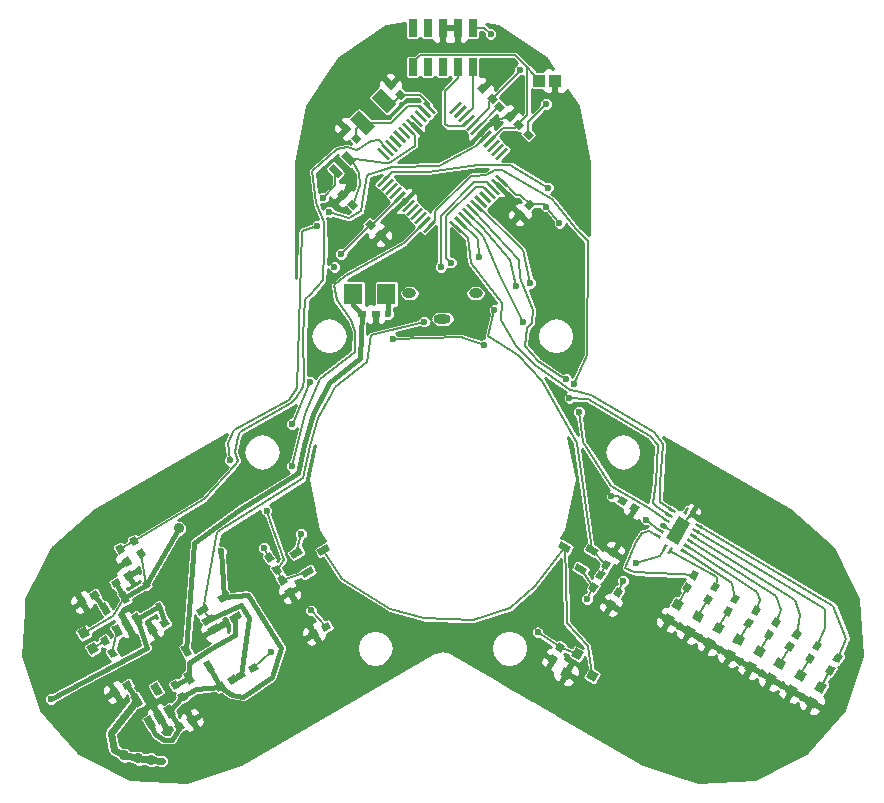
<source format=gbr>
G04 #@! TF.FileFunction,Copper,L1,Top,Signal*
%FSLAX46Y46*%
G04 Gerber Fmt 4.6, Leading zero omitted, Abs format (unit mm)*
G04 Created by KiCad (PCBNEW 4.0.4-stable) date 06/27/17 23:49:50*
%MOMM*%
%LPD*%
G01*
G04 APERTURE LIST*
%ADD10C,0.100000*%
%ADD11R,0.700000X0.600000*%
%ADD12R,1.600200X1.803400*%
%ADD13O,1.150000X0.800000*%
%ADD14O,1.450000X0.800000*%
%ADD15R,0.760000X1.500000*%
%ADD16R,1.000000X1.000000*%
%ADD17C,0.600000*%
%ADD18C,0.890000*%
%ADD19C,0.200000*%
%ADD20C,0.600000*%
%ADD21C,0.400000*%
%ADD22C,0.254000*%
G04 APERTURE END LIST*
D10*
G36*
X108466529Y-87228335D02*
X107966149Y-86361651D01*
X108485279Y-86061931D01*
X108985659Y-86928615D01*
X108466529Y-87228335D01*
X108466529Y-87228335D01*
G37*
G36*
X110116307Y-86275835D02*
X109615927Y-85409151D01*
X110135057Y-85109431D01*
X110635437Y-85976115D01*
X110116307Y-86275835D01*
X110116307Y-86275835D01*
G37*
G36*
X109291418Y-86752085D02*
X108791038Y-85885401D01*
X109310168Y-85585681D01*
X109810548Y-86452365D01*
X109291418Y-86752085D01*
X109291418Y-86752085D01*
G37*
G36*
X109059667Y-84445681D02*
X108559287Y-83578997D01*
X109078417Y-83279277D01*
X109578797Y-84145961D01*
X109059667Y-84445681D01*
X109059667Y-84445681D01*
G37*
G36*
X107409889Y-85398181D02*
X106909509Y-84531497D01*
X107428639Y-84231777D01*
X107929019Y-85098461D01*
X107409889Y-85398181D01*
X107409889Y-85398181D01*
G37*
G36*
X128858883Y-50634619D02*
X128434619Y-51058883D01*
X127939645Y-50563909D01*
X128363909Y-50139645D01*
X128858883Y-50634619D01*
X128858883Y-50634619D01*
G37*
G36*
X128010355Y-49786091D02*
X127586091Y-50210355D01*
X127091117Y-49715381D01*
X127515381Y-49291117D01*
X128010355Y-49786091D01*
X128010355Y-49786091D01*
G37*
G36*
X132908883Y-41334619D02*
X132484619Y-41758883D01*
X131989645Y-41263909D01*
X132413909Y-40839645D01*
X132908883Y-41334619D01*
X132908883Y-41334619D01*
G37*
G36*
X132060355Y-40486091D02*
X131636091Y-40910355D01*
X131141117Y-40415381D01*
X131565381Y-39991117D01*
X132060355Y-40486091D01*
X132060355Y-40486091D01*
G37*
G36*
X129416117Y-52265381D02*
X129840381Y-51841117D01*
X130335355Y-52336091D01*
X129911091Y-52760355D01*
X129416117Y-52265381D01*
X129416117Y-52265381D01*
G37*
G36*
X130264645Y-53113909D02*
X130688909Y-52689645D01*
X131183883Y-53184619D01*
X130759619Y-53608883D01*
X130264645Y-53113909D01*
X130264645Y-53113909D01*
G37*
G36*
X129133883Y-45034619D02*
X128709619Y-45458883D01*
X128214645Y-44963909D01*
X128638909Y-44539645D01*
X129133883Y-45034619D01*
X129133883Y-45034619D01*
G37*
G36*
X128285355Y-44186091D02*
X127861091Y-44610355D01*
X127366117Y-44115381D01*
X127790381Y-43691117D01*
X128285355Y-44186091D01*
X128285355Y-44186091D01*
G37*
G36*
X140366117Y-42215381D02*
X140790381Y-41791117D01*
X141285355Y-42286091D01*
X140861091Y-42710355D01*
X140366117Y-42215381D01*
X140366117Y-42215381D01*
G37*
G36*
X141214645Y-43063909D02*
X141638909Y-42639645D01*
X142133883Y-43134619D01*
X141709619Y-43558883D01*
X141214645Y-43063909D01*
X141214645Y-43063909D01*
G37*
D11*
X129150000Y-59825000D03*
X130350000Y-59825000D03*
D10*
G36*
X108213739Y-83034808D02*
X107913739Y-82515192D01*
X108519957Y-82165192D01*
X108819957Y-82684808D01*
X108213739Y-83034808D01*
X108213739Y-83034808D01*
G37*
G36*
X109252969Y-82434808D02*
X108952969Y-81915192D01*
X109559187Y-81565192D01*
X109859187Y-82084808D01*
X109252969Y-82434808D01*
X109252969Y-82434808D01*
G37*
G36*
X113586351Y-95257714D02*
X113286351Y-94738098D01*
X113892569Y-94388098D01*
X114192569Y-94907714D01*
X113586351Y-95257714D01*
X113586351Y-95257714D01*
G37*
G36*
X114625581Y-94657714D02*
X114325581Y-94138098D01*
X114931799Y-93788098D01*
X115231799Y-94307714D01*
X114625581Y-94657714D01*
X114625581Y-94657714D01*
G37*
G36*
X109433066Y-90814013D02*
X109733066Y-91333629D01*
X109126848Y-91683629D01*
X108826848Y-91164013D01*
X109433066Y-90814013D01*
X109433066Y-90814013D01*
G37*
G36*
X108393836Y-91414013D02*
X108693836Y-91933629D01*
X108087618Y-92283629D01*
X107787618Y-91764013D01*
X108393836Y-91414013D01*
X108393836Y-91414013D01*
G37*
G36*
X112622103Y-85571562D02*
X112922103Y-86091178D01*
X112315885Y-86441178D01*
X112015885Y-85921562D01*
X112622103Y-85571562D01*
X112622103Y-85571562D01*
G37*
G36*
X111582873Y-86171562D02*
X111882873Y-86691178D01*
X111276655Y-87041178D01*
X110976655Y-86521562D01*
X111582873Y-86171562D01*
X111582873Y-86171562D01*
G37*
G36*
X143434619Y-50116117D02*
X143858883Y-50540381D01*
X143363909Y-51035355D01*
X142939645Y-50611091D01*
X143434619Y-50116117D01*
X143434619Y-50116117D01*
G37*
G36*
X142586091Y-50964645D02*
X143010355Y-51388909D01*
X142515381Y-51883883D01*
X142091117Y-51459619D01*
X142586091Y-50964645D01*
X142586091Y-50964645D01*
G37*
G36*
X140658883Y-41659619D02*
X140234619Y-42083883D01*
X139739645Y-41588909D01*
X140163909Y-41164645D01*
X140658883Y-41659619D01*
X140658883Y-41659619D01*
G37*
G36*
X139810355Y-40811091D02*
X139386091Y-41235355D01*
X138891117Y-40740381D01*
X139315381Y-40316117D01*
X139810355Y-40811091D01*
X139810355Y-40811091D01*
G37*
G36*
X155752111Y-83894542D02*
X156442819Y-84293322D01*
X156044039Y-84984030D01*
X155353331Y-84585250D01*
X155752111Y-83894542D01*
X155752111Y-83894542D01*
G37*
G36*
X155002811Y-85192368D02*
X155693519Y-85591148D01*
X155294739Y-86281856D01*
X154604031Y-85883076D01*
X155002811Y-85192368D01*
X155002811Y-85192368D01*
G37*
G36*
X157484162Y-84894543D02*
X158174870Y-85293323D01*
X157776090Y-85984031D01*
X157085382Y-85585251D01*
X157484162Y-84894543D01*
X157484162Y-84894543D01*
G37*
G36*
X156734862Y-86192369D02*
X157425570Y-86591149D01*
X157026790Y-87281857D01*
X156336082Y-86883077D01*
X156734862Y-86192369D01*
X156734862Y-86192369D01*
G37*
G36*
X159216213Y-85894543D02*
X159906921Y-86293323D01*
X159508141Y-86984031D01*
X158817433Y-86585251D01*
X159216213Y-85894543D01*
X159216213Y-85894543D01*
G37*
G36*
X158466913Y-87192369D02*
X159157621Y-87591149D01*
X158758841Y-88281857D01*
X158068133Y-87883077D01*
X158466913Y-87192369D01*
X158466913Y-87192369D01*
G37*
G36*
X160948263Y-86894542D02*
X161638971Y-87293322D01*
X161240191Y-87984030D01*
X160549483Y-87585250D01*
X160948263Y-86894542D01*
X160948263Y-86894542D01*
G37*
G36*
X160198963Y-88192368D02*
X160889671Y-88591148D01*
X160490891Y-89281856D01*
X159800183Y-88883076D01*
X160198963Y-88192368D01*
X160198963Y-88192368D01*
G37*
G36*
X162680314Y-87894542D02*
X163371022Y-88293322D01*
X162972242Y-88984030D01*
X162281534Y-88585250D01*
X162680314Y-87894542D01*
X162680314Y-87894542D01*
G37*
G36*
X161931014Y-89192368D02*
X162621722Y-89591148D01*
X162222942Y-90281856D01*
X161532234Y-89883076D01*
X161931014Y-89192368D01*
X161931014Y-89192368D01*
G37*
G36*
X164412365Y-88894542D02*
X165103073Y-89293322D01*
X164704293Y-89984030D01*
X164013585Y-89585250D01*
X164412365Y-88894542D01*
X164412365Y-88894542D01*
G37*
G36*
X163663065Y-90192368D02*
X164353773Y-90591148D01*
X163954993Y-91281856D01*
X163264285Y-90883076D01*
X163663065Y-90192368D01*
X163663065Y-90192368D01*
G37*
G36*
X166144416Y-89894543D02*
X166835124Y-90293323D01*
X166436344Y-90984031D01*
X165745636Y-90585251D01*
X166144416Y-89894543D01*
X166144416Y-89894543D01*
G37*
G36*
X165395116Y-91192369D02*
X166085824Y-91591149D01*
X165687044Y-92281857D01*
X164996336Y-91883077D01*
X165395116Y-91192369D01*
X165395116Y-91192369D01*
G37*
G36*
X167876467Y-90894543D02*
X168567175Y-91293323D01*
X168168395Y-91984031D01*
X167477687Y-91585251D01*
X167876467Y-90894543D01*
X167876467Y-90894543D01*
G37*
G36*
X167127167Y-92192369D02*
X167817875Y-92591149D01*
X167419095Y-93281857D01*
X166728387Y-92883077D01*
X167127167Y-92192369D01*
X167127167Y-92192369D01*
G37*
D12*
X131247000Y-58150000D03*
X128453000Y-58150000D03*
D10*
G36*
X127115790Y-48367433D02*
X126307567Y-47559210D01*
X126756580Y-47110197D01*
X127564803Y-47918420D01*
X127115790Y-48367433D01*
X127115790Y-48367433D01*
G37*
G36*
X128193420Y-47289803D02*
X127385197Y-46481580D01*
X127834210Y-46032567D01*
X128642433Y-46840790D01*
X128193420Y-47289803D01*
X128193420Y-47289803D01*
G37*
G36*
X117027276Y-91834808D02*
X116727276Y-91315192D01*
X117333494Y-90965192D01*
X117633494Y-91484808D01*
X117027276Y-91834808D01*
X117027276Y-91834808D01*
G37*
G36*
X118066506Y-91234808D02*
X117766506Y-90715192D01*
X118372724Y-90365192D01*
X118672724Y-90884808D01*
X118066506Y-91234808D01*
X118066506Y-91234808D01*
G37*
G36*
X118777276Y-90834808D02*
X118477276Y-90315192D01*
X119083494Y-89965192D01*
X119383494Y-90484808D01*
X118777276Y-90834808D01*
X118777276Y-90834808D01*
G37*
G36*
X119816506Y-90234808D02*
X119516506Y-89715192D01*
X120122724Y-89365192D01*
X120422724Y-89884808D01*
X119816506Y-90234808D01*
X119816506Y-90234808D01*
G37*
G36*
X143708883Y-44684619D02*
X143284619Y-45108883D01*
X142789645Y-44613909D01*
X143213909Y-44189645D01*
X143708883Y-44684619D01*
X143708883Y-44684619D01*
G37*
G36*
X142860355Y-43836091D02*
X142436091Y-44260355D01*
X141941117Y-43765381D01*
X142365381Y-43341117D01*
X142860355Y-43836091D01*
X142860355Y-43836091D01*
G37*
G36*
X114414156Y-92441512D02*
X113894540Y-92741512D01*
X113544540Y-92135294D01*
X114064156Y-91835294D01*
X114414156Y-92441512D01*
X114414156Y-92441512D01*
G37*
G36*
X113814156Y-91402282D02*
X113294540Y-91702282D01*
X112944540Y-91096064D01*
X113464156Y-90796064D01*
X113814156Y-91402282D01*
X113814156Y-91402282D01*
G37*
G36*
X105321704Y-84676900D02*
X105021704Y-84157284D01*
X105627922Y-83807284D01*
X105927922Y-84326900D01*
X105321704Y-84676900D01*
X105321704Y-84676900D01*
G37*
G36*
X106360934Y-84076900D02*
X106060934Y-83557284D01*
X106667152Y-83207284D01*
X106967152Y-83726900D01*
X106360934Y-84076900D01*
X106360934Y-84076900D01*
G37*
G36*
X157238617Y-81517399D02*
X157758233Y-81817399D01*
X157408233Y-82423617D01*
X156888617Y-82123617D01*
X157238617Y-81517399D01*
X157238617Y-81517399D01*
G37*
G36*
X156638617Y-82556629D02*
X157158233Y-82856629D01*
X156808233Y-83462847D01*
X156288617Y-83162847D01*
X156638617Y-82556629D01*
X156638617Y-82556629D01*
G37*
G36*
X158970668Y-82517399D02*
X159490284Y-82817399D01*
X159140284Y-83423617D01*
X158620668Y-83123617D01*
X158970668Y-82517399D01*
X158970668Y-82517399D01*
G37*
G36*
X158370668Y-83556629D02*
X158890284Y-83856629D01*
X158540284Y-84462847D01*
X158020668Y-84162847D01*
X158370668Y-83556629D01*
X158370668Y-83556629D01*
G37*
G36*
X160702718Y-83517400D02*
X161222334Y-83817400D01*
X160872334Y-84423618D01*
X160352718Y-84123618D01*
X160702718Y-83517400D01*
X160702718Y-83517400D01*
G37*
G36*
X160102718Y-84556630D02*
X160622334Y-84856630D01*
X160272334Y-85462848D01*
X159752718Y-85162848D01*
X160102718Y-84556630D01*
X160102718Y-84556630D01*
G37*
G36*
X162434769Y-84517399D02*
X162954385Y-84817399D01*
X162604385Y-85423617D01*
X162084769Y-85123617D01*
X162434769Y-84517399D01*
X162434769Y-84517399D01*
G37*
G36*
X161834769Y-85556629D02*
X162354385Y-85856629D01*
X162004385Y-86462847D01*
X161484769Y-86162847D01*
X161834769Y-85556629D01*
X161834769Y-85556629D01*
G37*
G36*
X164166820Y-85517399D02*
X164686436Y-85817399D01*
X164336436Y-86423617D01*
X163816820Y-86123617D01*
X164166820Y-85517399D01*
X164166820Y-85517399D01*
G37*
G36*
X163566820Y-86556629D02*
X164086436Y-86856629D01*
X163736436Y-87462847D01*
X163216820Y-87162847D01*
X163566820Y-86556629D01*
X163566820Y-86556629D01*
G37*
G36*
X165898871Y-86517399D02*
X166418487Y-86817399D01*
X166068487Y-87423617D01*
X165548871Y-87123617D01*
X165898871Y-86517399D01*
X165898871Y-86517399D01*
G37*
G36*
X165298871Y-87556629D02*
X165818487Y-87856629D01*
X165468487Y-88462847D01*
X164948871Y-88162847D01*
X165298871Y-87556629D01*
X165298871Y-87556629D01*
G37*
G36*
X167630922Y-87517399D02*
X168150538Y-87817399D01*
X167800538Y-88423617D01*
X167280922Y-88123617D01*
X167630922Y-87517399D01*
X167630922Y-87517399D01*
G37*
G36*
X167030922Y-88556629D02*
X167550538Y-88856629D01*
X167200538Y-89462847D01*
X166680922Y-89162847D01*
X167030922Y-88556629D01*
X167030922Y-88556629D01*
G37*
G36*
X169362972Y-88517400D02*
X169882588Y-88817400D01*
X169532588Y-89423618D01*
X169012972Y-89123618D01*
X169362972Y-88517400D01*
X169362972Y-88517400D01*
G37*
G36*
X168762972Y-89556630D02*
X169282588Y-89856630D01*
X168932588Y-90462848D01*
X168412972Y-90162848D01*
X168762972Y-89556630D01*
X168762972Y-89556630D01*
G37*
G36*
X115100471Y-84894056D02*
X115967155Y-84393676D01*
X116266875Y-84912806D01*
X115400191Y-85413186D01*
X115100471Y-84894056D01*
X115100471Y-84894056D01*
G37*
G36*
X116052971Y-86543834D02*
X116919655Y-86043454D01*
X117219375Y-86562584D01*
X116352691Y-87062964D01*
X116052971Y-86543834D01*
X116052971Y-86543834D01*
G37*
G36*
X115576721Y-85718945D02*
X116443405Y-85218565D01*
X116743125Y-85737695D01*
X115876441Y-86238075D01*
X115576721Y-85718945D01*
X115576721Y-85718945D01*
G37*
G36*
X117883125Y-85487194D02*
X118749809Y-84986814D01*
X119049529Y-85505944D01*
X118182845Y-86006324D01*
X117883125Y-85487194D01*
X117883125Y-85487194D01*
G37*
G36*
X116930625Y-83837416D02*
X117797309Y-83337036D01*
X118097029Y-83856166D01*
X117230345Y-84356546D01*
X116930625Y-83837416D01*
X116930625Y-83837416D01*
G37*
G36*
X134320621Y-42008311D02*
X134497398Y-41831534D01*
X135416637Y-42750773D01*
X135239860Y-42927550D01*
X134320621Y-42008311D01*
X134320621Y-42008311D01*
G37*
G36*
X133967068Y-42361864D02*
X134143845Y-42185087D01*
X135063084Y-43104326D01*
X134886307Y-43281103D01*
X133967068Y-42361864D01*
X133967068Y-42361864D01*
G37*
G36*
X133613514Y-42715418D02*
X133790291Y-42538641D01*
X134709530Y-43457880D01*
X134532753Y-43634657D01*
X133613514Y-42715418D01*
X133613514Y-42715418D01*
G37*
G36*
X133259961Y-43068971D02*
X133436738Y-42892194D01*
X134355977Y-43811433D01*
X134179200Y-43988210D01*
X133259961Y-43068971D01*
X133259961Y-43068971D01*
G37*
G36*
X132906408Y-43422524D02*
X133083185Y-43245747D01*
X134002424Y-44164986D01*
X133825647Y-44341763D01*
X132906408Y-43422524D01*
X132906408Y-43422524D01*
G37*
G36*
X132552854Y-43776078D02*
X132729631Y-43599301D01*
X133648870Y-44518540D01*
X133472093Y-44695317D01*
X132552854Y-43776078D01*
X132552854Y-43776078D01*
G37*
G36*
X132199301Y-44129631D02*
X132376078Y-43952854D01*
X133295317Y-44872093D01*
X133118540Y-45048870D01*
X132199301Y-44129631D01*
X132199301Y-44129631D01*
G37*
G36*
X131845747Y-44483185D02*
X132022524Y-44306408D01*
X132941763Y-45225647D01*
X132764986Y-45402424D01*
X131845747Y-44483185D01*
X131845747Y-44483185D01*
G37*
G36*
X131492194Y-44836738D02*
X131668971Y-44659961D01*
X132588210Y-45579200D01*
X132411433Y-45755977D01*
X131492194Y-44836738D01*
X131492194Y-44836738D01*
G37*
G36*
X131138641Y-45190291D02*
X131315418Y-45013514D01*
X132234657Y-45932753D01*
X132057880Y-46109530D01*
X131138641Y-45190291D01*
X131138641Y-45190291D01*
G37*
G36*
X130785087Y-45543845D02*
X130961864Y-45367068D01*
X131881103Y-46286307D01*
X131704326Y-46463084D01*
X130785087Y-45543845D01*
X130785087Y-45543845D01*
G37*
G36*
X130431534Y-45897398D02*
X130608311Y-45720621D01*
X131527550Y-46639860D01*
X131350773Y-46816637D01*
X130431534Y-45897398D01*
X130431534Y-45897398D01*
G37*
G36*
X130608311Y-49079379D02*
X130431534Y-48902602D01*
X131350773Y-47983363D01*
X131527550Y-48160140D01*
X130608311Y-49079379D01*
X130608311Y-49079379D01*
G37*
G36*
X130961864Y-49432932D02*
X130785087Y-49256155D01*
X131704326Y-48336916D01*
X131881103Y-48513693D01*
X130961864Y-49432932D01*
X130961864Y-49432932D01*
G37*
G36*
X131315418Y-49786486D02*
X131138641Y-49609709D01*
X132057880Y-48690470D01*
X132234657Y-48867247D01*
X131315418Y-49786486D01*
X131315418Y-49786486D01*
G37*
G36*
X131668971Y-50140039D02*
X131492194Y-49963262D01*
X132411433Y-49044023D01*
X132588210Y-49220800D01*
X131668971Y-50140039D01*
X131668971Y-50140039D01*
G37*
G36*
X132022524Y-50493592D02*
X131845747Y-50316815D01*
X132764986Y-49397576D01*
X132941763Y-49574353D01*
X132022524Y-50493592D01*
X132022524Y-50493592D01*
G37*
G36*
X132376078Y-50847146D02*
X132199301Y-50670369D01*
X133118540Y-49751130D01*
X133295317Y-49927907D01*
X132376078Y-50847146D01*
X132376078Y-50847146D01*
G37*
G36*
X132729631Y-51200699D02*
X132552854Y-51023922D01*
X133472093Y-50104683D01*
X133648870Y-50281460D01*
X132729631Y-51200699D01*
X132729631Y-51200699D01*
G37*
G36*
X133083185Y-51554253D02*
X132906408Y-51377476D01*
X133825647Y-50458237D01*
X134002424Y-50635014D01*
X133083185Y-51554253D01*
X133083185Y-51554253D01*
G37*
G36*
X133436738Y-51907806D02*
X133259961Y-51731029D01*
X134179200Y-50811790D01*
X134355977Y-50988567D01*
X133436738Y-51907806D01*
X133436738Y-51907806D01*
G37*
G36*
X133790291Y-52261359D02*
X133613514Y-52084582D01*
X134532753Y-51165343D01*
X134709530Y-51342120D01*
X133790291Y-52261359D01*
X133790291Y-52261359D01*
G37*
G36*
X134143845Y-52614913D02*
X133967068Y-52438136D01*
X134886307Y-51518897D01*
X135063084Y-51695674D01*
X134143845Y-52614913D01*
X134143845Y-52614913D01*
G37*
G36*
X134497398Y-52968466D02*
X134320621Y-52791689D01*
X135239860Y-51872450D01*
X135416637Y-52049227D01*
X134497398Y-52968466D01*
X134497398Y-52968466D01*
G37*
G36*
X136583363Y-52049227D02*
X136760140Y-51872450D01*
X137679379Y-52791689D01*
X137502602Y-52968466D01*
X136583363Y-52049227D01*
X136583363Y-52049227D01*
G37*
G36*
X136936916Y-51695674D02*
X137113693Y-51518897D01*
X138032932Y-52438136D01*
X137856155Y-52614913D01*
X136936916Y-51695674D01*
X136936916Y-51695674D01*
G37*
G36*
X137290470Y-51342120D02*
X137467247Y-51165343D01*
X138386486Y-52084582D01*
X138209709Y-52261359D01*
X137290470Y-51342120D01*
X137290470Y-51342120D01*
G37*
G36*
X137644023Y-50988567D02*
X137820800Y-50811790D01*
X138740039Y-51731029D01*
X138563262Y-51907806D01*
X137644023Y-50988567D01*
X137644023Y-50988567D01*
G37*
G36*
X137997576Y-50635014D02*
X138174353Y-50458237D01*
X139093592Y-51377476D01*
X138916815Y-51554253D01*
X137997576Y-50635014D01*
X137997576Y-50635014D01*
G37*
G36*
X138351130Y-50281460D02*
X138527907Y-50104683D01*
X139447146Y-51023922D01*
X139270369Y-51200699D01*
X138351130Y-50281460D01*
X138351130Y-50281460D01*
G37*
G36*
X138704683Y-49927907D02*
X138881460Y-49751130D01*
X139800699Y-50670369D01*
X139623922Y-50847146D01*
X138704683Y-49927907D01*
X138704683Y-49927907D01*
G37*
G36*
X139058237Y-49574353D02*
X139235014Y-49397576D01*
X140154253Y-50316815D01*
X139977476Y-50493592D01*
X139058237Y-49574353D01*
X139058237Y-49574353D01*
G37*
G36*
X139411790Y-49220800D02*
X139588567Y-49044023D01*
X140507806Y-49963262D01*
X140331029Y-50140039D01*
X139411790Y-49220800D01*
X139411790Y-49220800D01*
G37*
G36*
X139765343Y-48867247D02*
X139942120Y-48690470D01*
X140861359Y-49609709D01*
X140684582Y-49786486D01*
X139765343Y-48867247D01*
X139765343Y-48867247D01*
G37*
G36*
X140118897Y-48513693D02*
X140295674Y-48336916D01*
X141214913Y-49256155D01*
X141038136Y-49432932D01*
X140118897Y-48513693D01*
X140118897Y-48513693D01*
G37*
G36*
X140472450Y-48160140D02*
X140649227Y-47983363D01*
X141568466Y-48902602D01*
X141391689Y-49079379D01*
X140472450Y-48160140D01*
X140472450Y-48160140D01*
G37*
G36*
X140649227Y-46816637D02*
X140472450Y-46639860D01*
X141391689Y-45720621D01*
X141568466Y-45897398D01*
X140649227Y-46816637D01*
X140649227Y-46816637D01*
G37*
G36*
X140295674Y-46463084D02*
X140118897Y-46286307D01*
X141038136Y-45367068D01*
X141214913Y-45543845D01*
X140295674Y-46463084D01*
X140295674Y-46463084D01*
G37*
G36*
X139942120Y-46109530D02*
X139765343Y-45932753D01*
X140684582Y-45013514D01*
X140861359Y-45190291D01*
X139942120Y-46109530D01*
X139942120Y-46109530D01*
G37*
G36*
X139588567Y-45755977D02*
X139411790Y-45579200D01*
X140331029Y-44659961D01*
X140507806Y-44836738D01*
X139588567Y-45755977D01*
X139588567Y-45755977D01*
G37*
G36*
X139235014Y-45402424D02*
X139058237Y-45225647D01*
X139977476Y-44306408D01*
X140154253Y-44483185D01*
X139235014Y-45402424D01*
X139235014Y-45402424D01*
G37*
G36*
X138881460Y-45048870D02*
X138704683Y-44872093D01*
X139623922Y-43952854D01*
X139800699Y-44129631D01*
X138881460Y-45048870D01*
X138881460Y-45048870D01*
G37*
G36*
X138527907Y-44695317D02*
X138351130Y-44518540D01*
X139270369Y-43599301D01*
X139447146Y-43776078D01*
X138527907Y-44695317D01*
X138527907Y-44695317D01*
G37*
G36*
X138174353Y-44341763D02*
X137997576Y-44164986D01*
X138916815Y-43245747D01*
X139093592Y-43422524D01*
X138174353Y-44341763D01*
X138174353Y-44341763D01*
G37*
G36*
X137820800Y-43988210D02*
X137644023Y-43811433D01*
X138563262Y-42892194D01*
X138740039Y-43068971D01*
X137820800Y-43988210D01*
X137820800Y-43988210D01*
G37*
G36*
X137467247Y-43634657D02*
X137290470Y-43457880D01*
X138209709Y-42538641D01*
X138386486Y-42715418D01*
X137467247Y-43634657D01*
X137467247Y-43634657D01*
G37*
G36*
X137113693Y-43281103D02*
X136936916Y-43104326D01*
X137856155Y-42185087D01*
X138032932Y-42361864D01*
X137113693Y-43281103D01*
X137113693Y-43281103D01*
G37*
G36*
X136760140Y-42927550D02*
X136583363Y-42750773D01*
X137502602Y-41831534D01*
X137679379Y-42008311D01*
X136760140Y-42927550D01*
X136760140Y-42927550D01*
G37*
G36*
X111772484Y-94756002D02*
X111209568Y-95081002D01*
X110679568Y-94163016D01*
X111242484Y-93838016D01*
X111772484Y-94756002D01*
X111772484Y-94756002D01*
G37*
G36*
X112595208Y-94281002D02*
X112032292Y-94606002D01*
X111502292Y-93688016D01*
X112065208Y-93363016D01*
X112595208Y-94281002D01*
X112595208Y-94281002D01*
G37*
G36*
X113417932Y-93806002D02*
X112855016Y-94131002D01*
X112325016Y-93213016D01*
X112887932Y-92888016D01*
X113417932Y-93806002D01*
X113417932Y-93806002D01*
G37*
G36*
X112317932Y-91900746D02*
X111755016Y-92225746D01*
X111225016Y-91307760D01*
X111787932Y-90982760D01*
X112317932Y-91900746D01*
X112317932Y-91900746D01*
G37*
G36*
X110672484Y-92850746D02*
X110109568Y-93175746D01*
X109579568Y-92257760D01*
X110142484Y-91932760D01*
X110672484Y-92850746D01*
X110672484Y-92850746D01*
G37*
G36*
X156648141Y-80190785D02*
X156128525Y-79890785D01*
X156253525Y-79674279D01*
X156773141Y-79974279D01*
X156648141Y-80190785D01*
X156648141Y-80190785D01*
G37*
G36*
X156900951Y-79752905D02*
X156381335Y-79452905D01*
X156500715Y-79246133D01*
X157020331Y-79546133D01*
X156900951Y-79752905D01*
X156900951Y-79752905D01*
G37*
G36*
X157150951Y-79319892D02*
X156631335Y-79019892D01*
X156750715Y-78813120D01*
X157270331Y-79113120D01*
X157150951Y-79319892D01*
X157150951Y-79319892D01*
G37*
G36*
X157400951Y-78886880D02*
X156881335Y-78586880D01*
X157000715Y-78380108D01*
X157520331Y-78680108D01*
X157400951Y-78886880D01*
X157400951Y-78886880D01*
G37*
G36*
X157650951Y-78453867D02*
X157131335Y-78153867D01*
X157250715Y-77947095D01*
X157770331Y-78247095D01*
X157650951Y-78453867D01*
X157650951Y-78453867D01*
G37*
G36*
X157019892Y-77085652D02*
X156813120Y-76966272D01*
X157113120Y-76446656D01*
X157319892Y-76566036D01*
X157019892Y-77085652D01*
X157019892Y-77085652D01*
G37*
G36*
X156586880Y-76835652D02*
X156380108Y-76716272D01*
X156680108Y-76196656D01*
X156886880Y-76316036D01*
X156586880Y-76835652D01*
X156586880Y-76835652D01*
G37*
G36*
X155649285Y-76720854D02*
X155129669Y-76420854D01*
X155249049Y-76214082D01*
X155768665Y-76514082D01*
X155649285Y-76720854D01*
X155649285Y-76720854D01*
G37*
G36*
X155399285Y-77153867D02*
X154879669Y-76853867D01*
X154999049Y-76647095D01*
X155518665Y-76947095D01*
X155399285Y-77153867D01*
X155399285Y-77153867D01*
G37*
G36*
X155149285Y-77586880D02*
X154629669Y-77286880D01*
X154749049Y-77080108D01*
X155268665Y-77380108D01*
X155149285Y-77586880D01*
X155149285Y-77586880D01*
G37*
G36*
X154899285Y-78019892D02*
X154379669Y-77719892D01*
X154499049Y-77513120D01*
X155018665Y-77813120D01*
X154899285Y-78019892D01*
X154899285Y-78019892D01*
G37*
G36*
X154649285Y-78452905D02*
X154129669Y-78152905D01*
X154249049Y-77946133D01*
X154768665Y-78246133D01*
X154649285Y-78452905D01*
X154649285Y-78452905D01*
G37*
G36*
X154786880Y-79953344D02*
X154580108Y-79833964D01*
X154880108Y-79314348D01*
X155086880Y-79433728D01*
X154786880Y-79953344D01*
X154786880Y-79953344D01*
G37*
G36*
X155219892Y-80203344D02*
X155013120Y-80083964D01*
X155313120Y-79564348D01*
X155519892Y-79683728D01*
X155219892Y-80203344D01*
X155219892Y-80203344D01*
G37*
G36*
X155910465Y-79418477D02*
X154914535Y-78843477D01*
X155989535Y-76981523D01*
X156985465Y-77556523D01*
X155910465Y-79418477D01*
X155910465Y-79418477D01*
G37*
G36*
X157900951Y-78020854D02*
X157381335Y-77720854D01*
X157500715Y-77514082D01*
X158020331Y-77814082D01*
X157900951Y-78020854D01*
X157900951Y-78020854D01*
G37*
G36*
X154399285Y-78885918D02*
X153879669Y-78585918D01*
X153999049Y-78379146D01*
X154518665Y-78679146D01*
X154399285Y-78885918D01*
X154399285Y-78885918D01*
G37*
G36*
X129488604Y-44704899D02*
X128145101Y-43361396D01*
X128922918Y-42583579D01*
X130266421Y-43927082D01*
X129488604Y-44704899D01*
X129488604Y-44704899D01*
G37*
G36*
X131327082Y-42866421D02*
X129983579Y-41522918D01*
X130761396Y-40745101D01*
X132104899Y-42088604D01*
X131327082Y-42866421D01*
X131327082Y-42866421D01*
G37*
D13*
X138800000Y-58100000D03*
X133200000Y-58100000D03*
D14*
X136000000Y-60250000D03*
D10*
G36*
X110596446Y-82613022D02*
X110986158Y-82388022D01*
X111281158Y-82898976D01*
X110891446Y-83123976D01*
X110596446Y-82613022D01*
X110596446Y-82613022D01*
G37*
G36*
X111651446Y-84440336D02*
X112041158Y-84215336D01*
X112336158Y-84726290D01*
X111946446Y-84951290D01*
X111651446Y-84440336D01*
X111651446Y-84440336D01*
G37*
G36*
X109465192Y-78927276D02*
X109984808Y-78627276D01*
X110334808Y-79233494D01*
X109815192Y-79533494D01*
X109465192Y-78927276D01*
X109465192Y-78927276D01*
G37*
G36*
X110065192Y-79966506D02*
X110584808Y-79666506D01*
X110934808Y-80272724D01*
X110415192Y-80572724D01*
X110065192Y-79966506D01*
X110065192Y-79966506D01*
G37*
G36*
X109734808Y-80953109D02*
X109215192Y-81253109D01*
X108865192Y-80646891D01*
X109384808Y-80346891D01*
X109734808Y-80953109D01*
X109734808Y-80953109D01*
G37*
G36*
X109134808Y-79913879D02*
X108615192Y-80213879D01*
X108265192Y-79607661D01*
X108784808Y-79307661D01*
X109134808Y-79913879D01*
X109134808Y-79913879D01*
G37*
G36*
X124952276Y-87359808D02*
X124652276Y-86840192D01*
X125258494Y-86490192D01*
X125558494Y-87009808D01*
X124952276Y-87359808D01*
X124952276Y-87359808D01*
G37*
G36*
X125991506Y-86759808D02*
X125691506Y-86240192D01*
X126297724Y-85890192D01*
X126597724Y-86409808D01*
X125991506Y-86759808D01*
X125991506Y-86759808D01*
G37*
G36*
X152722724Y-76190192D02*
X152422724Y-76709808D01*
X151816506Y-76359808D01*
X152116506Y-75840192D01*
X152722724Y-76190192D01*
X152722724Y-76190192D01*
G37*
G36*
X151683494Y-75590192D02*
X151383494Y-76109808D01*
X150777276Y-75759808D01*
X151077276Y-75240192D01*
X151683494Y-75590192D01*
X151683494Y-75590192D01*
G37*
G36*
X122383087Y-81672596D02*
X121863471Y-81972596D01*
X121513471Y-81366378D01*
X122033087Y-81066378D01*
X122383087Y-81672596D01*
X122383087Y-81672596D01*
G37*
G36*
X121783087Y-80633366D02*
X121263471Y-80933366D01*
X120913471Y-80327148D01*
X121433087Y-80027148D01*
X121783087Y-80633366D01*
X121783087Y-80633366D01*
G37*
G36*
X149290192Y-81502276D02*
X149809808Y-81802276D01*
X149459808Y-82408494D01*
X148940192Y-82108494D01*
X149290192Y-81502276D01*
X149290192Y-81502276D01*
G37*
G36*
X148690192Y-82541506D02*
X149209808Y-82841506D01*
X148859808Y-83447724D01*
X148340192Y-83147724D01*
X148690192Y-82541506D01*
X148690192Y-82541506D01*
G37*
G36*
X123483087Y-83577852D02*
X122963471Y-83877852D01*
X122613471Y-83271634D01*
X123133087Y-82971634D01*
X123483087Y-83577852D01*
X123483087Y-83577852D01*
G37*
G36*
X122883087Y-82538622D02*
X122363471Y-82838622D01*
X122013471Y-82232404D01*
X122533087Y-81932404D01*
X122883087Y-82538622D01*
X122883087Y-82538622D01*
G37*
G36*
X150365192Y-79602276D02*
X150884808Y-79902276D01*
X150534808Y-80508494D01*
X150015192Y-80208494D01*
X150365192Y-79602276D01*
X150365192Y-79602276D01*
G37*
G36*
X149765192Y-80641506D02*
X150284808Y-80941506D01*
X149934808Y-81547724D01*
X149415192Y-81247724D01*
X149765192Y-80641506D01*
X149765192Y-80641506D01*
G37*
G36*
X123025471Y-80044056D02*
X123892155Y-79543676D01*
X124191875Y-80062806D01*
X123325191Y-80563186D01*
X123025471Y-80044056D01*
X123025471Y-80044056D01*
G37*
G36*
X125331875Y-79812305D02*
X126198559Y-79311925D01*
X126498279Y-79831055D01*
X125631595Y-80331435D01*
X125331875Y-79812305D01*
X125331875Y-79812305D01*
G37*
G36*
X123977971Y-81693834D02*
X124844655Y-81193454D01*
X125144375Y-81712584D01*
X124277691Y-82212964D01*
X123977971Y-81693834D01*
X123977971Y-81693834D01*
G37*
G36*
X147972309Y-81962964D02*
X147105625Y-81462584D01*
X147405345Y-80943454D01*
X148272029Y-81443834D01*
X147972309Y-81962964D01*
X147972309Y-81962964D01*
G37*
G36*
X146618405Y-80081435D02*
X145751721Y-79581055D01*
X146051441Y-79061925D01*
X146918125Y-79562305D01*
X146618405Y-80081435D01*
X146618405Y-80081435D01*
G37*
G36*
X148924809Y-80313186D02*
X148058125Y-79812806D01*
X148357845Y-79293676D01*
X149224529Y-79794056D01*
X148924809Y-80313186D01*
X148924809Y-80313186D01*
G37*
G36*
X150765192Y-82977276D02*
X151284808Y-83277276D01*
X150934808Y-83883494D01*
X150415192Y-83583494D01*
X150765192Y-82977276D01*
X150765192Y-82977276D01*
G37*
G36*
X150165192Y-84016506D02*
X150684808Y-84316506D01*
X150334808Y-84922724D01*
X149815192Y-84622724D01*
X150165192Y-84016506D01*
X150165192Y-84016506D01*
G37*
D15*
X138550000Y-35625000D03*
X137280000Y-35625000D03*
X136010000Y-35625000D03*
X134740000Y-35625000D03*
X133470000Y-35625000D03*
X137280000Y-38925000D03*
X136010000Y-38925000D03*
X134740000Y-38925000D03*
X133470000Y-38925000D03*
X138550000Y-38925000D03*
D16*
X144200000Y-40100000D03*
X145500000Y-40100000D03*
D10*
G36*
X114544056Y-91224529D02*
X114043676Y-90357845D01*
X114562806Y-90058125D01*
X115063186Y-90924809D01*
X114544056Y-91224529D01*
X114544056Y-91224529D01*
G37*
G36*
X114312305Y-88918125D02*
X113811925Y-88051441D01*
X114331055Y-87751721D01*
X114831435Y-88618405D01*
X114312305Y-88918125D01*
X114312305Y-88918125D01*
G37*
G36*
X116193834Y-90272029D02*
X115693454Y-89405345D01*
X116212584Y-89105625D01*
X116712964Y-89972309D01*
X116193834Y-90272029D01*
X116193834Y-90272029D01*
G37*
G36*
X105080606Y-86705123D02*
X105771314Y-86306343D01*
X106170094Y-86997051D01*
X105479386Y-87395831D01*
X105080606Y-86705123D01*
X105080606Y-86705123D01*
G37*
G36*
X105829906Y-88002949D02*
X106520614Y-87604169D01*
X106919394Y-88294877D01*
X106228686Y-88693657D01*
X105829906Y-88002949D01*
X105829906Y-88002949D01*
G37*
G36*
X147261888Y-88080418D02*
X147954794Y-88480468D01*
X147554744Y-89173374D01*
X146861838Y-88773324D01*
X147261888Y-88080418D01*
X147261888Y-88080418D01*
G37*
G36*
X146311888Y-89725866D02*
X147004794Y-90125916D01*
X146604744Y-90818822D01*
X145911838Y-90418772D01*
X146311888Y-89725866D01*
X146311888Y-89725866D01*
G37*
G36*
X148518056Y-89902632D02*
X149210962Y-90302682D01*
X148810912Y-90995588D01*
X148118006Y-90595538D01*
X148518056Y-89902632D01*
X148518056Y-89902632D01*
G37*
G36*
X145865192Y-87627276D02*
X146384808Y-87927276D01*
X146034808Y-88533494D01*
X145515192Y-88233494D01*
X145865192Y-87627276D01*
X145865192Y-87627276D01*
G37*
G36*
X145265192Y-88666506D02*
X145784808Y-88966506D01*
X145434808Y-89572724D01*
X144915192Y-89272724D01*
X145265192Y-88666506D01*
X145265192Y-88666506D01*
G37*
G36*
X108484808Y-88703109D02*
X107965192Y-89003109D01*
X107615192Y-88396891D01*
X108134808Y-88096891D01*
X108484808Y-88703109D01*
X108484808Y-88703109D01*
G37*
G36*
X107884808Y-87663879D02*
X107365192Y-87963879D01*
X107015192Y-87357661D01*
X107534808Y-87057661D01*
X107884808Y-87663879D01*
X107884808Y-87663879D01*
G37*
D17*
X162900000Y-79950000D03*
X162100000Y-93700000D03*
X158050000Y-93500000D03*
X153050000Y-88600000D03*
X116300000Y-93300000D03*
X106700000Y-92800000D03*
X113250000Y-81500000D03*
X104950000Y-89800000D03*
X104650000Y-87250000D03*
X130250000Y-50350000D03*
X134000000Y-40550000D03*
X132100000Y-38950000D03*
X143350000Y-46050000D03*
X153050000Y-74250000D03*
X155300000Y-74300000D03*
X141700000Y-50250000D03*
X131600000Y-52450000D03*
X128100000Y-48500000D03*
X154000000Y-85100000D03*
X139950000Y-40100000D03*
X136000000Y-46000000D03*
X109700000Y-87800000D03*
X112000000Y-87700000D03*
X115800000Y-87100000D03*
X134150000Y-59250000D03*
X134700000Y-56750000D03*
X136000000Y-46000000D03*
X123250000Y-69150000D03*
X124800000Y-65600000D03*
X126850000Y-55850000D03*
X151300000Y-82450000D03*
X152400000Y-80900000D03*
X145900000Y-52150000D03*
X148250000Y-84000000D03*
D18*
X109062500Y-97200000D03*
X110250000Y-97458621D03*
X111350000Y-97591380D03*
D17*
X112250000Y-97700000D03*
X124000000Y-78450000D03*
X120900000Y-79650000D03*
X144750000Y-42075000D03*
X144775000Y-50750000D03*
X142575000Y-39150000D03*
X140075000Y-36150000D03*
X125900000Y-50000000D03*
X127400000Y-54750000D03*
X117250000Y-79950000D03*
D18*
X113650000Y-78000000D03*
D17*
X131400000Y-59875000D03*
X136700000Y-55500000D03*
X135850000Y-55900000D03*
X134450000Y-60500000D03*
X102850000Y-92450000D03*
X126400000Y-51200000D03*
X125400000Y-52400000D03*
X118000000Y-72250000D03*
X121450000Y-88450000D03*
X143450000Y-57250000D03*
X139550000Y-62450000D03*
X131800000Y-62000000D03*
X124850000Y-84950000D03*
X142850000Y-60500000D03*
X150300000Y-75300000D03*
X144950000Y-49150000D03*
X153250000Y-77250000D03*
X147550000Y-68150000D03*
X147150000Y-65750000D03*
X146750000Y-66950000D03*
X146450000Y-65350000D03*
X139050000Y-55000000D03*
X121100000Y-76500000D03*
X142200000Y-57450000D03*
X140400000Y-59500000D03*
X144050000Y-86800000D03*
X123250000Y-72750000D03*
D19*
X141674264Y-43099264D02*
X142500000Y-42150000D01*
X156200000Y-74500000D02*
X155300000Y-74300000D01*
X157700000Y-75650000D02*
X156200000Y-74500000D01*
X157066506Y-76766154D02*
X157700000Y-75650000D01*
X142550736Y-51424264D02*
X141700000Y-50250000D01*
X141500000Y-49750000D02*
X141700000Y-50250000D01*
X140666905Y-48884924D02*
X141500000Y-49750000D01*
X130724264Y-53149264D02*
X131600000Y-52450000D01*
X127550736Y-49750736D02*
X128100000Y-48500000D01*
X155148775Y-85737112D02*
X154000000Y-85100000D01*
X156880826Y-86737113D02*
X155148775Y-85737112D01*
X158612877Y-87737113D02*
X156880826Y-86737113D01*
X160344927Y-88737112D02*
X158612877Y-87737113D01*
X162076978Y-89737112D02*
X160344927Y-88737112D01*
X163809029Y-90737112D02*
X162076978Y-89737112D01*
X165541080Y-91737113D02*
X163809029Y-90737112D01*
X167273131Y-92737113D02*
X165541080Y-91737113D01*
X139350736Y-40775736D02*
X139950000Y-40100000D01*
X140200000Y-43600000D02*
X141674264Y-43099264D01*
X139252691Y-44500862D02*
X140200000Y-43600000D01*
X138500000Y-45250000D02*
X136000000Y-46000000D01*
X139252691Y-44500862D02*
X138500000Y-45250000D01*
X157066506Y-76766154D02*
X155950000Y-78200000D01*
X155300000Y-78100000D02*
X155950000Y-78200000D01*
X154699167Y-77766506D02*
X155300000Y-78100000D01*
X109300793Y-86168883D02*
X109700000Y-87800000D01*
X111429764Y-86606370D02*
X112000000Y-87700000D01*
X116636173Y-86553209D02*
X115800000Y-87100000D01*
X133454416Y-43793755D02*
X135660661Y-46000000D01*
X135660661Y-46000000D02*
X136000000Y-46000000D01*
X129000000Y-48950000D02*
X128399264Y-50599264D01*
X128950000Y-47950000D02*
X129000000Y-48950000D01*
X128488636Y-47136006D02*
X128950000Y-47950000D01*
X131100000Y-47100000D02*
X128013815Y-46661185D01*
X131500000Y-47050000D02*
X131100000Y-47100000D01*
X133631191Y-45593809D02*
X131500000Y-47050000D01*
X128488636Y-47136006D02*
X128013815Y-46661185D01*
X133100862Y-44147309D02*
X133631191Y-44677638D01*
X133631191Y-44677638D02*
X133631191Y-45593809D01*
X131044239Y-41805761D02*
X131942767Y-41805761D01*
X131942767Y-41805761D02*
X132449264Y-41299264D01*
X134868629Y-42379542D02*
X134868629Y-42102765D01*
X134868629Y-42102765D02*
X134065128Y-41299264D01*
X134065128Y-41299264D02*
X132973528Y-41299264D01*
X132973528Y-41299264D02*
X132449264Y-41299264D01*
X123400000Y-68950000D02*
X123250000Y-69150000D01*
X124800000Y-65600000D02*
X123400000Y-68950000D01*
X150850000Y-83430385D02*
X151300000Y-82450000D01*
X154450000Y-80350000D02*
X152400000Y-80900000D01*
X154833494Y-79633846D02*
X154450000Y-80350000D01*
X144775000Y-50750000D02*
X145900000Y-52150000D01*
X148775000Y-82994615D02*
X148250000Y-84000000D01*
X147688827Y-81453209D02*
X148775000Y-82994615D01*
D20*
X108200000Y-96750000D02*
X109062500Y-97200000D01*
X110250000Y-97458621D02*
X109062500Y-97200000D01*
X111350000Y-97591380D02*
X110250000Y-97458621D01*
X112250000Y-97700000D02*
X111350000Y-97591380D01*
X107900000Y-95350000D02*
X108200000Y-96750000D01*
X110126026Y-92554253D02*
X107900000Y-95350000D01*
D19*
X123608673Y-80053431D02*
X124000000Y-78450000D01*
X121348279Y-80480257D02*
X120900000Y-79650000D01*
D21*
X109279957Y-91248821D02*
X110126026Y-92554253D01*
D19*
X143249264Y-44649264D02*
X143249264Y-43575736D01*
X143249264Y-43575736D02*
X144750000Y-42075000D01*
X143399264Y-50575736D02*
X144600736Y-50575736D01*
X144600736Y-50575736D02*
X144775000Y-50750000D01*
X142573528Y-49750000D02*
X142239087Y-49750000D01*
X142239087Y-49750000D02*
X141020458Y-48531371D01*
X143399264Y-50575736D02*
X142573528Y-49750000D01*
X140199264Y-41624264D02*
X142575000Y-39248528D01*
X142575000Y-39248528D02*
X142575000Y-39150000D01*
X140199264Y-41624264D02*
X139916422Y-41907106D01*
X139916422Y-41907106D02*
X139916422Y-42422917D01*
X139916422Y-42422917D02*
X139075913Y-43263426D01*
X139075913Y-43263426D02*
X138545584Y-43793755D01*
X138550000Y-35625000D02*
X139550000Y-35625000D01*
X139550000Y-35625000D02*
X140075000Y-36150000D01*
X126936185Y-47738815D02*
X126936185Y-48963815D01*
X126936185Y-48963815D02*
X125900000Y-50000000D01*
X129875736Y-52300736D02*
X127426472Y-54750000D01*
X127426472Y-54750000D02*
X127400000Y-54750000D01*
X132393755Y-49945584D02*
X130038603Y-52300736D01*
X130038603Y-52300736D02*
X129875736Y-52300736D01*
X128674264Y-44999264D02*
X128674264Y-44175736D01*
X128674264Y-44175736D02*
X129205761Y-43644239D01*
X133047234Y-42202766D02*
X131605761Y-43644239D01*
X131605761Y-43644239D02*
X129205761Y-43644239D01*
X134515076Y-42733095D02*
X133984747Y-42202766D01*
X133984747Y-42202766D02*
X133047234Y-42202766D01*
X138899138Y-44147309D02*
X140795711Y-42250736D01*
X140795711Y-42250736D02*
X140825736Y-42250736D01*
D21*
X125050000Y-68300000D02*
X126350000Y-65700000D01*
X124300000Y-70900000D02*
X125050000Y-68300000D01*
X123800000Y-73350000D02*
X124300000Y-70900000D01*
X118750000Y-76450000D02*
X123800000Y-73350000D01*
X115000000Y-79200000D02*
X114321680Y-88334923D01*
X129050000Y-63600000D02*
X129150000Y-59825000D01*
X126350000Y-65700000D02*
X129050000Y-63600000D01*
X115000000Y-79200000D02*
X118750000Y-76450000D01*
X128453000Y-58150000D02*
X128453000Y-59128000D01*
X128453000Y-59128000D02*
X129150000Y-59825000D01*
D19*
X108100000Y-85450000D02*
X105625350Y-86851087D01*
X109069042Y-83862479D02*
X108100000Y-85450000D01*
X110500000Y-80119615D02*
X110938802Y-82755999D01*
D21*
X116203209Y-89688827D02*
X117180385Y-91400000D01*
X117513827Y-83846791D02*
X117250000Y-79950000D01*
X122350000Y-88100000D02*
X121550000Y-90600000D01*
X119550000Y-83650000D02*
X122350000Y-88100000D01*
X110938802Y-82755999D02*
X113650000Y-78000000D01*
X119550000Y-83650000D02*
X117513827Y-83846791D01*
X119150000Y-92250000D02*
X121550000Y-90600000D01*
X118150000Y-92100000D02*
X119150000Y-92250000D01*
X117180385Y-91400000D02*
X118150000Y-92100000D01*
X115109831Y-91609738D02*
X117180385Y-91400000D01*
X113979348Y-92288403D02*
X115109831Y-91609738D01*
X112871474Y-93509509D02*
X113979348Y-92288403D01*
X113100000Y-95900000D02*
X113739460Y-94822906D01*
X112400000Y-95900000D02*
X113100000Y-95900000D01*
X111700000Y-95450000D02*
X112400000Y-95900000D01*
X111226026Y-94459509D02*
X111700000Y-95450000D01*
X113739460Y-94822906D02*
X112871474Y-93509509D01*
X110938802Y-82755999D02*
X109069042Y-83862479D01*
X108366848Y-82601243D02*
X109069042Y-83862479D01*
D19*
X156723425Y-83009738D02*
X155898075Y-84439286D01*
X158455476Y-84009738D02*
X157630126Y-85439287D01*
X160187526Y-85009739D02*
X159362177Y-86439287D01*
X161919577Y-86009738D02*
X161094227Y-87439286D01*
X163651628Y-87009738D02*
X162826278Y-88439286D01*
X165383679Y-88009738D02*
X164558329Y-89439286D01*
X167115730Y-89009738D02*
X166290380Y-90439287D01*
X168847780Y-90009739D02*
X168022431Y-91439287D01*
D21*
X131400000Y-59875000D02*
X131400000Y-58303000D01*
X131400000Y-58303000D02*
X131247000Y-58150000D01*
D19*
X136333353Y-51566647D02*
X138838298Y-49061702D01*
X138838298Y-49061702D02*
X139429469Y-49061702D01*
X139429469Y-49061702D02*
X139959798Y-49592031D01*
X136700000Y-55500000D02*
X136333353Y-55133353D01*
X136333353Y-55133353D02*
X136333353Y-51566647D01*
X135850000Y-55900000D02*
X135850000Y-51555012D01*
X135850000Y-51555012D02*
X138696863Y-48708149D01*
X138696863Y-48708149D02*
X139783022Y-48708149D01*
X139783022Y-48708149D02*
X140313351Y-49238478D01*
X125450000Y-68650000D02*
X126600000Y-66750000D01*
X124750000Y-71050000D02*
X125450000Y-68650000D01*
X124200000Y-73750000D02*
X124750000Y-71050000D01*
X116950000Y-78350000D02*
X124200000Y-73750000D01*
X129950000Y-61650000D02*
X134450000Y-60500000D01*
X129600000Y-63950000D02*
X129950000Y-61650000D01*
X126900000Y-66050000D02*
X129600000Y-63950000D01*
X126600000Y-66750000D02*
X126900000Y-66050000D01*
D21*
X118950000Y-84450000D02*
X116159923Y-85728320D01*
X119650000Y-85550000D02*
X118950000Y-84450000D01*
X118930385Y-90400000D02*
X119650000Y-85550000D01*
X118200000Y-90850000D02*
X118925016Y-90444566D01*
D19*
X115683673Y-84903431D02*
X116950000Y-78350000D01*
X116159923Y-85728320D02*
X116159923Y-85379681D01*
X116159923Y-85379681D02*
X115683673Y-84903431D01*
D21*
X112468994Y-86006370D02*
X111993802Y-84583313D01*
X110125682Y-85692633D02*
X111993802Y-84583313D01*
X111000000Y-88100000D02*
X110125682Y-85692633D01*
X102850000Y-92450000D02*
X111000000Y-88100000D01*
D19*
X136200000Y-43730012D02*
X136440519Y-43970531D01*
X136440519Y-43970531D02*
X137661702Y-43970531D01*
X137661702Y-43970531D02*
X138192031Y-43440202D01*
X137280000Y-38925000D02*
X137280000Y-39875000D01*
X137280000Y-39875000D02*
X136200000Y-40955000D01*
X136200000Y-40955000D02*
X136200000Y-43730012D01*
X144200000Y-40100000D02*
X143175000Y-38935998D01*
X133470000Y-38925000D02*
X133470000Y-38555000D01*
X133470000Y-38555000D02*
X134100001Y-37924999D01*
X134100001Y-37924999D02*
X142164001Y-37924999D01*
X143175000Y-43026472D02*
X142683578Y-43517894D01*
X142164001Y-37924999D02*
X143175000Y-38935998D01*
X143175000Y-38935998D02*
X143175000Y-43026472D01*
X142683578Y-43517894D02*
X142400736Y-43800736D01*
X142400736Y-43800736D02*
X142117894Y-44083578D01*
X142117894Y-44083578D02*
X141084189Y-44083578D01*
X140490127Y-44677640D02*
X139959798Y-45207969D01*
X141084189Y-44083578D02*
X140490127Y-44677640D01*
X138550000Y-38925000D02*
X138550000Y-42375127D01*
X138550000Y-42375127D02*
X137838478Y-43086649D01*
D21*
X118400000Y-87000000D02*
X118466327Y-85496569D01*
X116300000Y-88250000D02*
X118400000Y-87000000D01*
X114550000Y-89400000D02*
X116300000Y-88250000D01*
X114553431Y-90641327D02*
X114550000Y-89400000D01*
X113379348Y-91249173D02*
X114553431Y-90641327D01*
D19*
X123647782Y-66100000D02*
X124100000Y-52850000D01*
X123000000Y-67100000D02*
X123647782Y-66100000D01*
X118350000Y-69700000D02*
X123000000Y-67100000D01*
X117800000Y-70750000D02*
X118350000Y-69700000D01*
X118000000Y-72250000D02*
X117800000Y-70750000D01*
X135700000Y-47300000D02*
X138800000Y-45650000D01*
X131700000Y-47400000D02*
X135700000Y-47300000D01*
X130950000Y-47650000D02*
X131700000Y-47400000D01*
X129650000Y-48050000D02*
X130950000Y-47650000D01*
X129300000Y-50000000D02*
X129650000Y-48050000D01*
X129100000Y-51150000D02*
X129300000Y-50000000D01*
X128050000Y-51700000D02*
X129100000Y-51150000D01*
X126400000Y-51200000D02*
X128050000Y-51700000D01*
X124100000Y-52850000D02*
X125400000Y-52400000D01*
X119969615Y-89800000D02*
X121450000Y-88450000D01*
X139606245Y-44854416D02*
X138800000Y-45650000D01*
X151450000Y-81350000D02*
X152400000Y-79150000D01*
X152200000Y-81700000D02*
X151450000Y-81350000D01*
X155950000Y-81900000D02*
X152200000Y-81700000D01*
X155950000Y-81900000D02*
X157323425Y-81970508D01*
X152850000Y-78400000D02*
X152400000Y-79150000D01*
X153450000Y-78200000D02*
X152850000Y-78400000D01*
X154199167Y-78632532D02*
X153450000Y-78200000D01*
X159200000Y-82150000D02*
X155266506Y-79883846D01*
X159250000Y-82550000D02*
X159200000Y-82150000D01*
X159055476Y-82970508D02*
X159250000Y-82550000D01*
X160550000Y-82600000D02*
X160787526Y-83970509D01*
X156450833Y-79932532D02*
X160550000Y-82600000D01*
X162850000Y-84050000D02*
X162519577Y-84970508D01*
X162600000Y-83350000D02*
X162850000Y-84050000D01*
X156700833Y-79499519D02*
X162600000Y-83350000D01*
X164650000Y-84900000D02*
X164251628Y-85970508D01*
X164200000Y-83700000D02*
X164650000Y-84900000D01*
X156950833Y-79066506D02*
X164200000Y-83700000D01*
X166300000Y-85350000D02*
X165983679Y-86970508D01*
X165850000Y-84050000D02*
X166300000Y-85350000D01*
X157200833Y-78633494D02*
X165850000Y-84050000D01*
X168400000Y-86400000D02*
X167715730Y-87970508D01*
X168400000Y-84800000D02*
X168400000Y-86400000D01*
X157450833Y-78200481D02*
X168400000Y-84800000D01*
X170200000Y-87350000D02*
X169447780Y-88970509D01*
X169100000Y-84550000D02*
X170200000Y-87350000D01*
X157700833Y-77767468D02*
X169100000Y-84550000D01*
X142800000Y-54450000D02*
X138899138Y-50652691D01*
X143450000Y-57250000D02*
X142800000Y-54450000D01*
X137550000Y-61800000D02*
X139550000Y-62450000D01*
X131800000Y-62000000D02*
X137550000Y-61800000D01*
X126144615Y-86325000D02*
X124850000Y-84950000D01*
X140900000Y-56650000D02*
X142850000Y-60500000D01*
X139450000Y-53250000D02*
X140900000Y-56650000D01*
X137838478Y-51713351D02*
X139450000Y-53250000D01*
X150300000Y-75300000D02*
X150855385Y-75300000D01*
X150855385Y-75300000D02*
X151230385Y-75675000D01*
X144950000Y-49150000D02*
X141750000Y-47250000D01*
X134750000Y-47800000D02*
X131700000Y-47800000D01*
X139000000Y-47200000D02*
X134750000Y-47800000D01*
X141750000Y-47250000D02*
X139000000Y-47200000D01*
X154449167Y-78199519D02*
X153250000Y-77250000D01*
X130979542Y-48531371D02*
X131700000Y-47800000D01*
X147900000Y-70700000D02*
X147550000Y-68150000D01*
X150300000Y-74450000D02*
X147900000Y-70700000D01*
X153500000Y-76250000D02*
X150300000Y-74450000D01*
X148300000Y-53650000D02*
X147400000Y-52750000D01*
X148250000Y-63350000D02*
X148300000Y-53650000D01*
X147150000Y-65750000D02*
X148250000Y-63350000D01*
X138450000Y-48150000D02*
X138700000Y-48150000D01*
X135350000Y-51150000D02*
X138450000Y-48150000D01*
X135350000Y-51900000D02*
X135350000Y-51150000D01*
X134868629Y-52420458D02*
X135350000Y-51900000D01*
X153500000Y-76250000D02*
X154949167Y-77333494D01*
X147300000Y-65800000D02*
X147150000Y-65750000D01*
X145300000Y-50150000D02*
X147400000Y-52750000D01*
X141050000Y-47700000D02*
X145300000Y-50150000D01*
X140450000Y-47650000D02*
X141050000Y-47700000D01*
X139700000Y-48100000D02*
X140450000Y-47650000D01*
X138700000Y-48150000D02*
X139700000Y-48100000D01*
X146800000Y-66250000D02*
X146100000Y-65800000D01*
X147300000Y-66350000D02*
X146800000Y-66250000D01*
X148550000Y-66700000D02*
X147300000Y-66350000D01*
X153900000Y-69850000D02*
X148550000Y-66700000D01*
X154650000Y-70850000D02*
X153900000Y-69850000D01*
X154450000Y-74250000D02*
X154650000Y-70850000D01*
X154400000Y-75800000D02*
X154450000Y-74250000D01*
X141000000Y-58950000D02*
X138400000Y-55500000D01*
X140950000Y-60350000D02*
X141000000Y-58950000D01*
X142250000Y-62550000D02*
X140950000Y-60350000D01*
X143800000Y-64200000D02*
X142250000Y-62550000D01*
X146100000Y-65800000D02*
X143800000Y-64200000D01*
X154400000Y-75800000D02*
X155449167Y-76467468D01*
X138150000Y-53450000D02*
X138400000Y-55500000D01*
X137131371Y-52420458D02*
X138150000Y-53450000D01*
X153800000Y-75850000D02*
X154050000Y-74100000D01*
X154050000Y-76100000D02*
X153800000Y-75850000D01*
X148300000Y-67050000D02*
X146750000Y-66950000D01*
X153600000Y-70150000D02*
X148300000Y-67050000D01*
X154250000Y-70950000D02*
X153600000Y-70150000D01*
X154050000Y-74100000D02*
X154250000Y-70950000D01*
X142600000Y-56800000D02*
X142450000Y-55300000D01*
X143650000Y-59550000D02*
X142600000Y-56800000D01*
X143550000Y-60600000D02*
X143650000Y-59550000D01*
X143150000Y-61000000D02*
X143550000Y-60600000D01*
X142950000Y-62550000D02*
X143150000Y-61000000D01*
X144100000Y-63850000D02*
X142950000Y-62550000D01*
X146150000Y-65200000D02*
X144100000Y-63850000D01*
X154050000Y-76100000D02*
X155199167Y-76900481D01*
X146150000Y-65200000D02*
X146450000Y-65350000D01*
X138545584Y-51006245D02*
X142450000Y-55300000D01*
D21*
X106514043Y-83642092D02*
X107419264Y-84814979D01*
D19*
X124150000Y-66000000D02*
X124258065Y-65350000D01*
X123600000Y-67000000D02*
X124150000Y-66000000D01*
X123200000Y-67400000D02*
X123600000Y-67000000D01*
X118850000Y-69850000D02*
X123200000Y-67400000D01*
X108700000Y-79760770D02*
X109900000Y-79080385D01*
X115800000Y-75550000D02*
X109900000Y-79080385D01*
X124258065Y-65350000D02*
X124200000Y-61750000D01*
X118650000Y-70250000D02*
X118850000Y-69850000D01*
X118400000Y-71500000D02*
X118650000Y-70250000D01*
X118650000Y-72300000D02*
X118400000Y-71500000D01*
X118450000Y-72650000D02*
X118650000Y-72300000D01*
X115800000Y-75550000D02*
X118450000Y-72650000D01*
X124400000Y-58600000D02*
X124800000Y-58250000D01*
X124200000Y-61750000D02*
X124400000Y-58600000D01*
X125850000Y-57000000D02*
X124800000Y-58250000D01*
X126000000Y-54550000D02*
X125850000Y-57000000D01*
X125950000Y-52100000D02*
X126000000Y-54550000D01*
X125300000Y-50450000D02*
X125950000Y-52100000D01*
X124950000Y-47750000D02*
X125300000Y-50450000D01*
X130650000Y-45150000D02*
X131333095Y-45915076D01*
X129950000Y-45200000D02*
X130650000Y-45150000D01*
X128750000Y-46000000D02*
X129950000Y-45200000D01*
X127950000Y-45700000D02*
X128750000Y-46000000D01*
X127100000Y-45900000D02*
X127950000Y-45700000D01*
X124950000Y-47750000D02*
X127100000Y-45900000D01*
X139000000Y-53500000D02*
X139050000Y-55000000D01*
X137484924Y-52066905D02*
X139000000Y-53500000D01*
X121400000Y-77350000D02*
X121100000Y-76500000D01*
X122550000Y-80700000D02*
X121400000Y-77350000D01*
X121948279Y-81519487D02*
X122550000Y-80700000D01*
X124561173Y-81703209D02*
X122448279Y-82385513D01*
X122448279Y-82385513D02*
X121948279Y-81519487D01*
X144432912Y-65550000D02*
X142400000Y-63350000D01*
X148641327Y-79803431D02*
X147362447Y-70750000D01*
X144432912Y-65550000D02*
X147362447Y-70750000D01*
X139350000Y-52450000D02*
X138192031Y-51359798D01*
X141750000Y-55250000D02*
X139350000Y-52450000D01*
X142200000Y-57450000D02*
X141750000Y-55250000D01*
X139850000Y-61700000D02*
X140400000Y-59500000D01*
X142400000Y-63350000D02*
X139850000Y-61700000D01*
X148641327Y-79803431D02*
X149850000Y-81094615D01*
X149375000Y-81955385D02*
X149850000Y-81094615D01*
X106374650Y-88148913D02*
X107450000Y-87510770D01*
X145950000Y-88080385D02*
X147408316Y-88626896D01*
X144050000Y-86800000D02*
X145950000Y-88080385D01*
X124400000Y-68350000D02*
X123250000Y-72750000D01*
X125650000Y-65350000D02*
X124400000Y-68350000D01*
X128550000Y-63050000D02*
X125650000Y-65350000D01*
X128600000Y-61350000D02*
X128550000Y-63050000D01*
X128250000Y-60350000D02*
X128600000Y-61350000D01*
X127050000Y-58700000D02*
X128250000Y-60350000D01*
X126850000Y-57400000D02*
X127050000Y-58700000D01*
X127750000Y-56650000D02*
X126850000Y-57400000D01*
X132750000Y-53850000D02*
X127750000Y-56650000D01*
X134515076Y-52066905D02*
X132750000Y-53850000D01*
X143800000Y-82850000D02*
X146334923Y-79571680D01*
X141750000Y-84750000D02*
X143800000Y-82850000D01*
X138550000Y-85750000D02*
X141750000Y-84750000D01*
X134400000Y-85600000D02*
X138550000Y-85750000D01*
X131550000Y-84800000D02*
X134400000Y-85600000D01*
X127450000Y-82250000D02*
X131550000Y-84800000D01*
X125915077Y-79821680D02*
X127450000Y-82250000D01*
X146450000Y-82300000D02*
X146334923Y-79571680D01*
X146500000Y-86000000D02*
X146450000Y-82300000D01*
X148300000Y-88000000D02*
X146500000Y-86000000D01*
X148664484Y-90449110D02*
X148300000Y-88000000D01*
X108050000Y-88550000D02*
X108475904Y-86645133D01*
D22*
G36*
X123148992Y-68572912D02*
X123135731Y-68572900D01*
X122923583Y-68660558D01*
X122761129Y-68822729D01*
X122673100Y-69034724D01*
X122672900Y-69264269D01*
X122760558Y-69476417D01*
X122922729Y-69638871D01*
X123134724Y-69726900D01*
X123364269Y-69727100D01*
X123576417Y-69639442D01*
X123707531Y-69508556D01*
X122996088Y-72230599D01*
X122923583Y-72260558D01*
X122761129Y-72422729D01*
X122673100Y-72634724D01*
X122672900Y-72864269D01*
X122760558Y-73076417D01*
X122922729Y-73238871D01*
X123010134Y-73275165D01*
X118500455Y-76043483D01*
X118485898Y-76056960D01*
X118467920Y-76065345D01*
X114717920Y-78815345D01*
X114705114Y-78829322D01*
X114688613Y-78838659D01*
X114642637Y-78897512D01*
X114592190Y-78952572D01*
X114585708Y-78970387D01*
X114574036Y-78985327D01*
X114554082Y-79057296D01*
X114528547Y-79127469D01*
X114529375Y-79146408D01*
X114524310Y-79164677D01*
X113892069Y-87679052D01*
X113670712Y-87806853D01*
X113591472Y-87874905D01*
X113540158Y-87974582D01*
X113531667Y-88086370D01*
X113567337Y-88192654D01*
X114067717Y-89059338D01*
X114135769Y-89138578D01*
X114149615Y-89145706D01*
X114136163Y-89177491D01*
X114108806Y-89218679D01*
X114100242Y-89262365D01*
X114082893Y-89303357D01*
X114082514Y-89352798D01*
X114073002Y-89401318D01*
X114074695Y-90013819D01*
X113902463Y-90113257D01*
X113823223Y-90181309D01*
X113771909Y-90280986D01*
X113763418Y-90392774D01*
X113797851Y-90495371D01*
X113641360Y-90576389D01*
X113640692Y-90575611D01*
X113541015Y-90524297D01*
X113429227Y-90515806D01*
X113322943Y-90551476D01*
X112803327Y-90851476D01*
X112724087Y-90919528D01*
X112672773Y-91019205D01*
X112664282Y-91130993D01*
X112699952Y-91237277D01*
X113049952Y-91843495D01*
X113118004Y-91922735D01*
X113217681Y-91974049D01*
X113312507Y-91981252D01*
X113272773Y-92058435D01*
X113264282Y-92170223D01*
X113299952Y-92276507D01*
X113317890Y-92307576D01*
X113014583Y-92641882D01*
X112964791Y-92616249D01*
X112853003Y-92607758D01*
X112746719Y-92643428D01*
X112417920Y-92833261D01*
X112351564Y-92782344D01*
X112107553Y-92716961D01*
X111857096Y-92749934D01*
X111713717Y-92832714D01*
X111655610Y-93049571D01*
X112095235Y-93811024D01*
X112112556Y-93801024D01*
X112239556Y-94020994D01*
X112222235Y-94030994D01*
X112661860Y-94792447D01*
X112878716Y-94850554D01*
X113007214Y-94776366D01*
X113041763Y-94879311D01*
X113095739Y-94972800D01*
X112828459Y-95423000D01*
X112540095Y-95423000D01*
X112225869Y-95220998D01*
X112240404Y-95219084D01*
X112383783Y-95136304D01*
X112441890Y-94919447D01*
X112418718Y-94879311D01*
X112828907Y-94879311D01*
X112878717Y-94850554D01*
X112878716Y-94850554D01*
X112828907Y-94879311D01*
X112418718Y-94879311D01*
X112002265Y-94157994D01*
X111984944Y-94167994D01*
X111857944Y-93948024D01*
X111875265Y-93938024D01*
X111435640Y-93176571D01*
X111218784Y-93118464D01*
X111075404Y-93201244D01*
X110921620Y-93401660D01*
X110856238Y-93645671D01*
X110867155Y-93728595D01*
X110538355Y-93918428D01*
X110459115Y-93986480D01*
X110407801Y-94086157D01*
X110399310Y-94197945D01*
X110434980Y-94304229D01*
X110964980Y-95222215D01*
X111033032Y-95301455D01*
X111122045Y-95347279D01*
X111269726Y-95655897D01*
X111292790Y-95686702D01*
X111308144Y-95721990D01*
X111348040Y-95760497D01*
X111381272Y-95804883D01*
X111414372Y-95824519D01*
X111442059Y-95851242D01*
X112142059Y-96301242D01*
X112181877Y-96316915D01*
X112217460Y-96340691D01*
X112267636Y-96350672D01*
X112315242Y-96369410D01*
X112358031Y-96368652D01*
X112400000Y-96377000D01*
X113100000Y-96377000D01*
X113158390Y-96365386D01*
X113217841Y-96362215D01*
X113248840Y-96347394D01*
X113282540Y-96340691D01*
X113332042Y-96307614D01*
X113385753Y-96281935D01*
X113408721Y-96256379D01*
X113437290Y-96237290D01*
X113470365Y-96187790D01*
X113510162Y-96143509D01*
X113975993Y-95358872D01*
X114272870Y-95187469D01*
X114339226Y-95238386D01*
X114583237Y-95303767D01*
X114833694Y-95270794D01*
X114998723Y-95175515D01*
X115056830Y-94958658D01*
X114732205Y-94396391D01*
X114714884Y-94406391D01*
X114635787Y-94269391D01*
X114952175Y-94269391D01*
X115276800Y-94831658D01*
X115493657Y-94889765D01*
X115658686Y-94794485D01*
X115812470Y-94594069D01*
X115877853Y-94350059D01*
X115844880Y-94099601D01*
X115774600Y-93977873D01*
X115557743Y-93919766D01*
X114952175Y-94269391D01*
X114635787Y-94269391D01*
X114587884Y-94186421D01*
X114605205Y-94176421D01*
X114280580Y-93614154D01*
X114063723Y-93556047D01*
X113898694Y-93651327D01*
X113744910Y-93851743D01*
X113723126Y-93933039D01*
X113689726Y-93882500D01*
X113698190Y-93771073D01*
X113662520Y-93664789D01*
X113559962Y-93487154D01*
X114500550Y-93487154D01*
X114825175Y-94049421D01*
X115430743Y-93699796D01*
X115488850Y-93482939D01*
X115491284Y-93487154D01*
X115418570Y-93361211D01*
X115218154Y-93207426D01*
X114974143Y-93142045D01*
X114723686Y-93175018D01*
X114558657Y-93270297D01*
X114500550Y-93487154D01*
X113559962Y-93487154D01*
X113550573Y-93470892D01*
X113970560Y-93007979D01*
X114035753Y-92986100D01*
X114555369Y-92686100D01*
X114634609Y-92618048D01*
X114685923Y-92518371D01*
X114693706Y-92415905D01*
X115263955Y-92073566D01*
X116751982Y-91922836D01*
X116782688Y-91976021D01*
X116850740Y-92055261D01*
X116950417Y-92106575D01*
X117062205Y-92115066D01*
X117168489Y-92079396D01*
X117245199Y-92035107D01*
X117870794Y-92486746D01*
X117889161Y-92495146D01*
X117904107Y-92508737D01*
X117973241Y-92533600D01*
X118040048Y-92564155D01*
X118060234Y-92564887D01*
X118079242Y-92571723D01*
X119079241Y-92721723D01*
X119164192Y-92717688D01*
X119249244Y-92716562D01*
X119256865Y-92713286D01*
X119265148Y-92712893D01*
X119342084Y-92676658D01*
X119420234Y-92643068D01*
X121820234Y-90993068D01*
X121864473Y-90947643D01*
X121914091Y-90908167D01*
X121928845Y-90881543D01*
X121950085Y-90859734D01*
X121973573Y-90800834D01*
X122004306Y-90745378D01*
X122804306Y-88245378D01*
X122806651Y-88224781D01*
X122815107Y-88205852D01*
X122816504Y-88154895D01*
X128732412Y-88154895D01*
X128852454Y-88758387D01*
X129194305Y-89270002D01*
X129705920Y-89611853D01*
X130309412Y-89731895D01*
X130912904Y-89611853D01*
X131424519Y-89270002D01*
X131766370Y-88758387D01*
X131886412Y-88154895D01*
X140083028Y-88154895D01*
X140203070Y-88758387D01*
X140544921Y-89270002D01*
X141056536Y-89611853D01*
X141660028Y-89731895D01*
X142263520Y-89611853D01*
X142707689Y-89315068D01*
X144269139Y-89315068D01*
X144334520Y-89559079D01*
X144488305Y-89759495D01*
X144610033Y-89829775D01*
X144826890Y-89771668D01*
X145176515Y-89166100D01*
X144614248Y-88841475D01*
X144397391Y-88899582D01*
X144302112Y-89064611D01*
X144269139Y-89315068D01*
X142707689Y-89315068D01*
X142775135Y-89270002D01*
X143116986Y-88758387D01*
X143237028Y-88154895D01*
X143116986Y-87551403D01*
X142775135Y-87039788D01*
X142263520Y-86697937D01*
X141660028Y-86577895D01*
X141056536Y-86697937D01*
X140544921Y-87039788D01*
X140203070Y-87551403D01*
X140083028Y-88154895D01*
X131886412Y-88154895D01*
X131766370Y-87551403D01*
X131424519Y-87039788D01*
X130912904Y-86697937D01*
X130309412Y-86577895D01*
X129705920Y-86697937D01*
X129194305Y-87039788D01*
X128852454Y-87551403D01*
X128732412Y-88154895D01*
X122816504Y-88154895D01*
X122817107Y-88132935D01*
X122825359Y-88060456D01*
X122819643Y-88040528D01*
X122820211Y-88019806D01*
X122794155Y-87951674D01*
X122774041Y-87881555D01*
X122761134Y-87865332D01*
X122753729Y-87845969D01*
X122639841Y-87664967D01*
X124395225Y-87664967D01*
X124465505Y-87786695D01*
X124665921Y-87940480D01*
X124909932Y-88005861D01*
X125160389Y-87972888D01*
X125325418Y-87877609D01*
X125383525Y-87660752D01*
X125058900Y-87098485D01*
X124453332Y-87448110D01*
X124395225Y-87664967D01*
X122639841Y-87664967D01*
X122094237Y-86797847D01*
X124006222Y-86797847D01*
X124039195Y-87048305D01*
X124111245Y-87173099D01*
X124109475Y-87170033D01*
X124326332Y-87228140D01*
X124931900Y-86878515D01*
X124607275Y-86316248D01*
X124390418Y-86258141D01*
X124225389Y-86353421D01*
X124071605Y-86553837D01*
X124006222Y-86797847D01*
X122094237Y-86797847D01*
X121003447Y-85064269D01*
X124272900Y-85064269D01*
X124360558Y-85276417D01*
X124522729Y-85438871D01*
X124734724Y-85526900D01*
X124875480Y-85527023D01*
X125188039Y-85858989D01*
X125050381Y-85877112D01*
X124885352Y-85972391D01*
X124827245Y-86189248D01*
X125151870Y-86751515D01*
X125169191Y-86741515D01*
X125296191Y-86961485D01*
X125278870Y-86971485D01*
X125603495Y-87533752D01*
X125820352Y-87591859D01*
X125985381Y-87496579D01*
X126139165Y-87296163D01*
X126204548Y-87052153D01*
X126193631Y-86969228D01*
X126738937Y-86654396D01*
X126818177Y-86586344D01*
X126869491Y-86486667D01*
X126877982Y-86374879D01*
X126842312Y-86268595D01*
X126542312Y-85748979D01*
X126474260Y-85669739D01*
X126374583Y-85618425D01*
X126262795Y-85609934D01*
X126156511Y-85645604D01*
X126069853Y-85695636D01*
X125426946Y-85012809D01*
X125427100Y-84835731D01*
X125339442Y-84623583D01*
X125177271Y-84461129D01*
X124965276Y-84373100D01*
X124735731Y-84372900D01*
X124523583Y-84460558D01*
X124361129Y-84622729D01*
X124273100Y-84834724D01*
X124272900Y-85064269D01*
X121003447Y-85064269D01*
X120421702Y-84139710D01*
X122381420Y-84139710D01*
X122476700Y-84304739D01*
X122677116Y-84458523D01*
X122921126Y-84523906D01*
X123171584Y-84490933D01*
X123293312Y-84420653D01*
X123351419Y-84203796D01*
X123001794Y-83598228D01*
X122439527Y-83922853D01*
X122381420Y-84139710D01*
X120421702Y-84139710D01*
X119953729Y-83395968D01*
X119901436Y-83340725D01*
X119853279Y-83281827D01*
X119837833Y-83273535D01*
X119825783Y-83260805D01*
X119756330Y-83229779D01*
X119689300Y-83193793D01*
X119671857Y-83192043D01*
X119655852Y-83184893D01*
X119579806Y-83182807D01*
X119504113Y-83175212D01*
X118107905Y-83310152D01*
X118041897Y-83195823D01*
X117973845Y-83116583D01*
X117941349Y-83099854D01*
X117748655Y-80253709D01*
X117826900Y-80065276D01*
X117827100Y-79835731D01*
X117739442Y-79623583D01*
X117577271Y-79461129D01*
X117365276Y-79373100D01*
X117136318Y-79372901D01*
X117289298Y-78581202D01*
X120522974Y-76529491D01*
X120522900Y-76614269D01*
X120610558Y-76826417D01*
X120772729Y-76988871D01*
X120889927Y-77037536D01*
X121043939Y-77473904D01*
X122129385Y-80635854D01*
X122017946Y-80787623D01*
X122015120Y-80787408D01*
X122054854Y-80710225D01*
X122063345Y-80598437D01*
X122027675Y-80492153D01*
X121677675Y-79885935D01*
X121609623Y-79806695D01*
X121509946Y-79755381D01*
X121476911Y-79752872D01*
X121477100Y-79535731D01*
X121389442Y-79323583D01*
X121227271Y-79161129D01*
X121015276Y-79073100D01*
X120785731Y-79072900D01*
X120573583Y-79160558D01*
X120411129Y-79322729D01*
X120323100Y-79534724D01*
X120322900Y-79764269D01*
X120410558Y-79976417D01*
X120572729Y-80138871D01*
X120676813Y-80182091D01*
X120641704Y-80250289D01*
X120633213Y-80362077D01*
X120668883Y-80468361D01*
X121018883Y-81074579D01*
X121086935Y-81153819D01*
X121186612Y-81205133D01*
X121281438Y-81212336D01*
X121241704Y-81289519D01*
X121233213Y-81401307D01*
X121268883Y-81507591D01*
X121618883Y-82113809D01*
X121686935Y-82193049D01*
X121736902Y-82218772D01*
X121733213Y-82267333D01*
X121768883Y-82373617D01*
X122083716Y-82918923D01*
X122032799Y-82985279D01*
X121967418Y-83229290D01*
X122000391Y-83479747D01*
X122095670Y-83644776D01*
X122312527Y-83702883D01*
X122713765Y-83471228D01*
X123221764Y-83471228D01*
X123571389Y-84076796D01*
X123788246Y-84134903D01*
X123909974Y-84064623D01*
X124063759Y-83864207D01*
X124129140Y-83620196D01*
X124096167Y-83369739D01*
X124000888Y-83204710D01*
X123784031Y-83146603D01*
X123221764Y-83471228D01*
X122713765Y-83471228D01*
X122874794Y-83378258D01*
X122864794Y-83360937D01*
X123084764Y-83233937D01*
X123094764Y-83251258D01*
X123657031Y-82926633D01*
X123715138Y-82709776D01*
X123619858Y-82544747D01*
X123490167Y-82445232D01*
X123992094Y-82283148D01*
X124033103Y-82354177D01*
X124101155Y-82433417D01*
X124200832Y-82484731D01*
X124312620Y-82493222D01*
X124418904Y-82457552D01*
X125285588Y-81957172D01*
X125364828Y-81889120D01*
X125416142Y-81789443D01*
X125424633Y-81677655D01*
X125388963Y-81571371D01*
X125089243Y-81052241D01*
X125021191Y-80973001D01*
X124921514Y-80921687D01*
X124809726Y-80913196D01*
X124703442Y-80948866D01*
X123836758Y-81449246D01*
X123757518Y-81517298D01*
X123727102Y-81576381D01*
X122822339Y-81868551D01*
X122777675Y-81791191D01*
X122709623Y-81711951D01*
X122659656Y-81686228D01*
X122663345Y-81637667D01*
X122627675Y-81531383D01*
X122530652Y-81363334D01*
X122853880Y-80923128D01*
X122868195Y-80892484D01*
X122888691Y-80865582D01*
X122899022Y-80826490D01*
X122916136Y-80789854D01*
X122917634Y-80756067D01*
X122926276Y-80723367D01*
X122920860Y-80683294D01*
X122922651Y-80642900D01*
X122911105Y-80611110D01*
X122906575Y-80577594D01*
X122735411Y-80078985D01*
X122745213Y-80078985D01*
X122780883Y-80185269D01*
X123080603Y-80704399D01*
X123148655Y-80783639D01*
X123248332Y-80834953D01*
X123360120Y-80843444D01*
X123466404Y-80807774D01*
X124333088Y-80307394D01*
X124412328Y-80239342D01*
X124463642Y-80139665D01*
X124472133Y-80027877D01*
X124436463Y-79921593D01*
X124150005Y-79425433D01*
X124262131Y-78966004D01*
X124326417Y-78939442D01*
X124488871Y-78777271D01*
X124576900Y-78565276D01*
X124577100Y-78335731D01*
X124489442Y-78123583D01*
X124327271Y-77961129D01*
X124115276Y-77873100D01*
X123885731Y-77872900D01*
X123673583Y-77960558D01*
X123511129Y-78122729D01*
X123423100Y-78334724D01*
X123422900Y-78564269D01*
X123510558Y-78776417D01*
X123528005Y-78793895D01*
X123347922Y-79531772D01*
X122884258Y-79799468D01*
X122805018Y-79867520D01*
X122753704Y-79967197D01*
X122745213Y-80078985D01*
X122735411Y-80078985D01*
X121756575Y-77227594D01*
X121755743Y-77226163D01*
X121755507Y-77224527D01*
X121603157Y-76792868D01*
X121676900Y-76615276D01*
X121677100Y-76385731D01*
X121589442Y-76173583D01*
X121427271Y-76011129D01*
X121374496Y-75989215D01*
X124401976Y-74068331D01*
X124404621Y-74065808D01*
X124408004Y-74064425D01*
X124457752Y-74015134D01*
X124508422Y-73966807D01*
X124509900Y-73963466D01*
X124512497Y-73960892D01*
X124539598Y-73896305D01*
X124567912Y-73832276D01*
X124567998Y-73828622D01*
X124569413Y-73825251D01*
X125116293Y-71140566D01*
X125177492Y-70930742D01*
X124607720Y-73795177D01*
X125473743Y-78148966D01*
X126081878Y-79059104D01*
X126057346Y-79067337D01*
X125190662Y-79567717D01*
X125111422Y-79635769D01*
X125060108Y-79735446D01*
X125051617Y-79847234D01*
X125087287Y-79953518D01*
X125387007Y-80472648D01*
X125455059Y-80551888D01*
X125554736Y-80603202D01*
X125666524Y-80611693D01*
X125772808Y-80576023D01*
X125899616Y-80502810D01*
X127131325Y-82451432D01*
X127138963Y-82459467D01*
X127143539Y-82469570D01*
X127189385Y-82512516D01*
X127232667Y-82558052D01*
X127242803Y-82562555D01*
X127250893Y-82570133D01*
X131350893Y-85120133D01*
X131400678Y-85138875D01*
X131448113Y-85162971D01*
X134298113Y-85962971D01*
X134342784Y-85966432D01*
X134386382Y-85976754D01*
X138536382Y-86126754D01*
X138599188Y-86116604D01*
X138662450Y-86109839D01*
X141862450Y-85109839D01*
X141871156Y-85105091D01*
X141880951Y-85103527D01*
X141935443Y-85070035D01*
X141991595Y-85039415D01*
X141997823Y-85031695D01*
X142006271Y-85026503D01*
X144056271Y-83126503D01*
X144074633Y-83101160D01*
X144098241Y-83080611D01*
X146001757Y-80618866D01*
X146073107Y-82310475D01*
X146123034Y-86005094D01*
X146135811Y-86065080D01*
X146144596Y-86125766D01*
X146151048Y-86136616D01*
X146153678Y-86148965D01*
X146188436Y-86199493D01*
X146219778Y-86252200D01*
X147906748Y-88126611D01*
X147403101Y-87835830D01*
X147304546Y-87801232D01*
X147192567Y-87806632D01*
X147091510Y-87855172D01*
X147017300Y-87939205D01*
X146951536Y-88053112D01*
X146662787Y-87944901D01*
X146658594Y-87857954D01*
X146610054Y-87756898D01*
X146526021Y-87682688D01*
X146006405Y-87382688D01*
X145907850Y-87348090D01*
X145795870Y-87353490D01*
X145694814Y-87402030D01*
X145666149Y-87434489D01*
X144627058Y-86734259D01*
X144627100Y-86685731D01*
X144539442Y-86473583D01*
X144377271Y-86311129D01*
X144165276Y-86223100D01*
X143935731Y-86222900D01*
X143723583Y-86310558D01*
X143561129Y-86472729D01*
X143473100Y-86684724D01*
X143472900Y-86914269D01*
X143560558Y-87126417D01*
X143722729Y-87288871D01*
X143934724Y-87376900D01*
X144164269Y-87377100D01*
X144206108Y-87359812D01*
X145196805Y-88027430D01*
X144978837Y-88085835D01*
X144778421Y-88239619D01*
X144683141Y-88404648D01*
X144741248Y-88621505D01*
X145303515Y-88946130D01*
X145313515Y-88928809D01*
X145533485Y-89055809D01*
X145523485Y-89073130D01*
X145540806Y-89083130D01*
X145413806Y-89303100D01*
X145396485Y-89293100D01*
X145046860Y-89898668D01*
X145104967Y-90115525D01*
X145076100Y-90098859D01*
X145226695Y-90185805D01*
X145307002Y-90196378D01*
X145298757Y-90210659D01*
X145265784Y-90461117D01*
X145331166Y-90705128D01*
X145484950Y-90905544D01*
X145693325Y-91025849D01*
X145910181Y-90967742D01*
X146284831Y-90318829D01*
X146267510Y-90308829D01*
X146315412Y-90225859D01*
X146631801Y-90225859D01*
X147280714Y-90600509D01*
X147497571Y-90542402D01*
X147617875Y-90334029D01*
X147650848Y-90083571D01*
X147585466Y-89839560D01*
X147431682Y-89639144D01*
X147223307Y-89518839D01*
X147006451Y-89576946D01*
X146631801Y-90225859D01*
X146315412Y-90225859D01*
X146394510Y-90088859D01*
X146411831Y-90098859D01*
X146750172Y-89512835D01*
X147212908Y-89512835D01*
X147223307Y-89518839D01*
X147223308Y-89518839D01*
X147212908Y-89512835D01*
X146750172Y-89512835D01*
X146786481Y-89449946D01*
X146728374Y-89233090D01*
X146738774Y-89239094D01*
X146728374Y-89233089D01*
X146728374Y-89233090D01*
X146520000Y-89112784D01*
X146407970Y-89098035D01*
X146430861Y-88924162D01*
X146365480Y-88680151D01*
X146320827Y-88621958D01*
X146585937Y-88721309D01*
X146582652Y-88730666D01*
X146588052Y-88842645D01*
X146636592Y-88943702D01*
X146720625Y-89017912D01*
X147413531Y-89417962D01*
X147512086Y-89452560D01*
X147624065Y-89447160D01*
X147725122Y-89398620D01*
X147799332Y-89314587D01*
X148049900Y-88880591D01*
X148199941Y-89888772D01*
X147873418Y-90454325D01*
X147838820Y-90552880D01*
X147844220Y-90664859D01*
X147892760Y-90765916D01*
X147976793Y-90840126D01*
X148669699Y-91240176D01*
X148768254Y-91274774D01*
X148880233Y-91269374D01*
X148981290Y-91220834D01*
X149055500Y-91136801D01*
X149268065Y-90768627D01*
X161796055Y-90768627D01*
X161807555Y-90775267D01*
X161807555Y-90775266D01*
X161796055Y-90768627D01*
X149268065Y-90768627D01*
X149389434Y-90558410D01*
X161749448Y-90558410D01*
X161807555Y-90775266D01*
X162014829Y-90894937D01*
X162265287Y-90927910D01*
X162509297Y-90862527D01*
X162639683Y-90762478D01*
X162618232Y-90925420D01*
X162683613Y-91169431D01*
X162837398Y-91369847D01*
X163044673Y-91489517D01*
X163261529Y-91431410D01*
X163635544Y-90783597D01*
X162987731Y-90409582D01*
X162817019Y-90455325D01*
X162771276Y-90284612D01*
X162123463Y-89910597D01*
X161749448Y-90558410D01*
X149389434Y-90558410D01*
X149429210Y-90489517D01*
X161312621Y-90489517D01*
X161317757Y-90492482D01*
X161312622Y-90489517D01*
X161312621Y-90489517D01*
X149429210Y-90489517D01*
X149455550Y-90443895D01*
X149490148Y-90345340D01*
X149484748Y-90233361D01*
X149436208Y-90132304D01*
X149352175Y-90058094D01*
X148953159Y-89827722D01*
X148944365Y-89768627D01*
X160064004Y-89768627D01*
X160075504Y-89775267D01*
X160075504Y-89775266D01*
X160064004Y-89768627D01*
X148944365Y-89768627D01*
X148913080Y-89558410D01*
X160017397Y-89558410D01*
X160075504Y-89775266D01*
X160282778Y-89894937D01*
X160533236Y-89927910D01*
X160777246Y-89862527D01*
X160907632Y-89762478D01*
X160886181Y-89925420D01*
X160951562Y-90169431D01*
X161105347Y-90369847D01*
X161312622Y-90489517D01*
X161529478Y-90431410D01*
X161903493Y-89783597D01*
X161255680Y-89409582D01*
X161084968Y-89455325D01*
X161039225Y-89284612D01*
X160391412Y-88910597D01*
X160017397Y-89558410D01*
X148913080Y-89558410D01*
X148902827Y-89489517D01*
X159580570Y-89489517D01*
X159592070Y-89496156D01*
X159580571Y-89489517D01*
X159580570Y-89489517D01*
X148902827Y-89489517D01*
X148795543Y-88768628D01*
X158331954Y-88768628D01*
X158343454Y-88775268D01*
X158343454Y-88775267D01*
X158331954Y-88768628D01*
X148795543Y-88768628D01*
X148764257Y-88558411D01*
X158285347Y-88558411D01*
X158343454Y-88775267D01*
X158550728Y-88894938D01*
X158801186Y-88927911D01*
X159045196Y-88862528D01*
X159175581Y-88762480D01*
X159154130Y-88925420D01*
X159219511Y-89169431D01*
X159373296Y-89369847D01*
X159580571Y-89489517D01*
X159797427Y-89431410D01*
X160171442Y-88783597D01*
X159523629Y-88409582D01*
X159352917Y-88455324D01*
X159307175Y-88284613D01*
X158659362Y-87910598D01*
X158285347Y-88558411D01*
X148764257Y-88558411D01*
X148754004Y-88489518D01*
X157848520Y-88489518D01*
X157860020Y-88496157D01*
X157848521Y-88489518D01*
X157848520Y-88489518D01*
X148754004Y-88489518D01*
X148672893Y-87944505D01*
X148660619Y-87910252D01*
X148655405Y-87874234D01*
X148636047Y-87841680D01*
X148623272Y-87806029D01*
X148598821Y-87779078D01*
X148592608Y-87768628D01*
X156599903Y-87768628D01*
X156611403Y-87775268D01*
X156611403Y-87775267D01*
X156599903Y-87768628D01*
X148592608Y-87768628D01*
X148580222Y-87747800D01*
X148409773Y-87558411D01*
X156553296Y-87558411D01*
X156611403Y-87775267D01*
X156818677Y-87894938D01*
X157069135Y-87927911D01*
X157313145Y-87862528D01*
X157443531Y-87762479D01*
X157422080Y-87925421D01*
X157487461Y-88169432D01*
X157641246Y-88369848D01*
X157848521Y-88489518D01*
X158065377Y-88431411D01*
X158439392Y-87783598D01*
X157791579Y-87409583D01*
X157620867Y-87455326D01*
X157575124Y-87284613D01*
X156927311Y-86910598D01*
X156553296Y-87558411D01*
X148409773Y-87558411D01*
X148347769Y-87489518D01*
X156116469Y-87489518D01*
X156127969Y-87496157D01*
X156116470Y-87489518D01*
X156116469Y-87489518D01*
X148347769Y-87489518D01*
X147698968Y-86768627D01*
X154867852Y-86768627D01*
X154879352Y-86775267D01*
X154879352Y-86775266D01*
X154867852Y-86768627D01*
X147698968Y-86768627D01*
X147509772Y-86558410D01*
X154821245Y-86558410D01*
X154879352Y-86775266D01*
X155086626Y-86894937D01*
X155337084Y-86927910D01*
X155581094Y-86862527D01*
X155711481Y-86762478D01*
X155690029Y-86925421D01*
X155755410Y-87169432D01*
X155909195Y-87369848D01*
X156116470Y-87489518D01*
X156333326Y-87431411D01*
X156707341Y-86783598D01*
X156059528Y-86409583D01*
X155888816Y-86455325D01*
X155843073Y-86284612D01*
X155195260Y-85910597D01*
X154821245Y-86558410D01*
X147509772Y-86558410D01*
X147447768Y-86489517D01*
X154384418Y-86489517D01*
X154395918Y-86496156D01*
X154384419Y-86489517D01*
X154384418Y-86489517D01*
X147447768Y-86489517D01*
X146940081Y-85925420D01*
X153957978Y-85925420D01*
X154023359Y-86169431D01*
X154177144Y-86369847D01*
X154384419Y-86489517D01*
X154601275Y-86431410D01*
X154975290Y-85783597D01*
X154327477Y-85409582D01*
X154110620Y-85467689D01*
X153990951Y-85674962D01*
X153957978Y-85925420D01*
X146940081Y-85925420D01*
X146875051Y-85853165D01*
X146866883Y-85248668D01*
X149946860Y-85248668D01*
X150004967Y-85465525D01*
X150126695Y-85535805D01*
X150377153Y-85568778D01*
X150621163Y-85503395D01*
X150821579Y-85349611D01*
X150916859Y-85184582D01*
X150858752Y-84967725D01*
X150296485Y-84643100D01*
X149946860Y-85248668D01*
X146866883Y-85248668D01*
X146858996Y-84665068D01*
X149169139Y-84665068D01*
X149234520Y-84909079D01*
X149388305Y-85109495D01*
X149510033Y-85179775D01*
X149726890Y-85121668D01*
X150076515Y-84516100D01*
X149514248Y-84191475D01*
X149297391Y-84249582D01*
X149202112Y-84414611D01*
X149169139Y-84665068D01*
X146858996Y-84665068D01*
X146826966Y-82294906D01*
X146825822Y-82289536D01*
X146826665Y-82284113D01*
X146744163Y-80328113D01*
X146788783Y-80306681D01*
X146862993Y-80222648D01*
X147162713Y-79703518D01*
X147197311Y-79604963D01*
X147191911Y-79492983D01*
X147143371Y-79391927D01*
X147059338Y-79317717D01*
X146192654Y-78817337D01*
X146094099Y-78782739D01*
X146071495Y-78783829D01*
X146495697Y-78148966D01*
X147361720Y-73795177D01*
X146661174Y-70273295D01*
X146999095Y-70873114D01*
X148160993Y-79098408D01*
X148113257Y-79152463D01*
X147813537Y-79671593D01*
X147778939Y-79770148D01*
X147784339Y-79882128D01*
X147832879Y-79983184D01*
X147916912Y-80057394D01*
X148783596Y-80557774D01*
X148854294Y-80582593D01*
X149237030Y-80991457D01*
X149170604Y-81106511D01*
X149136006Y-81205066D01*
X149139031Y-81267799D01*
X149119814Y-81277030D01*
X149045604Y-81361063D01*
X148695604Y-81967281D01*
X148661006Y-82065836D01*
X148666406Y-82177816D01*
X148678775Y-82203568D01*
X148393361Y-81798532D01*
X148516617Y-81585047D01*
X148551215Y-81486492D01*
X148545815Y-81374512D01*
X148497275Y-81273456D01*
X148413242Y-81199246D01*
X147546558Y-80698866D01*
X147448003Y-80664268D01*
X147336023Y-80669668D01*
X147234967Y-80718208D01*
X147160757Y-80802241D01*
X146861037Y-81321371D01*
X146826439Y-81419926D01*
X146831839Y-81531906D01*
X146880379Y-81632962D01*
X146964412Y-81707172D01*
X147709867Y-82137560D01*
X148197644Y-82829772D01*
X148095604Y-83006511D01*
X148061006Y-83105066D01*
X148066406Y-83217046D01*
X148114946Y-83318102D01*
X148159998Y-83357888D01*
X148123386Y-83428001D01*
X147923583Y-83510558D01*
X147761129Y-83672729D01*
X147673100Y-83884724D01*
X147672900Y-84114269D01*
X147760558Y-84326417D01*
X147922729Y-84488871D01*
X148134724Y-84576900D01*
X148364269Y-84577100D01*
X148576417Y-84489442D01*
X148738871Y-84327271D01*
X148826900Y-84115276D01*
X148827100Y-83885731D01*
X148786405Y-83787242D01*
X148803425Y-83754648D01*
X149583141Y-83754648D01*
X149641248Y-83971505D01*
X150203515Y-84296130D01*
X150213515Y-84278809D01*
X150433485Y-84405809D01*
X150423485Y-84423130D01*
X150985752Y-84747755D01*
X151202609Y-84689648D01*
X151297888Y-84524619D01*
X151330861Y-84274162D01*
X151265480Y-84030151D01*
X151214563Y-83963795D01*
X151529396Y-83418489D01*
X151563994Y-83319934D01*
X151558594Y-83207954D01*
X151510054Y-83106898D01*
X151441206Y-83046098D01*
X151458272Y-83008918D01*
X151626417Y-82939442D01*
X151788871Y-82777271D01*
X151876900Y-82565276D01*
X151877100Y-82335731D01*
X151789442Y-82123583D01*
X151627271Y-81961129D01*
X151415276Y-81873100D01*
X151185731Y-81872900D01*
X150973583Y-81960558D01*
X150811129Y-82122729D01*
X150723100Y-82334724D01*
X150722900Y-82564269D01*
X150774932Y-82690196D01*
X150770481Y-82699892D01*
X150695870Y-82703490D01*
X150594814Y-82752030D01*
X150520604Y-82836063D01*
X150205772Y-83381369D01*
X150122847Y-83370452D01*
X149878837Y-83435835D01*
X149678421Y-83589619D01*
X149583141Y-83754648D01*
X148803425Y-83754648D01*
X148817930Y-83726872D01*
X148929130Y-83721510D01*
X149030186Y-83672970D01*
X149104396Y-83588937D01*
X149454396Y-82982719D01*
X149488994Y-82884164D01*
X149483594Y-82772184D01*
X149442419Y-82686461D01*
X149529130Y-82682280D01*
X149630186Y-82633740D01*
X149704396Y-82549707D01*
X150054396Y-81943489D01*
X150088994Y-81844934D01*
X150085969Y-81782201D01*
X150105186Y-81772970D01*
X150179396Y-81688937D01*
X150494228Y-81143631D01*
X150577153Y-81154548D01*
X150821163Y-81089165D01*
X151021579Y-80935381D01*
X151116859Y-80770352D01*
X151058752Y-80553495D01*
X150496485Y-80228870D01*
X150486485Y-80246191D01*
X150266515Y-80119191D01*
X150276515Y-80101870D01*
X150115487Y-80008900D01*
X150623485Y-80008900D01*
X151185752Y-80333525D01*
X151402609Y-80275418D01*
X151497888Y-80110389D01*
X151530861Y-79859932D01*
X151465480Y-79615921D01*
X151311695Y-79415505D01*
X151189967Y-79345225D01*
X150973110Y-79403332D01*
X150623485Y-80008900D01*
X150115487Y-80008900D01*
X149714248Y-79777245D01*
X149503569Y-79833696D01*
X149498315Y-79724734D01*
X149449775Y-79623678D01*
X149365742Y-79549468D01*
X149003657Y-79340418D01*
X149783141Y-79340418D01*
X149841248Y-79557275D01*
X150403515Y-79881900D01*
X150753140Y-79276332D01*
X150695033Y-79059475D01*
X150708651Y-79067337D01*
X150573305Y-78989195D01*
X150322847Y-78956222D01*
X150078837Y-79021605D01*
X149878421Y-79175389D01*
X149783141Y-79340418D01*
X149003657Y-79340418D01*
X148952492Y-79310878D01*
X147816487Y-71268884D01*
X149982464Y-74653224D01*
X149995191Y-74666464D01*
X150003497Y-74682841D01*
X150045788Y-74719099D01*
X150084405Y-74759271D01*
X150090866Y-74762098D01*
X149973583Y-74810558D01*
X149811129Y-74972729D01*
X149723100Y-75184724D01*
X149722900Y-75414269D01*
X149810558Y-75626417D01*
X149972729Y-75788871D01*
X150184724Y-75876900D01*
X150414269Y-75877100D01*
X150507941Y-75838396D01*
X150552030Y-75930186D01*
X150636063Y-76004396D01*
X151181369Y-76319228D01*
X151170452Y-76402153D01*
X151235835Y-76646163D01*
X151389619Y-76846579D01*
X151554648Y-76941859D01*
X151771505Y-76883752D01*
X152096130Y-76321485D01*
X152078809Y-76311485D01*
X152205809Y-76091515D01*
X152223130Y-76101515D01*
X152233130Y-76084194D01*
X152453100Y-76211194D01*
X152443100Y-76228515D01*
X152460421Y-76238515D01*
X152333421Y-76458485D01*
X152316100Y-76448485D01*
X151991475Y-77010752D01*
X152049582Y-77227609D01*
X152214611Y-77322888D01*
X152465068Y-77355861D01*
X152672956Y-77300159D01*
X152672900Y-77364269D01*
X152760558Y-77576417D01*
X152922729Y-77738871D01*
X153134724Y-77826900D01*
X153364269Y-77827100D01*
X153369037Y-77825130D01*
X153380266Y-77834021D01*
X153352425Y-77835846D01*
X153342150Y-77840913D01*
X153330783Y-77842346D01*
X152730782Y-78042346D01*
X152679225Y-78071736D01*
X152625560Y-78097087D01*
X152615716Y-78107939D01*
X152602988Y-78115194D01*
X152566602Y-78162077D01*
X152526725Y-78206035D01*
X152076725Y-78956035D01*
X152068216Y-78979782D01*
X152053890Y-79000544D01*
X151103890Y-81200544D01*
X151089591Y-81267212D01*
X151073363Y-81333445D01*
X151074207Y-81338939D01*
X151073042Y-81344371D01*
X151085343Y-81411433D01*
X151095698Y-81478837D01*
X151098579Y-81483588D01*
X151099582Y-81489055D01*
X151136618Y-81546317D01*
X151171971Y-81604616D01*
X151176451Y-81607903D01*
X151179469Y-81612569D01*
X151235596Y-81651296D01*
X151290572Y-81691631D01*
X152040572Y-82041631D01*
X152110349Y-82058727D01*
X152179922Y-82076465D01*
X155929922Y-82276465D01*
X155930301Y-82276410D01*
X155930671Y-82276504D01*
X156519553Y-82306736D01*
X156468239Y-82331383D01*
X156394029Y-82415416D01*
X156044029Y-83021634D01*
X156009431Y-83120189D01*
X156014831Y-83232169D01*
X156063371Y-83333225D01*
X156088516Y-83355431D01*
X155912186Y-83660844D01*
X155893324Y-83649954D01*
X155794769Y-83615356D01*
X155682789Y-83620756D01*
X155581733Y-83669296D01*
X155507523Y-83753329D01*
X155108743Y-84444037D01*
X155074145Y-84542592D01*
X155075052Y-84561399D01*
X154960466Y-84546314D01*
X154716456Y-84611697D01*
X154516040Y-84765482D01*
X154396370Y-84972755D01*
X154454477Y-85189612D01*
X155102290Y-85563627D01*
X155112290Y-85546306D01*
X155332260Y-85673306D01*
X155322260Y-85690627D01*
X155970073Y-86064642D01*
X156140785Y-86018900D01*
X156186528Y-86189613D01*
X156834341Y-86563628D01*
X156844341Y-86546307D01*
X157064311Y-86673307D01*
X157054311Y-86690628D01*
X157702124Y-87064643D01*
X157872836Y-87018900D01*
X157918579Y-87189613D01*
X158566392Y-87563628D01*
X158576392Y-87546307D01*
X158796362Y-87673307D01*
X158786362Y-87690628D01*
X159434175Y-88064643D01*
X159604887Y-88018901D01*
X159650629Y-88189612D01*
X160298442Y-88563627D01*
X160308442Y-88546306D01*
X160528412Y-88673306D01*
X160518412Y-88690627D01*
X161166225Y-89064642D01*
X161336937Y-89018899D01*
X161382680Y-89189612D01*
X162030493Y-89563627D01*
X162040493Y-89546306D01*
X162260463Y-89673306D01*
X162250463Y-89690627D01*
X162898276Y-90064642D01*
X163068988Y-90018899D01*
X163114731Y-90189612D01*
X163762544Y-90563627D01*
X163772544Y-90546306D01*
X163992514Y-90673306D01*
X163982514Y-90690627D01*
X164630327Y-91064642D01*
X164801039Y-91018900D01*
X164846782Y-91189613D01*
X165494595Y-91563628D01*
X165504595Y-91546307D01*
X165724565Y-91673307D01*
X165714565Y-91690628D01*
X166362378Y-92064643D01*
X166533090Y-92018900D01*
X166578833Y-92189613D01*
X167226646Y-92563628D01*
X167236646Y-92546307D01*
X167456616Y-92673307D01*
X167446616Y-92690628D01*
X168094429Y-93064643D01*
X168311286Y-93006536D01*
X168430955Y-92799263D01*
X168463928Y-92548805D01*
X168398547Y-92304794D01*
X168328895Y-92214022D01*
X168338773Y-92209277D01*
X168412983Y-92125244D01*
X168811763Y-91434536D01*
X168846361Y-91335981D01*
X168840961Y-91224001D01*
X168792421Y-91122945D01*
X168708388Y-91048735D01*
X168689526Y-91037845D01*
X168865303Y-90733389D01*
X168889930Y-90742034D01*
X169001910Y-90736634D01*
X169102966Y-90688094D01*
X169177176Y-90604061D01*
X169527176Y-89997843D01*
X169561774Y-89899288D01*
X169556374Y-89787308D01*
X169515199Y-89701585D01*
X169601910Y-89697404D01*
X169702966Y-89648864D01*
X169777176Y-89564831D01*
X170127176Y-88958613D01*
X170161774Y-88860058D01*
X170156374Y-88748078D01*
X170107834Y-88647022D01*
X170040980Y-88587983D01*
X170541955Y-87508731D01*
X170543019Y-87504348D01*
X170545594Y-87500644D01*
X170560339Y-87433031D01*
X170576670Y-87365787D01*
X170575976Y-87361330D01*
X170576937Y-87356924D01*
X170564688Y-87288834D01*
X170554039Y-87220441D01*
X170551691Y-87216587D01*
X170550893Y-87212149D01*
X169450893Y-84412149D01*
X169423730Y-84369834D01*
X169402084Y-84324446D01*
X169384333Y-84308462D01*
X169371430Y-84288361D01*
X169330140Y-84259662D01*
X169292773Y-84226013D01*
X158251765Y-77656586D01*
X158245577Y-77643704D01*
X158161544Y-77569494D01*
X157641928Y-77269494D01*
X157543373Y-77234896D01*
X157539226Y-77235096D01*
X157533070Y-77227074D01*
X157518837Y-77173954D01*
X157471210Y-77146456D01*
X157412352Y-77069752D01*
X157193578Y-76943442D01*
X157052467Y-76861972D01*
X156974603Y-76882835D01*
X156941313Y-76863615D01*
X156951313Y-76846294D01*
X156917968Y-76827042D01*
X156999390Y-76686014D01*
X157181699Y-76686014D01*
X157645837Y-76953984D01*
X157862693Y-76895877D01*
X157932973Y-76774150D01*
X157965946Y-76523692D01*
X157900564Y-76279681D01*
X157746780Y-76079265D01*
X157723181Y-76065640D01*
X157506324Y-76123747D01*
X157181699Y-76686014D01*
X156999390Y-76686014D01*
X157044968Y-76607072D01*
X157078313Y-76626324D01*
X157402938Y-76064057D01*
X157344831Y-75847200D01*
X157377368Y-75865985D01*
X157321232Y-75833575D01*
X157070775Y-75800602D01*
X156826764Y-75865985D01*
X156748084Y-75926358D01*
X156722766Y-75917470D01*
X156610786Y-75922870D01*
X156509730Y-75971410D01*
X156435520Y-76055443D01*
X156240520Y-76393194D01*
X156197648Y-76368442D01*
X155991136Y-76341254D01*
X155909878Y-76269494D01*
X155390262Y-75969494D01*
X155342310Y-75952660D01*
X154783735Y-75597301D01*
X154826643Y-74267133D01*
X155026349Y-70872138D01*
X155018372Y-70814526D01*
X155015206Y-70756436D01*
X155008349Y-70742137D01*
X155006174Y-70726430D01*
X154976753Y-70676251D01*
X154951600Y-70623800D01*
X154694892Y-70281523D01*
X165408591Y-76467077D01*
X169068411Y-79676652D01*
X171206858Y-84012993D01*
X171523080Y-88837604D01*
X169968933Y-93415972D01*
X166781021Y-97051090D01*
X162444680Y-99189537D01*
X157620069Y-99505759D01*
X153010625Y-97941063D01*
X145787995Y-93771073D01*
X166996443Y-93771073D01*
X167003708Y-93775268D01*
X167003708Y-93775267D01*
X166996443Y-93771073D01*
X145787995Y-93771073D01*
X145419653Y-93558411D01*
X166945601Y-93558411D01*
X167003708Y-93775267D01*
X167210982Y-93894938D01*
X167461440Y-93927911D01*
X167705450Y-93862528D01*
X167905866Y-93708743D01*
X168025536Y-93501470D01*
X167967429Y-93284613D01*
X167319616Y-92910598D01*
X166945601Y-93558411D01*
X145419653Y-93558411D01*
X145300326Y-93489518D01*
X166508774Y-93489518D01*
X166520274Y-93496157D01*
X166508775Y-93489518D01*
X166508774Y-93489518D01*
X145300326Y-93489518D01*
X144051708Y-92768628D01*
X165260157Y-92768628D01*
X165271657Y-92775268D01*
X165271657Y-92775267D01*
X165260157Y-92768628D01*
X144051708Y-92768628D01*
X143687601Y-92558411D01*
X165213550Y-92558411D01*
X165271657Y-92775267D01*
X165478931Y-92894938D01*
X165729389Y-92927911D01*
X165973399Y-92862528D01*
X166103785Y-92762479D01*
X166082334Y-92925421D01*
X166147715Y-93169432D01*
X166301500Y-93369848D01*
X166508775Y-93489518D01*
X166725631Y-93431411D01*
X167099646Y-92783598D01*
X166451833Y-92409583D01*
X166281121Y-92455326D01*
X166235378Y-92284613D01*
X165587565Y-91910598D01*
X165213550Y-92558411D01*
X143687601Y-92558411D01*
X143568274Y-92489518D01*
X164776723Y-92489518D01*
X164786472Y-92495146D01*
X164776724Y-92489518D01*
X164776723Y-92489518D01*
X143568274Y-92489518D01*
X142319654Y-91768627D01*
X163528106Y-91768627D01*
X163539606Y-91775267D01*
X163539606Y-91775266D01*
X163528106Y-91768627D01*
X142319654Y-91768627D01*
X141955547Y-91558410D01*
X163481499Y-91558410D01*
X163539606Y-91775266D01*
X163746880Y-91894937D01*
X163997338Y-91927910D01*
X164241348Y-91862527D01*
X164371735Y-91762478D01*
X164350283Y-91925421D01*
X164415664Y-92169432D01*
X164569449Y-92369848D01*
X164776724Y-92489518D01*
X164993580Y-92431411D01*
X165367595Y-91783598D01*
X164719782Y-91409583D01*
X164549070Y-91455325D01*
X164503327Y-91284612D01*
X163855514Y-90910597D01*
X163481499Y-91558410D01*
X141955547Y-91558410D01*
X141836220Y-91489517D01*
X163044672Y-91489517D01*
X163056172Y-91496156D01*
X163044673Y-91489517D01*
X163044672Y-91489517D01*
X141836220Y-91489517D01*
X141517656Y-91305594D01*
X146177858Y-91305594D01*
X146188258Y-91311599D01*
X146188258Y-91311598D01*
X146177858Y-91305594D01*
X141517656Y-91305594D01*
X141152449Y-91094742D01*
X146130151Y-91094742D01*
X146188258Y-91311598D01*
X146396632Y-91431904D01*
X146647089Y-91464877D01*
X146891100Y-91399494D01*
X147091516Y-91245709D01*
X147211821Y-91037336D01*
X147153714Y-90820479D01*
X146504801Y-90445829D01*
X146130151Y-91094742D01*
X141152449Y-91094742D01*
X141033122Y-91025849D01*
X145693324Y-91025849D01*
X145703724Y-91031853D01*
X145693325Y-91025849D01*
X145693324Y-91025849D01*
X141033122Y-91025849D01*
X136648220Y-88494225D01*
X136627784Y-88487288D01*
X136609858Y-88475310D01*
X136368677Y-88375409D01*
X136316409Y-88365012D01*
X136264925Y-88351217D01*
X135875581Y-88325699D01*
X135749083Y-88342353D01*
X135749082Y-88342354D01*
X135379610Y-88467772D01*
X135351732Y-88483867D01*
X135321220Y-88494225D01*
X118958842Y-97941052D01*
X114349363Y-99505759D01*
X109524752Y-99189537D01*
X105188411Y-97051090D01*
X103753638Y-95415044D01*
X107326677Y-95415044D01*
X107335386Y-95442296D01*
X107335808Y-95470898D01*
X107635808Y-96870898D01*
X107646604Y-96895911D01*
X107649545Y-96923000D01*
X107690900Y-96998545D01*
X107725021Y-97077602D01*
X107744567Y-97096580D01*
X107757651Y-97120481D01*
X107824762Y-97174445D01*
X107886544Y-97234432D01*
X107911867Y-97244486D01*
X107933099Y-97261559D01*
X108409413Y-97510071D01*
X108450061Y-97608446D01*
X108652986Y-97811725D01*
X108918255Y-97921875D01*
X109205485Y-97922125D01*
X109364697Y-97856340D01*
X109699680Y-97929295D01*
X109840486Y-98070346D01*
X110105755Y-98180496D01*
X110392985Y-98180746D01*
X110624649Y-98085024D01*
X110849729Y-98112189D01*
X110940486Y-98203105D01*
X111205755Y-98313255D01*
X111492985Y-98313505D01*
X111724650Y-98217783D01*
X112102045Y-98263330D01*
X112134724Y-98276900D01*
X112364269Y-98277100D01*
X112576417Y-98189442D01*
X112738871Y-98027271D01*
X112826900Y-97815276D01*
X112827100Y-97585731D01*
X112739442Y-97373583D01*
X112577271Y-97211129D01*
X112365276Y-97123100D01*
X112284941Y-97123030D01*
X111850271Y-97070570D01*
X111759514Y-96979655D01*
X111494245Y-96869505D01*
X111207015Y-96869255D01*
X110975351Y-96964977D01*
X110750271Y-96937812D01*
X110659514Y-96846896D01*
X110394245Y-96736746D01*
X110107015Y-96736496D01*
X109947802Y-96802281D01*
X109612820Y-96729327D01*
X109472014Y-96588275D01*
X109206745Y-96478125D01*
X108925827Y-96477880D01*
X108707363Y-96363899D01*
X108521369Y-95495928D01*
X110145995Y-93455501D01*
X110250781Y-93420334D01*
X110773634Y-93118464D01*
X111218783Y-93118464D01*
X111218784Y-93118464D01*
X111294179Y-93074935D01*
X111218783Y-93118464D01*
X110773634Y-93118464D01*
X110813697Y-93095334D01*
X110892937Y-93027282D01*
X110944251Y-92927605D01*
X110952742Y-92815817D01*
X110917072Y-92709533D01*
X110387072Y-91791547D01*
X110319020Y-91712307D01*
X110219343Y-91660993D01*
X110110137Y-91652698D01*
X109981957Y-91454924D01*
X110004833Y-91410488D01*
X110009982Y-91342689D01*
X110944758Y-91342689D01*
X110980428Y-91448973D01*
X111510428Y-92366959D01*
X111578480Y-92446199D01*
X111678157Y-92497513D01*
X111789945Y-92506004D01*
X111896229Y-92470334D01*
X112459145Y-92145334D01*
X112538385Y-92077282D01*
X112589699Y-91977605D01*
X112598190Y-91865817D01*
X112562520Y-91759533D01*
X112032520Y-90841547D01*
X111964468Y-90762307D01*
X111864791Y-90710993D01*
X111753003Y-90702502D01*
X111646719Y-90738172D01*
X111083803Y-91063172D01*
X111004563Y-91131224D01*
X110953249Y-91230901D01*
X110944758Y-91342689D01*
X110009982Y-91342689D01*
X110013324Y-91298700D01*
X109977654Y-91192416D01*
X109677654Y-90672800D01*
X109609602Y-90593560D01*
X109509925Y-90542246D01*
X109398137Y-90533755D01*
X109291853Y-90569425D01*
X108746547Y-90884258D01*
X108680191Y-90833341D01*
X108436180Y-90767960D01*
X108185723Y-90800933D01*
X108020694Y-90896212D01*
X107962587Y-91113069D01*
X108287212Y-91675336D01*
X108304533Y-91665336D01*
X108431533Y-91885306D01*
X108414212Y-91895306D01*
X108738837Y-92457573D01*
X108955694Y-92515680D01*
X109120723Y-92420400D01*
X109274507Y-92219984D01*
X109293945Y-92147442D01*
X109311267Y-92174169D01*
X109307801Y-92180901D01*
X109299310Y-92292689D01*
X109334980Y-92398973D01*
X109409430Y-92527924D01*
X107448607Y-94990593D01*
X107435496Y-95016020D01*
X107415568Y-95036544D01*
X107384282Y-95115341D01*
X107345429Y-95190691D01*
X107343046Y-95219199D01*
X107332489Y-95245789D01*
X107333739Y-95330555D01*
X107326677Y-95415044D01*
X103753638Y-95415044D01*
X102000499Y-93415972D01*
X100446352Y-88837604D01*
X100699057Y-84982059D01*
X104764653Y-84982059D01*
X104834933Y-85103787D01*
X105035349Y-85257572D01*
X105279360Y-85322953D01*
X105529817Y-85289980D01*
X105694846Y-85194701D01*
X105752953Y-84977844D01*
X105428328Y-84415577D01*
X104822760Y-84765202D01*
X104764653Y-84982059D01*
X100699057Y-84982059D01*
X100755892Y-84114939D01*
X104375650Y-84114939D01*
X104408623Y-84365397D01*
X104479911Y-84488871D01*
X104478903Y-84487125D01*
X104695760Y-84545232D01*
X105301328Y-84195607D01*
X104976703Y-83633340D01*
X104759846Y-83575233D01*
X104594817Y-83670513D01*
X104441033Y-83870929D01*
X104375650Y-84114939D01*
X100755892Y-84114939D01*
X100762574Y-84012993D01*
X102901021Y-79676652D01*
X106560826Y-76467090D01*
X117769483Y-69995772D01*
X117466042Y-70575069D01*
X117454192Y-70615343D01*
X117435685Y-70653027D01*
X117433628Y-70685230D01*
X117424519Y-70716186D01*
X117428983Y-70757931D01*
X117426307Y-70799826D01*
X117568404Y-71865554D01*
X117511129Y-71922729D01*
X117423100Y-72134724D01*
X117422900Y-72364269D01*
X117510558Y-72576417D01*
X117672729Y-72738871D01*
X117807107Y-72794670D01*
X115558986Y-75254878D01*
X110205504Y-78458243D01*
X110161344Y-78406823D01*
X110061667Y-78355509D01*
X109949879Y-78347018D01*
X109843595Y-78382688D01*
X109323979Y-78682688D01*
X109244739Y-78750740D01*
X109193425Y-78850417D01*
X109184934Y-78962205D01*
X109210376Y-79038012D01*
X109014481Y-79149081D01*
X108961344Y-79087208D01*
X108861667Y-79035894D01*
X108749879Y-79027403D01*
X108643595Y-79063073D01*
X108123979Y-79363073D01*
X108044739Y-79431125D01*
X107993425Y-79530802D01*
X107984934Y-79642590D01*
X108020604Y-79748874D01*
X108335437Y-80294180D01*
X108284520Y-80360536D01*
X108219139Y-80604547D01*
X108252112Y-80855004D01*
X108347391Y-81020033D01*
X108564248Y-81078140D01*
X109126515Y-80753515D01*
X109116515Y-80736194D01*
X109336485Y-80609194D01*
X109346485Y-80626515D01*
X109363806Y-80616515D01*
X109490806Y-80836485D01*
X109473485Y-80846485D01*
X109521514Y-80929673D01*
X109351074Y-80952112D01*
X109268650Y-80999699D01*
X109253515Y-80973485D01*
X108691248Y-81298110D01*
X108680169Y-81339459D01*
X108526082Y-81428421D01*
X108372298Y-81628837D01*
X108306915Y-81872847D01*
X108317832Y-81955772D01*
X107772526Y-82270604D01*
X107693286Y-82338656D01*
X107641972Y-82438333D01*
X107633481Y-82550121D01*
X107669151Y-82656405D01*
X107969151Y-83176021D01*
X108037203Y-83255261D01*
X108136880Y-83306575D01*
X108216985Y-83312659D01*
X108304314Y-83469515D01*
X108287520Y-83502138D01*
X108279029Y-83613926D01*
X108314699Y-83720210D01*
X108508889Y-84056557D01*
X108069337Y-84776647D01*
X107673227Y-84090564D01*
X107605175Y-84011324D01*
X107505498Y-83960010D01*
X107393710Y-83951519D01*
X107363280Y-83961731D01*
X107239138Y-83800881D01*
X107247410Y-83691971D01*
X107211740Y-83585687D01*
X106911740Y-83066071D01*
X106843688Y-82986831D01*
X106744011Y-82935517D01*
X106632223Y-82927026D01*
X106525939Y-82962696D01*
X105980633Y-83277529D01*
X105914277Y-83226612D01*
X105670266Y-83161231D01*
X105419809Y-83194204D01*
X105254780Y-83289483D01*
X105196673Y-83506340D01*
X105521298Y-84068607D01*
X105538619Y-84058607D01*
X105665619Y-84278577D01*
X105648298Y-84288577D01*
X105972923Y-84850844D01*
X106189780Y-84908951D01*
X106354809Y-84813671D01*
X106508593Y-84613255D01*
X106547878Y-84466642D01*
X106632606Y-84576424D01*
X106664921Y-84672710D01*
X107165301Y-85539394D01*
X107169103Y-85543821D01*
X106029654Y-86188949D01*
X106015902Y-86165130D01*
X105947850Y-86085890D01*
X105848173Y-86034576D01*
X105736385Y-86026085D01*
X105630101Y-86061755D01*
X104939393Y-86460535D01*
X104860153Y-86528587D01*
X104808839Y-86628264D01*
X104800348Y-86740052D01*
X104836018Y-86846336D01*
X105234798Y-87537044D01*
X105302850Y-87616284D01*
X105402527Y-87667598D01*
X105514315Y-87676089D01*
X105620599Y-87640419D01*
X106311307Y-87241639D01*
X106390547Y-87173587D01*
X106441861Y-87073910D01*
X106450352Y-86962122D01*
X106414682Y-86855838D01*
X106406667Y-86841955D01*
X108146786Y-85856742D01*
X108155901Y-85925980D01*
X107824936Y-86117063D01*
X107745696Y-86185115D01*
X107694382Y-86284792D01*
X107685891Y-86396580D01*
X107721561Y-86502864D01*
X108009786Y-87002084D01*
X107959273Y-87228004D01*
X107779396Y-86916448D01*
X107711344Y-86837208D01*
X107611667Y-86785894D01*
X107499879Y-86777403D01*
X107393595Y-86813073D01*
X106873979Y-87113073D01*
X106794739Y-87181125D01*
X106743425Y-87280802D01*
X106734934Y-87392590D01*
X106754282Y-87450241D01*
X106697150Y-87383716D01*
X106597473Y-87332402D01*
X106485685Y-87323911D01*
X106379401Y-87359581D01*
X105688693Y-87758361D01*
X105609453Y-87826413D01*
X105558139Y-87926090D01*
X105549648Y-88037878D01*
X105585318Y-88144162D01*
X105984098Y-88834870D01*
X106052150Y-88914110D01*
X106151827Y-88965424D01*
X106263615Y-88973915D01*
X106369899Y-88938245D01*
X107060607Y-88539465D01*
X107139847Y-88471413D01*
X107191161Y-88371736D01*
X107199652Y-88259948D01*
X107165049Y-88156844D01*
X107188656Y-88184332D01*
X107288333Y-88235646D01*
X107383159Y-88242849D01*
X107343425Y-88320032D01*
X107334934Y-88431820D01*
X107370604Y-88538104D01*
X107720604Y-89144322D01*
X107788656Y-89223562D01*
X107836128Y-89248001D01*
X102917915Y-91873059D01*
X102735731Y-91872900D01*
X102523583Y-91960558D01*
X102361129Y-92122729D01*
X102273100Y-92334724D01*
X102272900Y-92564269D01*
X102360558Y-92776417D01*
X102522729Y-92938871D01*
X102734724Y-93026900D01*
X102964269Y-93027100D01*
X103176417Y-92939442D01*
X103338871Y-92777271D01*
X103364216Y-92716233D01*
X103602992Y-92588788D01*
X107530567Y-92588788D01*
X107600847Y-92710516D01*
X107801263Y-92864301D01*
X108045274Y-92929682D01*
X108295731Y-92896709D01*
X108460760Y-92801430D01*
X108518867Y-92584573D01*
X108194242Y-92022306D01*
X107588674Y-92371931D01*
X107530567Y-92588788D01*
X103602992Y-92588788D01*
X105227596Y-91721668D01*
X107141564Y-91721668D01*
X107174537Y-91972126D01*
X107252161Y-92106575D01*
X107244817Y-92093854D01*
X107461674Y-92151961D01*
X108067242Y-91802336D01*
X107742617Y-91240069D01*
X107525760Y-91181962D01*
X107360731Y-91277242D01*
X107206947Y-91477658D01*
X107141564Y-91721668D01*
X105227596Y-91721668D01*
X111224605Y-88520811D01*
X111270859Y-88482897D01*
X111322013Y-88451905D01*
X111342187Y-88424431D01*
X111368545Y-88402826D01*
X111396770Y-88350098D01*
X111432169Y-88301889D01*
X111440293Y-88268788D01*
X111456378Y-88238739D01*
X111462276Y-88179221D01*
X111476532Y-88121137D01*
X111471371Y-88087448D01*
X111474732Y-88053529D01*
X111457404Y-87996283D01*
X111448347Y-87937168D01*
X111351949Y-87671744D01*
X111484768Y-87654258D01*
X111649797Y-87558979D01*
X111707904Y-87342122D01*
X111383279Y-86779855D01*
X111365958Y-86789855D01*
X111238958Y-86569885D01*
X111256279Y-86559885D01*
X110931654Y-85997618D01*
X110911812Y-85992301D01*
X110915695Y-85941186D01*
X110880025Y-85834902D01*
X110864784Y-85808503D01*
X111728721Y-85295484D01*
X111823250Y-85578571D01*
X111625217Y-85525509D01*
X111374760Y-85558482D01*
X111209731Y-85653761D01*
X111151624Y-85870618D01*
X111476249Y-86432885D01*
X111493570Y-86422885D01*
X111620570Y-86642855D01*
X111603249Y-86652855D01*
X111927874Y-87215122D01*
X112144731Y-87273229D01*
X112309760Y-87177949D01*
X112463544Y-86977533D01*
X112528927Y-86733523D01*
X112518010Y-86650598D01*
X113063316Y-86335766D01*
X113142556Y-86267714D01*
X113193870Y-86168037D01*
X113202361Y-86056249D01*
X113166691Y-85949965D01*
X112866691Y-85430349D01*
X112798639Y-85351109D01*
X112743620Y-85322785D01*
X112584983Y-84847714D01*
X112607925Y-84803149D01*
X112616416Y-84691361D01*
X112580746Y-84585077D01*
X112285746Y-84074123D01*
X112217694Y-83994883D01*
X112118017Y-83943569D01*
X112006229Y-83935078D01*
X111899945Y-83970748D01*
X111510233Y-84195748D01*
X111430993Y-84263800D01*
X111379679Y-84363477D01*
X111377312Y-84394633D01*
X110387748Y-84982253D01*
X110379645Y-84968218D01*
X110311593Y-84888978D01*
X110211916Y-84837664D01*
X110100128Y-84829173D01*
X109993844Y-84864843D01*
X109662879Y-85055926D01*
X109596523Y-85005009D01*
X109352512Y-84939627D01*
X109102055Y-84972601D01*
X108980570Y-85042740D01*
X108922463Y-85259597D01*
X109347278Y-85995398D01*
X109364599Y-85985398D01*
X109491599Y-86205368D01*
X109474278Y-86215368D01*
X109899093Y-86951169D01*
X110094271Y-87003467D01*
X110410430Y-87873987D01*
X108758416Y-88755737D01*
X108765066Y-88668180D01*
X108729396Y-88561896D01*
X108516209Y-88192645D01*
X108687414Y-87426924D01*
X108938707Y-87281840D01*
X109005063Y-87332757D01*
X109249074Y-87398139D01*
X109499531Y-87365165D01*
X109621016Y-87295026D01*
X109679123Y-87078169D01*
X109254308Y-86342368D01*
X109236987Y-86352368D01*
X109109987Y-86132398D01*
X109127308Y-86122398D01*
X108702493Y-85386597D01*
X108597552Y-85358478D01*
X108988577Y-84717886D01*
X109094596Y-84725939D01*
X109200880Y-84690269D01*
X109720010Y-84390549D01*
X109799250Y-84322497D01*
X109850564Y-84222820D01*
X109859055Y-84111032D01*
X109823385Y-84004748D01*
X109808579Y-83979103D01*
X110803769Y-83390174D01*
X110814587Y-83395743D01*
X110926375Y-83404234D01*
X111032659Y-83368564D01*
X111422371Y-83143564D01*
X111501611Y-83075512D01*
X111552925Y-82975835D01*
X111561416Y-82864047D01*
X111525746Y-82757763D01*
X111506178Y-82723870D01*
X113787410Y-78722120D01*
X113792985Y-78722125D01*
X114058446Y-78612439D01*
X114261725Y-78409514D01*
X114371875Y-78144245D01*
X114372125Y-77857015D01*
X114262439Y-77591554D01*
X114059514Y-77388275D01*
X113794245Y-77278125D01*
X113646386Y-77277996D01*
X115993577Y-75873507D01*
X116034184Y-75836758D01*
X116078305Y-75804313D01*
X118728305Y-72904313D01*
X118749924Y-72868574D01*
X118777328Y-72837044D01*
X118977328Y-72487044D01*
X118979554Y-72480390D01*
X118983958Y-72474931D01*
X119002805Y-72410879D01*
X119023991Y-72347543D01*
X119023501Y-72340544D01*
X119025481Y-72333815D01*
X119018381Y-72267422D01*
X119013716Y-72200805D01*
X119010585Y-72194526D01*
X119009839Y-72187551D01*
X118804441Y-71530276D01*
X119134183Y-71530276D01*
X119254225Y-72133768D01*
X119596076Y-72645383D01*
X120107691Y-72987234D01*
X120711183Y-73107276D01*
X121314675Y-72987234D01*
X121826290Y-72645383D01*
X122168141Y-72133768D01*
X122288183Y-71530276D01*
X122168141Y-70926784D01*
X121826290Y-70415169D01*
X121314675Y-70073318D01*
X120711183Y-69953276D01*
X120107691Y-70073318D01*
X119596076Y-70415169D01*
X119254225Y-70926784D01*
X119134183Y-71530276D01*
X118804441Y-71530276D01*
X118788569Y-71479486D01*
X119009778Y-70373442D01*
X119135579Y-70121840D01*
X123385007Y-67728483D01*
X123423930Y-67695077D01*
X123466579Y-67666579D01*
X123571681Y-67561477D01*
X123148992Y-68572912D01*
X123148992Y-68572912D01*
G37*
X123148992Y-68572912D02*
X123135731Y-68572900D01*
X122923583Y-68660558D01*
X122761129Y-68822729D01*
X122673100Y-69034724D01*
X122672900Y-69264269D01*
X122760558Y-69476417D01*
X122922729Y-69638871D01*
X123134724Y-69726900D01*
X123364269Y-69727100D01*
X123576417Y-69639442D01*
X123707531Y-69508556D01*
X122996088Y-72230599D01*
X122923583Y-72260558D01*
X122761129Y-72422729D01*
X122673100Y-72634724D01*
X122672900Y-72864269D01*
X122760558Y-73076417D01*
X122922729Y-73238871D01*
X123010134Y-73275165D01*
X118500455Y-76043483D01*
X118485898Y-76056960D01*
X118467920Y-76065345D01*
X114717920Y-78815345D01*
X114705114Y-78829322D01*
X114688613Y-78838659D01*
X114642637Y-78897512D01*
X114592190Y-78952572D01*
X114585708Y-78970387D01*
X114574036Y-78985327D01*
X114554082Y-79057296D01*
X114528547Y-79127469D01*
X114529375Y-79146408D01*
X114524310Y-79164677D01*
X113892069Y-87679052D01*
X113670712Y-87806853D01*
X113591472Y-87874905D01*
X113540158Y-87974582D01*
X113531667Y-88086370D01*
X113567337Y-88192654D01*
X114067717Y-89059338D01*
X114135769Y-89138578D01*
X114149615Y-89145706D01*
X114136163Y-89177491D01*
X114108806Y-89218679D01*
X114100242Y-89262365D01*
X114082893Y-89303357D01*
X114082514Y-89352798D01*
X114073002Y-89401318D01*
X114074695Y-90013819D01*
X113902463Y-90113257D01*
X113823223Y-90181309D01*
X113771909Y-90280986D01*
X113763418Y-90392774D01*
X113797851Y-90495371D01*
X113641360Y-90576389D01*
X113640692Y-90575611D01*
X113541015Y-90524297D01*
X113429227Y-90515806D01*
X113322943Y-90551476D01*
X112803327Y-90851476D01*
X112724087Y-90919528D01*
X112672773Y-91019205D01*
X112664282Y-91130993D01*
X112699952Y-91237277D01*
X113049952Y-91843495D01*
X113118004Y-91922735D01*
X113217681Y-91974049D01*
X113312507Y-91981252D01*
X113272773Y-92058435D01*
X113264282Y-92170223D01*
X113299952Y-92276507D01*
X113317890Y-92307576D01*
X113014583Y-92641882D01*
X112964791Y-92616249D01*
X112853003Y-92607758D01*
X112746719Y-92643428D01*
X112417920Y-92833261D01*
X112351564Y-92782344D01*
X112107553Y-92716961D01*
X111857096Y-92749934D01*
X111713717Y-92832714D01*
X111655610Y-93049571D01*
X112095235Y-93811024D01*
X112112556Y-93801024D01*
X112239556Y-94020994D01*
X112222235Y-94030994D01*
X112661860Y-94792447D01*
X112878716Y-94850554D01*
X113007214Y-94776366D01*
X113041763Y-94879311D01*
X113095739Y-94972800D01*
X112828459Y-95423000D01*
X112540095Y-95423000D01*
X112225869Y-95220998D01*
X112240404Y-95219084D01*
X112383783Y-95136304D01*
X112441890Y-94919447D01*
X112418718Y-94879311D01*
X112828907Y-94879311D01*
X112878717Y-94850554D01*
X112878716Y-94850554D01*
X112828907Y-94879311D01*
X112418718Y-94879311D01*
X112002265Y-94157994D01*
X111984944Y-94167994D01*
X111857944Y-93948024D01*
X111875265Y-93938024D01*
X111435640Y-93176571D01*
X111218784Y-93118464D01*
X111075404Y-93201244D01*
X110921620Y-93401660D01*
X110856238Y-93645671D01*
X110867155Y-93728595D01*
X110538355Y-93918428D01*
X110459115Y-93986480D01*
X110407801Y-94086157D01*
X110399310Y-94197945D01*
X110434980Y-94304229D01*
X110964980Y-95222215D01*
X111033032Y-95301455D01*
X111122045Y-95347279D01*
X111269726Y-95655897D01*
X111292790Y-95686702D01*
X111308144Y-95721990D01*
X111348040Y-95760497D01*
X111381272Y-95804883D01*
X111414372Y-95824519D01*
X111442059Y-95851242D01*
X112142059Y-96301242D01*
X112181877Y-96316915D01*
X112217460Y-96340691D01*
X112267636Y-96350672D01*
X112315242Y-96369410D01*
X112358031Y-96368652D01*
X112400000Y-96377000D01*
X113100000Y-96377000D01*
X113158390Y-96365386D01*
X113217841Y-96362215D01*
X113248840Y-96347394D01*
X113282540Y-96340691D01*
X113332042Y-96307614D01*
X113385753Y-96281935D01*
X113408721Y-96256379D01*
X113437290Y-96237290D01*
X113470365Y-96187790D01*
X113510162Y-96143509D01*
X113975993Y-95358872D01*
X114272870Y-95187469D01*
X114339226Y-95238386D01*
X114583237Y-95303767D01*
X114833694Y-95270794D01*
X114998723Y-95175515D01*
X115056830Y-94958658D01*
X114732205Y-94396391D01*
X114714884Y-94406391D01*
X114635787Y-94269391D01*
X114952175Y-94269391D01*
X115276800Y-94831658D01*
X115493657Y-94889765D01*
X115658686Y-94794485D01*
X115812470Y-94594069D01*
X115877853Y-94350059D01*
X115844880Y-94099601D01*
X115774600Y-93977873D01*
X115557743Y-93919766D01*
X114952175Y-94269391D01*
X114635787Y-94269391D01*
X114587884Y-94186421D01*
X114605205Y-94176421D01*
X114280580Y-93614154D01*
X114063723Y-93556047D01*
X113898694Y-93651327D01*
X113744910Y-93851743D01*
X113723126Y-93933039D01*
X113689726Y-93882500D01*
X113698190Y-93771073D01*
X113662520Y-93664789D01*
X113559962Y-93487154D01*
X114500550Y-93487154D01*
X114825175Y-94049421D01*
X115430743Y-93699796D01*
X115488850Y-93482939D01*
X115491284Y-93487154D01*
X115418570Y-93361211D01*
X115218154Y-93207426D01*
X114974143Y-93142045D01*
X114723686Y-93175018D01*
X114558657Y-93270297D01*
X114500550Y-93487154D01*
X113559962Y-93487154D01*
X113550573Y-93470892D01*
X113970560Y-93007979D01*
X114035753Y-92986100D01*
X114555369Y-92686100D01*
X114634609Y-92618048D01*
X114685923Y-92518371D01*
X114693706Y-92415905D01*
X115263955Y-92073566D01*
X116751982Y-91922836D01*
X116782688Y-91976021D01*
X116850740Y-92055261D01*
X116950417Y-92106575D01*
X117062205Y-92115066D01*
X117168489Y-92079396D01*
X117245199Y-92035107D01*
X117870794Y-92486746D01*
X117889161Y-92495146D01*
X117904107Y-92508737D01*
X117973241Y-92533600D01*
X118040048Y-92564155D01*
X118060234Y-92564887D01*
X118079242Y-92571723D01*
X119079241Y-92721723D01*
X119164192Y-92717688D01*
X119249244Y-92716562D01*
X119256865Y-92713286D01*
X119265148Y-92712893D01*
X119342084Y-92676658D01*
X119420234Y-92643068D01*
X121820234Y-90993068D01*
X121864473Y-90947643D01*
X121914091Y-90908167D01*
X121928845Y-90881543D01*
X121950085Y-90859734D01*
X121973573Y-90800834D01*
X122004306Y-90745378D01*
X122804306Y-88245378D01*
X122806651Y-88224781D01*
X122815107Y-88205852D01*
X122816504Y-88154895D01*
X128732412Y-88154895D01*
X128852454Y-88758387D01*
X129194305Y-89270002D01*
X129705920Y-89611853D01*
X130309412Y-89731895D01*
X130912904Y-89611853D01*
X131424519Y-89270002D01*
X131766370Y-88758387D01*
X131886412Y-88154895D01*
X140083028Y-88154895D01*
X140203070Y-88758387D01*
X140544921Y-89270002D01*
X141056536Y-89611853D01*
X141660028Y-89731895D01*
X142263520Y-89611853D01*
X142707689Y-89315068D01*
X144269139Y-89315068D01*
X144334520Y-89559079D01*
X144488305Y-89759495D01*
X144610033Y-89829775D01*
X144826890Y-89771668D01*
X145176515Y-89166100D01*
X144614248Y-88841475D01*
X144397391Y-88899582D01*
X144302112Y-89064611D01*
X144269139Y-89315068D01*
X142707689Y-89315068D01*
X142775135Y-89270002D01*
X143116986Y-88758387D01*
X143237028Y-88154895D01*
X143116986Y-87551403D01*
X142775135Y-87039788D01*
X142263520Y-86697937D01*
X141660028Y-86577895D01*
X141056536Y-86697937D01*
X140544921Y-87039788D01*
X140203070Y-87551403D01*
X140083028Y-88154895D01*
X131886412Y-88154895D01*
X131766370Y-87551403D01*
X131424519Y-87039788D01*
X130912904Y-86697937D01*
X130309412Y-86577895D01*
X129705920Y-86697937D01*
X129194305Y-87039788D01*
X128852454Y-87551403D01*
X128732412Y-88154895D01*
X122816504Y-88154895D01*
X122817107Y-88132935D01*
X122825359Y-88060456D01*
X122819643Y-88040528D01*
X122820211Y-88019806D01*
X122794155Y-87951674D01*
X122774041Y-87881555D01*
X122761134Y-87865332D01*
X122753729Y-87845969D01*
X122639841Y-87664967D01*
X124395225Y-87664967D01*
X124465505Y-87786695D01*
X124665921Y-87940480D01*
X124909932Y-88005861D01*
X125160389Y-87972888D01*
X125325418Y-87877609D01*
X125383525Y-87660752D01*
X125058900Y-87098485D01*
X124453332Y-87448110D01*
X124395225Y-87664967D01*
X122639841Y-87664967D01*
X122094237Y-86797847D01*
X124006222Y-86797847D01*
X124039195Y-87048305D01*
X124111245Y-87173099D01*
X124109475Y-87170033D01*
X124326332Y-87228140D01*
X124931900Y-86878515D01*
X124607275Y-86316248D01*
X124390418Y-86258141D01*
X124225389Y-86353421D01*
X124071605Y-86553837D01*
X124006222Y-86797847D01*
X122094237Y-86797847D01*
X121003447Y-85064269D01*
X124272900Y-85064269D01*
X124360558Y-85276417D01*
X124522729Y-85438871D01*
X124734724Y-85526900D01*
X124875480Y-85527023D01*
X125188039Y-85858989D01*
X125050381Y-85877112D01*
X124885352Y-85972391D01*
X124827245Y-86189248D01*
X125151870Y-86751515D01*
X125169191Y-86741515D01*
X125296191Y-86961485D01*
X125278870Y-86971485D01*
X125603495Y-87533752D01*
X125820352Y-87591859D01*
X125985381Y-87496579D01*
X126139165Y-87296163D01*
X126204548Y-87052153D01*
X126193631Y-86969228D01*
X126738937Y-86654396D01*
X126818177Y-86586344D01*
X126869491Y-86486667D01*
X126877982Y-86374879D01*
X126842312Y-86268595D01*
X126542312Y-85748979D01*
X126474260Y-85669739D01*
X126374583Y-85618425D01*
X126262795Y-85609934D01*
X126156511Y-85645604D01*
X126069853Y-85695636D01*
X125426946Y-85012809D01*
X125427100Y-84835731D01*
X125339442Y-84623583D01*
X125177271Y-84461129D01*
X124965276Y-84373100D01*
X124735731Y-84372900D01*
X124523583Y-84460558D01*
X124361129Y-84622729D01*
X124273100Y-84834724D01*
X124272900Y-85064269D01*
X121003447Y-85064269D01*
X120421702Y-84139710D01*
X122381420Y-84139710D01*
X122476700Y-84304739D01*
X122677116Y-84458523D01*
X122921126Y-84523906D01*
X123171584Y-84490933D01*
X123293312Y-84420653D01*
X123351419Y-84203796D01*
X123001794Y-83598228D01*
X122439527Y-83922853D01*
X122381420Y-84139710D01*
X120421702Y-84139710D01*
X119953729Y-83395968D01*
X119901436Y-83340725D01*
X119853279Y-83281827D01*
X119837833Y-83273535D01*
X119825783Y-83260805D01*
X119756330Y-83229779D01*
X119689300Y-83193793D01*
X119671857Y-83192043D01*
X119655852Y-83184893D01*
X119579806Y-83182807D01*
X119504113Y-83175212D01*
X118107905Y-83310152D01*
X118041897Y-83195823D01*
X117973845Y-83116583D01*
X117941349Y-83099854D01*
X117748655Y-80253709D01*
X117826900Y-80065276D01*
X117827100Y-79835731D01*
X117739442Y-79623583D01*
X117577271Y-79461129D01*
X117365276Y-79373100D01*
X117136318Y-79372901D01*
X117289298Y-78581202D01*
X120522974Y-76529491D01*
X120522900Y-76614269D01*
X120610558Y-76826417D01*
X120772729Y-76988871D01*
X120889927Y-77037536D01*
X121043939Y-77473904D01*
X122129385Y-80635854D01*
X122017946Y-80787623D01*
X122015120Y-80787408D01*
X122054854Y-80710225D01*
X122063345Y-80598437D01*
X122027675Y-80492153D01*
X121677675Y-79885935D01*
X121609623Y-79806695D01*
X121509946Y-79755381D01*
X121476911Y-79752872D01*
X121477100Y-79535731D01*
X121389442Y-79323583D01*
X121227271Y-79161129D01*
X121015276Y-79073100D01*
X120785731Y-79072900D01*
X120573583Y-79160558D01*
X120411129Y-79322729D01*
X120323100Y-79534724D01*
X120322900Y-79764269D01*
X120410558Y-79976417D01*
X120572729Y-80138871D01*
X120676813Y-80182091D01*
X120641704Y-80250289D01*
X120633213Y-80362077D01*
X120668883Y-80468361D01*
X121018883Y-81074579D01*
X121086935Y-81153819D01*
X121186612Y-81205133D01*
X121281438Y-81212336D01*
X121241704Y-81289519D01*
X121233213Y-81401307D01*
X121268883Y-81507591D01*
X121618883Y-82113809D01*
X121686935Y-82193049D01*
X121736902Y-82218772D01*
X121733213Y-82267333D01*
X121768883Y-82373617D01*
X122083716Y-82918923D01*
X122032799Y-82985279D01*
X121967418Y-83229290D01*
X122000391Y-83479747D01*
X122095670Y-83644776D01*
X122312527Y-83702883D01*
X122713765Y-83471228D01*
X123221764Y-83471228D01*
X123571389Y-84076796D01*
X123788246Y-84134903D01*
X123909974Y-84064623D01*
X124063759Y-83864207D01*
X124129140Y-83620196D01*
X124096167Y-83369739D01*
X124000888Y-83204710D01*
X123784031Y-83146603D01*
X123221764Y-83471228D01*
X122713765Y-83471228D01*
X122874794Y-83378258D01*
X122864794Y-83360937D01*
X123084764Y-83233937D01*
X123094764Y-83251258D01*
X123657031Y-82926633D01*
X123715138Y-82709776D01*
X123619858Y-82544747D01*
X123490167Y-82445232D01*
X123992094Y-82283148D01*
X124033103Y-82354177D01*
X124101155Y-82433417D01*
X124200832Y-82484731D01*
X124312620Y-82493222D01*
X124418904Y-82457552D01*
X125285588Y-81957172D01*
X125364828Y-81889120D01*
X125416142Y-81789443D01*
X125424633Y-81677655D01*
X125388963Y-81571371D01*
X125089243Y-81052241D01*
X125021191Y-80973001D01*
X124921514Y-80921687D01*
X124809726Y-80913196D01*
X124703442Y-80948866D01*
X123836758Y-81449246D01*
X123757518Y-81517298D01*
X123727102Y-81576381D01*
X122822339Y-81868551D01*
X122777675Y-81791191D01*
X122709623Y-81711951D01*
X122659656Y-81686228D01*
X122663345Y-81637667D01*
X122627675Y-81531383D01*
X122530652Y-81363334D01*
X122853880Y-80923128D01*
X122868195Y-80892484D01*
X122888691Y-80865582D01*
X122899022Y-80826490D01*
X122916136Y-80789854D01*
X122917634Y-80756067D01*
X122926276Y-80723367D01*
X122920860Y-80683294D01*
X122922651Y-80642900D01*
X122911105Y-80611110D01*
X122906575Y-80577594D01*
X122735411Y-80078985D01*
X122745213Y-80078985D01*
X122780883Y-80185269D01*
X123080603Y-80704399D01*
X123148655Y-80783639D01*
X123248332Y-80834953D01*
X123360120Y-80843444D01*
X123466404Y-80807774D01*
X124333088Y-80307394D01*
X124412328Y-80239342D01*
X124463642Y-80139665D01*
X124472133Y-80027877D01*
X124436463Y-79921593D01*
X124150005Y-79425433D01*
X124262131Y-78966004D01*
X124326417Y-78939442D01*
X124488871Y-78777271D01*
X124576900Y-78565276D01*
X124577100Y-78335731D01*
X124489442Y-78123583D01*
X124327271Y-77961129D01*
X124115276Y-77873100D01*
X123885731Y-77872900D01*
X123673583Y-77960558D01*
X123511129Y-78122729D01*
X123423100Y-78334724D01*
X123422900Y-78564269D01*
X123510558Y-78776417D01*
X123528005Y-78793895D01*
X123347922Y-79531772D01*
X122884258Y-79799468D01*
X122805018Y-79867520D01*
X122753704Y-79967197D01*
X122745213Y-80078985D01*
X122735411Y-80078985D01*
X121756575Y-77227594D01*
X121755743Y-77226163D01*
X121755507Y-77224527D01*
X121603157Y-76792868D01*
X121676900Y-76615276D01*
X121677100Y-76385731D01*
X121589442Y-76173583D01*
X121427271Y-76011129D01*
X121374496Y-75989215D01*
X124401976Y-74068331D01*
X124404621Y-74065808D01*
X124408004Y-74064425D01*
X124457752Y-74015134D01*
X124508422Y-73966807D01*
X124509900Y-73963466D01*
X124512497Y-73960892D01*
X124539598Y-73896305D01*
X124567912Y-73832276D01*
X124567998Y-73828622D01*
X124569413Y-73825251D01*
X125116293Y-71140566D01*
X125177492Y-70930742D01*
X124607720Y-73795177D01*
X125473743Y-78148966D01*
X126081878Y-79059104D01*
X126057346Y-79067337D01*
X125190662Y-79567717D01*
X125111422Y-79635769D01*
X125060108Y-79735446D01*
X125051617Y-79847234D01*
X125087287Y-79953518D01*
X125387007Y-80472648D01*
X125455059Y-80551888D01*
X125554736Y-80603202D01*
X125666524Y-80611693D01*
X125772808Y-80576023D01*
X125899616Y-80502810D01*
X127131325Y-82451432D01*
X127138963Y-82459467D01*
X127143539Y-82469570D01*
X127189385Y-82512516D01*
X127232667Y-82558052D01*
X127242803Y-82562555D01*
X127250893Y-82570133D01*
X131350893Y-85120133D01*
X131400678Y-85138875D01*
X131448113Y-85162971D01*
X134298113Y-85962971D01*
X134342784Y-85966432D01*
X134386382Y-85976754D01*
X138536382Y-86126754D01*
X138599188Y-86116604D01*
X138662450Y-86109839D01*
X141862450Y-85109839D01*
X141871156Y-85105091D01*
X141880951Y-85103527D01*
X141935443Y-85070035D01*
X141991595Y-85039415D01*
X141997823Y-85031695D01*
X142006271Y-85026503D01*
X144056271Y-83126503D01*
X144074633Y-83101160D01*
X144098241Y-83080611D01*
X146001757Y-80618866D01*
X146073107Y-82310475D01*
X146123034Y-86005094D01*
X146135811Y-86065080D01*
X146144596Y-86125766D01*
X146151048Y-86136616D01*
X146153678Y-86148965D01*
X146188436Y-86199493D01*
X146219778Y-86252200D01*
X147906748Y-88126611D01*
X147403101Y-87835830D01*
X147304546Y-87801232D01*
X147192567Y-87806632D01*
X147091510Y-87855172D01*
X147017300Y-87939205D01*
X146951536Y-88053112D01*
X146662787Y-87944901D01*
X146658594Y-87857954D01*
X146610054Y-87756898D01*
X146526021Y-87682688D01*
X146006405Y-87382688D01*
X145907850Y-87348090D01*
X145795870Y-87353490D01*
X145694814Y-87402030D01*
X145666149Y-87434489D01*
X144627058Y-86734259D01*
X144627100Y-86685731D01*
X144539442Y-86473583D01*
X144377271Y-86311129D01*
X144165276Y-86223100D01*
X143935731Y-86222900D01*
X143723583Y-86310558D01*
X143561129Y-86472729D01*
X143473100Y-86684724D01*
X143472900Y-86914269D01*
X143560558Y-87126417D01*
X143722729Y-87288871D01*
X143934724Y-87376900D01*
X144164269Y-87377100D01*
X144206108Y-87359812D01*
X145196805Y-88027430D01*
X144978837Y-88085835D01*
X144778421Y-88239619D01*
X144683141Y-88404648D01*
X144741248Y-88621505D01*
X145303515Y-88946130D01*
X145313515Y-88928809D01*
X145533485Y-89055809D01*
X145523485Y-89073130D01*
X145540806Y-89083130D01*
X145413806Y-89303100D01*
X145396485Y-89293100D01*
X145046860Y-89898668D01*
X145104967Y-90115525D01*
X145076100Y-90098859D01*
X145226695Y-90185805D01*
X145307002Y-90196378D01*
X145298757Y-90210659D01*
X145265784Y-90461117D01*
X145331166Y-90705128D01*
X145484950Y-90905544D01*
X145693325Y-91025849D01*
X145910181Y-90967742D01*
X146284831Y-90318829D01*
X146267510Y-90308829D01*
X146315412Y-90225859D01*
X146631801Y-90225859D01*
X147280714Y-90600509D01*
X147497571Y-90542402D01*
X147617875Y-90334029D01*
X147650848Y-90083571D01*
X147585466Y-89839560D01*
X147431682Y-89639144D01*
X147223307Y-89518839D01*
X147006451Y-89576946D01*
X146631801Y-90225859D01*
X146315412Y-90225859D01*
X146394510Y-90088859D01*
X146411831Y-90098859D01*
X146750172Y-89512835D01*
X147212908Y-89512835D01*
X147223307Y-89518839D01*
X147223308Y-89518839D01*
X147212908Y-89512835D01*
X146750172Y-89512835D01*
X146786481Y-89449946D01*
X146728374Y-89233090D01*
X146738774Y-89239094D01*
X146728374Y-89233089D01*
X146728374Y-89233090D01*
X146520000Y-89112784D01*
X146407970Y-89098035D01*
X146430861Y-88924162D01*
X146365480Y-88680151D01*
X146320827Y-88621958D01*
X146585937Y-88721309D01*
X146582652Y-88730666D01*
X146588052Y-88842645D01*
X146636592Y-88943702D01*
X146720625Y-89017912D01*
X147413531Y-89417962D01*
X147512086Y-89452560D01*
X147624065Y-89447160D01*
X147725122Y-89398620D01*
X147799332Y-89314587D01*
X148049900Y-88880591D01*
X148199941Y-89888772D01*
X147873418Y-90454325D01*
X147838820Y-90552880D01*
X147844220Y-90664859D01*
X147892760Y-90765916D01*
X147976793Y-90840126D01*
X148669699Y-91240176D01*
X148768254Y-91274774D01*
X148880233Y-91269374D01*
X148981290Y-91220834D01*
X149055500Y-91136801D01*
X149268065Y-90768627D01*
X161796055Y-90768627D01*
X161807555Y-90775267D01*
X161807555Y-90775266D01*
X161796055Y-90768627D01*
X149268065Y-90768627D01*
X149389434Y-90558410D01*
X161749448Y-90558410D01*
X161807555Y-90775266D01*
X162014829Y-90894937D01*
X162265287Y-90927910D01*
X162509297Y-90862527D01*
X162639683Y-90762478D01*
X162618232Y-90925420D01*
X162683613Y-91169431D01*
X162837398Y-91369847D01*
X163044673Y-91489517D01*
X163261529Y-91431410D01*
X163635544Y-90783597D01*
X162987731Y-90409582D01*
X162817019Y-90455325D01*
X162771276Y-90284612D01*
X162123463Y-89910597D01*
X161749448Y-90558410D01*
X149389434Y-90558410D01*
X149429210Y-90489517D01*
X161312621Y-90489517D01*
X161317757Y-90492482D01*
X161312622Y-90489517D01*
X161312621Y-90489517D01*
X149429210Y-90489517D01*
X149455550Y-90443895D01*
X149490148Y-90345340D01*
X149484748Y-90233361D01*
X149436208Y-90132304D01*
X149352175Y-90058094D01*
X148953159Y-89827722D01*
X148944365Y-89768627D01*
X160064004Y-89768627D01*
X160075504Y-89775267D01*
X160075504Y-89775266D01*
X160064004Y-89768627D01*
X148944365Y-89768627D01*
X148913080Y-89558410D01*
X160017397Y-89558410D01*
X160075504Y-89775266D01*
X160282778Y-89894937D01*
X160533236Y-89927910D01*
X160777246Y-89862527D01*
X160907632Y-89762478D01*
X160886181Y-89925420D01*
X160951562Y-90169431D01*
X161105347Y-90369847D01*
X161312622Y-90489517D01*
X161529478Y-90431410D01*
X161903493Y-89783597D01*
X161255680Y-89409582D01*
X161084968Y-89455325D01*
X161039225Y-89284612D01*
X160391412Y-88910597D01*
X160017397Y-89558410D01*
X148913080Y-89558410D01*
X148902827Y-89489517D01*
X159580570Y-89489517D01*
X159592070Y-89496156D01*
X159580571Y-89489517D01*
X159580570Y-89489517D01*
X148902827Y-89489517D01*
X148795543Y-88768628D01*
X158331954Y-88768628D01*
X158343454Y-88775268D01*
X158343454Y-88775267D01*
X158331954Y-88768628D01*
X148795543Y-88768628D01*
X148764257Y-88558411D01*
X158285347Y-88558411D01*
X158343454Y-88775267D01*
X158550728Y-88894938D01*
X158801186Y-88927911D01*
X159045196Y-88862528D01*
X159175581Y-88762480D01*
X159154130Y-88925420D01*
X159219511Y-89169431D01*
X159373296Y-89369847D01*
X159580571Y-89489517D01*
X159797427Y-89431410D01*
X160171442Y-88783597D01*
X159523629Y-88409582D01*
X159352917Y-88455324D01*
X159307175Y-88284613D01*
X158659362Y-87910598D01*
X158285347Y-88558411D01*
X148764257Y-88558411D01*
X148754004Y-88489518D01*
X157848520Y-88489518D01*
X157860020Y-88496157D01*
X157848521Y-88489518D01*
X157848520Y-88489518D01*
X148754004Y-88489518D01*
X148672893Y-87944505D01*
X148660619Y-87910252D01*
X148655405Y-87874234D01*
X148636047Y-87841680D01*
X148623272Y-87806029D01*
X148598821Y-87779078D01*
X148592608Y-87768628D01*
X156599903Y-87768628D01*
X156611403Y-87775268D01*
X156611403Y-87775267D01*
X156599903Y-87768628D01*
X148592608Y-87768628D01*
X148580222Y-87747800D01*
X148409773Y-87558411D01*
X156553296Y-87558411D01*
X156611403Y-87775267D01*
X156818677Y-87894938D01*
X157069135Y-87927911D01*
X157313145Y-87862528D01*
X157443531Y-87762479D01*
X157422080Y-87925421D01*
X157487461Y-88169432D01*
X157641246Y-88369848D01*
X157848521Y-88489518D01*
X158065377Y-88431411D01*
X158439392Y-87783598D01*
X157791579Y-87409583D01*
X157620867Y-87455326D01*
X157575124Y-87284613D01*
X156927311Y-86910598D01*
X156553296Y-87558411D01*
X148409773Y-87558411D01*
X148347769Y-87489518D01*
X156116469Y-87489518D01*
X156127969Y-87496157D01*
X156116470Y-87489518D01*
X156116469Y-87489518D01*
X148347769Y-87489518D01*
X147698968Y-86768627D01*
X154867852Y-86768627D01*
X154879352Y-86775267D01*
X154879352Y-86775266D01*
X154867852Y-86768627D01*
X147698968Y-86768627D01*
X147509772Y-86558410D01*
X154821245Y-86558410D01*
X154879352Y-86775266D01*
X155086626Y-86894937D01*
X155337084Y-86927910D01*
X155581094Y-86862527D01*
X155711481Y-86762478D01*
X155690029Y-86925421D01*
X155755410Y-87169432D01*
X155909195Y-87369848D01*
X156116470Y-87489518D01*
X156333326Y-87431411D01*
X156707341Y-86783598D01*
X156059528Y-86409583D01*
X155888816Y-86455325D01*
X155843073Y-86284612D01*
X155195260Y-85910597D01*
X154821245Y-86558410D01*
X147509772Y-86558410D01*
X147447768Y-86489517D01*
X154384418Y-86489517D01*
X154395918Y-86496156D01*
X154384419Y-86489517D01*
X154384418Y-86489517D01*
X147447768Y-86489517D01*
X146940081Y-85925420D01*
X153957978Y-85925420D01*
X154023359Y-86169431D01*
X154177144Y-86369847D01*
X154384419Y-86489517D01*
X154601275Y-86431410D01*
X154975290Y-85783597D01*
X154327477Y-85409582D01*
X154110620Y-85467689D01*
X153990951Y-85674962D01*
X153957978Y-85925420D01*
X146940081Y-85925420D01*
X146875051Y-85853165D01*
X146866883Y-85248668D01*
X149946860Y-85248668D01*
X150004967Y-85465525D01*
X150126695Y-85535805D01*
X150377153Y-85568778D01*
X150621163Y-85503395D01*
X150821579Y-85349611D01*
X150916859Y-85184582D01*
X150858752Y-84967725D01*
X150296485Y-84643100D01*
X149946860Y-85248668D01*
X146866883Y-85248668D01*
X146858996Y-84665068D01*
X149169139Y-84665068D01*
X149234520Y-84909079D01*
X149388305Y-85109495D01*
X149510033Y-85179775D01*
X149726890Y-85121668D01*
X150076515Y-84516100D01*
X149514248Y-84191475D01*
X149297391Y-84249582D01*
X149202112Y-84414611D01*
X149169139Y-84665068D01*
X146858996Y-84665068D01*
X146826966Y-82294906D01*
X146825822Y-82289536D01*
X146826665Y-82284113D01*
X146744163Y-80328113D01*
X146788783Y-80306681D01*
X146862993Y-80222648D01*
X147162713Y-79703518D01*
X147197311Y-79604963D01*
X147191911Y-79492983D01*
X147143371Y-79391927D01*
X147059338Y-79317717D01*
X146192654Y-78817337D01*
X146094099Y-78782739D01*
X146071495Y-78783829D01*
X146495697Y-78148966D01*
X147361720Y-73795177D01*
X146661174Y-70273295D01*
X146999095Y-70873114D01*
X148160993Y-79098408D01*
X148113257Y-79152463D01*
X147813537Y-79671593D01*
X147778939Y-79770148D01*
X147784339Y-79882128D01*
X147832879Y-79983184D01*
X147916912Y-80057394D01*
X148783596Y-80557774D01*
X148854294Y-80582593D01*
X149237030Y-80991457D01*
X149170604Y-81106511D01*
X149136006Y-81205066D01*
X149139031Y-81267799D01*
X149119814Y-81277030D01*
X149045604Y-81361063D01*
X148695604Y-81967281D01*
X148661006Y-82065836D01*
X148666406Y-82177816D01*
X148678775Y-82203568D01*
X148393361Y-81798532D01*
X148516617Y-81585047D01*
X148551215Y-81486492D01*
X148545815Y-81374512D01*
X148497275Y-81273456D01*
X148413242Y-81199246D01*
X147546558Y-80698866D01*
X147448003Y-80664268D01*
X147336023Y-80669668D01*
X147234967Y-80718208D01*
X147160757Y-80802241D01*
X146861037Y-81321371D01*
X146826439Y-81419926D01*
X146831839Y-81531906D01*
X146880379Y-81632962D01*
X146964412Y-81707172D01*
X147709867Y-82137560D01*
X148197644Y-82829772D01*
X148095604Y-83006511D01*
X148061006Y-83105066D01*
X148066406Y-83217046D01*
X148114946Y-83318102D01*
X148159998Y-83357888D01*
X148123386Y-83428001D01*
X147923583Y-83510558D01*
X147761129Y-83672729D01*
X147673100Y-83884724D01*
X147672900Y-84114269D01*
X147760558Y-84326417D01*
X147922729Y-84488871D01*
X148134724Y-84576900D01*
X148364269Y-84577100D01*
X148576417Y-84489442D01*
X148738871Y-84327271D01*
X148826900Y-84115276D01*
X148827100Y-83885731D01*
X148786405Y-83787242D01*
X148803425Y-83754648D01*
X149583141Y-83754648D01*
X149641248Y-83971505D01*
X150203515Y-84296130D01*
X150213515Y-84278809D01*
X150433485Y-84405809D01*
X150423485Y-84423130D01*
X150985752Y-84747755D01*
X151202609Y-84689648D01*
X151297888Y-84524619D01*
X151330861Y-84274162D01*
X151265480Y-84030151D01*
X151214563Y-83963795D01*
X151529396Y-83418489D01*
X151563994Y-83319934D01*
X151558594Y-83207954D01*
X151510054Y-83106898D01*
X151441206Y-83046098D01*
X151458272Y-83008918D01*
X151626417Y-82939442D01*
X151788871Y-82777271D01*
X151876900Y-82565276D01*
X151877100Y-82335731D01*
X151789442Y-82123583D01*
X151627271Y-81961129D01*
X151415276Y-81873100D01*
X151185731Y-81872900D01*
X150973583Y-81960558D01*
X150811129Y-82122729D01*
X150723100Y-82334724D01*
X150722900Y-82564269D01*
X150774932Y-82690196D01*
X150770481Y-82699892D01*
X150695870Y-82703490D01*
X150594814Y-82752030D01*
X150520604Y-82836063D01*
X150205772Y-83381369D01*
X150122847Y-83370452D01*
X149878837Y-83435835D01*
X149678421Y-83589619D01*
X149583141Y-83754648D01*
X148803425Y-83754648D01*
X148817930Y-83726872D01*
X148929130Y-83721510D01*
X149030186Y-83672970D01*
X149104396Y-83588937D01*
X149454396Y-82982719D01*
X149488994Y-82884164D01*
X149483594Y-82772184D01*
X149442419Y-82686461D01*
X149529130Y-82682280D01*
X149630186Y-82633740D01*
X149704396Y-82549707D01*
X150054396Y-81943489D01*
X150088994Y-81844934D01*
X150085969Y-81782201D01*
X150105186Y-81772970D01*
X150179396Y-81688937D01*
X150494228Y-81143631D01*
X150577153Y-81154548D01*
X150821163Y-81089165D01*
X151021579Y-80935381D01*
X151116859Y-80770352D01*
X151058752Y-80553495D01*
X150496485Y-80228870D01*
X150486485Y-80246191D01*
X150266515Y-80119191D01*
X150276515Y-80101870D01*
X150115487Y-80008900D01*
X150623485Y-80008900D01*
X151185752Y-80333525D01*
X151402609Y-80275418D01*
X151497888Y-80110389D01*
X151530861Y-79859932D01*
X151465480Y-79615921D01*
X151311695Y-79415505D01*
X151189967Y-79345225D01*
X150973110Y-79403332D01*
X150623485Y-80008900D01*
X150115487Y-80008900D01*
X149714248Y-79777245D01*
X149503569Y-79833696D01*
X149498315Y-79724734D01*
X149449775Y-79623678D01*
X149365742Y-79549468D01*
X149003657Y-79340418D01*
X149783141Y-79340418D01*
X149841248Y-79557275D01*
X150403515Y-79881900D01*
X150753140Y-79276332D01*
X150695033Y-79059475D01*
X150708651Y-79067337D01*
X150573305Y-78989195D01*
X150322847Y-78956222D01*
X150078837Y-79021605D01*
X149878421Y-79175389D01*
X149783141Y-79340418D01*
X149003657Y-79340418D01*
X148952492Y-79310878D01*
X147816487Y-71268884D01*
X149982464Y-74653224D01*
X149995191Y-74666464D01*
X150003497Y-74682841D01*
X150045788Y-74719099D01*
X150084405Y-74759271D01*
X150090866Y-74762098D01*
X149973583Y-74810558D01*
X149811129Y-74972729D01*
X149723100Y-75184724D01*
X149722900Y-75414269D01*
X149810558Y-75626417D01*
X149972729Y-75788871D01*
X150184724Y-75876900D01*
X150414269Y-75877100D01*
X150507941Y-75838396D01*
X150552030Y-75930186D01*
X150636063Y-76004396D01*
X151181369Y-76319228D01*
X151170452Y-76402153D01*
X151235835Y-76646163D01*
X151389619Y-76846579D01*
X151554648Y-76941859D01*
X151771505Y-76883752D01*
X152096130Y-76321485D01*
X152078809Y-76311485D01*
X152205809Y-76091515D01*
X152223130Y-76101515D01*
X152233130Y-76084194D01*
X152453100Y-76211194D01*
X152443100Y-76228515D01*
X152460421Y-76238515D01*
X152333421Y-76458485D01*
X152316100Y-76448485D01*
X151991475Y-77010752D01*
X152049582Y-77227609D01*
X152214611Y-77322888D01*
X152465068Y-77355861D01*
X152672956Y-77300159D01*
X152672900Y-77364269D01*
X152760558Y-77576417D01*
X152922729Y-77738871D01*
X153134724Y-77826900D01*
X153364269Y-77827100D01*
X153369037Y-77825130D01*
X153380266Y-77834021D01*
X153352425Y-77835846D01*
X153342150Y-77840913D01*
X153330783Y-77842346D01*
X152730782Y-78042346D01*
X152679225Y-78071736D01*
X152625560Y-78097087D01*
X152615716Y-78107939D01*
X152602988Y-78115194D01*
X152566602Y-78162077D01*
X152526725Y-78206035D01*
X152076725Y-78956035D01*
X152068216Y-78979782D01*
X152053890Y-79000544D01*
X151103890Y-81200544D01*
X151089591Y-81267212D01*
X151073363Y-81333445D01*
X151074207Y-81338939D01*
X151073042Y-81344371D01*
X151085343Y-81411433D01*
X151095698Y-81478837D01*
X151098579Y-81483588D01*
X151099582Y-81489055D01*
X151136618Y-81546317D01*
X151171971Y-81604616D01*
X151176451Y-81607903D01*
X151179469Y-81612569D01*
X151235596Y-81651296D01*
X151290572Y-81691631D01*
X152040572Y-82041631D01*
X152110349Y-82058727D01*
X152179922Y-82076465D01*
X155929922Y-82276465D01*
X155930301Y-82276410D01*
X155930671Y-82276504D01*
X156519553Y-82306736D01*
X156468239Y-82331383D01*
X156394029Y-82415416D01*
X156044029Y-83021634D01*
X156009431Y-83120189D01*
X156014831Y-83232169D01*
X156063371Y-83333225D01*
X156088516Y-83355431D01*
X155912186Y-83660844D01*
X155893324Y-83649954D01*
X155794769Y-83615356D01*
X155682789Y-83620756D01*
X155581733Y-83669296D01*
X155507523Y-83753329D01*
X155108743Y-84444037D01*
X155074145Y-84542592D01*
X155075052Y-84561399D01*
X154960466Y-84546314D01*
X154716456Y-84611697D01*
X154516040Y-84765482D01*
X154396370Y-84972755D01*
X154454477Y-85189612D01*
X155102290Y-85563627D01*
X155112290Y-85546306D01*
X155332260Y-85673306D01*
X155322260Y-85690627D01*
X155970073Y-86064642D01*
X156140785Y-86018900D01*
X156186528Y-86189613D01*
X156834341Y-86563628D01*
X156844341Y-86546307D01*
X157064311Y-86673307D01*
X157054311Y-86690628D01*
X157702124Y-87064643D01*
X157872836Y-87018900D01*
X157918579Y-87189613D01*
X158566392Y-87563628D01*
X158576392Y-87546307D01*
X158796362Y-87673307D01*
X158786362Y-87690628D01*
X159434175Y-88064643D01*
X159604887Y-88018901D01*
X159650629Y-88189612D01*
X160298442Y-88563627D01*
X160308442Y-88546306D01*
X160528412Y-88673306D01*
X160518412Y-88690627D01*
X161166225Y-89064642D01*
X161336937Y-89018899D01*
X161382680Y-89189612D01*
X162030493Y-89563627D01*
X162040493Y-89546306D01*
X162260463Y-89673306D01*
X162250463Y-89690627D01*
X162898276Y-90064642D01*
X163068988Y-90018899D01*
X163114731Y-90189612D01*
X163762544Y-90563627D01*
X163772544Y-90546306D01*
X163992514Y-90673306D01*
X163982514Y-90690627D01*
X164630327Y-91064642D01*
X164801039Y-91018900D01*
X164846782Y-91189613D01*
X165494595Y-91563628D01*
X165504595Y-91546307D01*
X165724565Y-91673307D01*
X165714565Y-91690628D01*
X166362378Y-92064643D01*
X166533090Y-92018900D01*
X166578833Y-92189613D01*
X167226646Y-92563628D01*
X167236646Y-92546307D01*
X167456616Y-92673307D01*
X167446616Y-92690628D01*
X168094429Y-93064643D01*
X168311286Y-93006536D01*
X168430955Y-92799263D01*
X168463928Y-92548805D01*
X168398547Y-92304794D01*
X168328895Y-92214022D01*
X168338773Y-92209277D01*
X168412983Y-92125244D01*
X168811763Y-91434536D01*
X168846361Y-91335981D01*
X168840961Y-91224001D01*
X168792421Y-91122945D01*
X168708388Y-91048735D01*
X168689526Y-91037845D01*
X168865303Y-90733389D01*
X168889930Y-90742034D01*
X169001910Y-90736634D01*
X169102966Y-90688094D01*
X169177176Y-90604061D01*
X169527176Y-89997843D01*
X169561774Y-89899288D01*
X169556374Y-89787308D01*
X169515199Y-89701585D01*
X169601910Y-89697404D01*
X169702966Y-89648864D01*
X169777176Y-89564831D01*
X170127176Y-88958613D01*
X170161774Y-88860058D01*
X170156374Y-88748078D01*
X170107834Y-88647022D01*
X170040980Y-88587983D01*
X170541955Y-87508731D01*
X170543019Y-87504348D01*
X170545594Y-87500644D01*
X170560339Y-87433031D01*
X170576670Y-87365787D01*
X170575976Y-87361330D01*
X170576937Y-87356924D01*
X170564688Y-87288834D01*
X170554039Y-87220441D01*
X170551691Y-87216587D01*
X170550893Y-87212149D01*
X169450893Y-84412149D01*
X169423730Y-84369834D01*
X169402084Y-84324446D01*
X169384333Y-84308462D01*
X169371430Y-84288361D01*
X169330140Y-84259662D01*
X169292773Y-84226013D01*
X158251765Y-77656586D01*
X158245577Y-77643704D01*
X158161544Y-77569494D01*
X157641928Y-77269494D01*
X157543373Y-77234896D01*
X157539226Y-77235096D01*
X157533070Y-77227074D01*
X157518837Y-77173954D01*
X157471210Y-77146456D01*
X157412352Y-77069752D01*
X157193578Y-76943442D01*
X157052467Y-76861972D01*
X156974603Y-76882835D01*
X156941313Y-76863615D01*
X156951313Y-76846294D01*
X156917968Y-76827042D01*
X156999390Y-76686014D01*
X157181699Y-76686014D01*
X157645837Y-76953984D01*
X157862693Y-76895877D01*
X157932973Y-76774150D01*
X157965946Y-76523692D01*
X157900564Y-76279681D01*
X157746780Y-76079265D01*
X157723181Y-76065640D01*
X157506324Y-76123747D01*
X157181699Y-76686014D01*
X156999390Y-76686014D01*
X157044968Y-76607072D01*
X157078313Y-76626324D01*
X157402938Y-76064057D01*
X157344831Y-75847200D01*
X157377368Y-75865985D01*
X157321232Y-75833575D01*
X157070775Y-75800602D01*
X156826764Y-75865985D01*
X156748084Y-75926358D01*
X156722766Y-75917470D01*
X156610786Y-75922870D01*
X156509730Y-75971410D01*
X156435520Y-76055443D01*
X156240520Y-76393194D01*
X156197648Y-76368442D01*
X155991136Y-76341254D01*
X155909878Y-76269494D01*
X155390262Y-75969494D01*
X155342310Y-75952660D01*
X154783735Y-75597301D01*
X154826643Y-74267133D01*
X155026349Y-70872138D01*
X155018372Y-70814526D01*
X155015206Y-70756436D01*
X155008349Y-70742137D01*
X155006174Y-70726430D01*
X154976753Y-70676251D01*
X154951600Y-70623800D01*
X154694892Y-70281523D01*
X165408591Y-76467077D01*
X169068411Y-79676652D01*
X171206858Y-84012993D01*
X171523080Y-88837604D01*
X169968933Y-93415972D01*
X166781021Y-97051090D01*
X162444680Y-99189537D01*
X157620069Y-99505759D01*
X153010625Y-97941063D01*
X145787995Y-93771073D01*
X166996443Y-93771073D01*
X167003708Y-93775268D01*
X167003708Y-93775267D01*
X166996443Y-93771073D01*
X145787995Y-93771073D01*
X145419653Y-93558411D01*
X166945601Y-93558411D01*
X167003708Y-93775267D01*
X167210982Y-93894938D01*
X167461440Y-93927911D01*
X167705450Y-93862528D01*
X167905866Y-93708743D01*
X168025536Y-93501470D01*
X167967429Y-93284613D01*
X167319616Y-92910598D01*
X166945601Y-93558411D01*
X145419653Y-93558411D01*
X145300326Y-93489518D01*
X166508774Y-93489518D01*
X166520274Y-93496157D01*
X166508775Y-93489518D01*
X166508774Y-93489518D01*
X145300326Y-93489518D01*
X144051708Y-92768628D01*
X165260157Y-92768628D01*
X165271657Y-92775268D01*
X165271657Y-92775267D01*
X165260157Y-92768628D01*
X144051708Y-92768628D01*
X143687601Y-92558411D01*
X165213550Y-92558411D01*
X165271657Y-92775267D01*
X165478931Y-92894938D01*
X165729389Y-92927911D01*
X165973399Y-92862528D01*
X166103785Y-92762479D01*
X166082334Y-92925421D01*
X166147715Y-93169432D01*
X166301500Y-93369848D01*
X166508775Y-93489518D01*
X166725631Y-93431411D01*
X167099646Y-92783598D01*
X166451833Y-92409583D01*
X166281121Y-92455326D01*
X166235378Y-92284613D01*
X165587565Y-91910598D01*
X165213550Y-92558411D01*
X143687601Y-92558411D01*
X143568274Y-92489518D01*
X164776723Y-92489518D01*
X164786472Y-92495146D01*
X164776724Y-92489518D01*
X164776723Y-92489518D01*
X143568274Y-92489518D01*
X142319654Y-91768627D01*
X163528106Y-91768627D01*
X163539606Y-91775267D01*
X163539606Y-91775266D01*
X163528106Y-91768627D01*
X142319654Y-91768627D01*
X141955547Y-91558410D01*
X163481499Y-91558410D01*
X163539606Y-91775266D01*
X163746880Y-91894937D01*
X163997338Y-91927910D01*
X164241348Y-91862527D01*
X164371735Y-91762478D01*
X164350283Y-91925421D01*
X164415664Y-92169432D01*
X164569449Y-92369848D01*
X164776724Y-92489518D01*
X164993580Y-92431411D01*
X165367595Y-91783598D01*
X164719782Y-91409583D01*
X164549070Y-91455325D01*
X164503327Y-91284612D01*
X163855514Y-90910597D01*
X163481499Y-91558410D01*
X141955547Y-91558410D01*
X141836220Y-91489517D01*
X163044672Y-91489517D01*
X163056172Y-91496156D01*
X163044673Y-91489517D01*
X163044672Y-91489517D01*
X141836220Y-91489517D01*
X141517656Y-91305594D01*
X146177858Y-91305594D01*
X146188258Y-91311599D01*
X146188258Y-91311598D01*
X146177858Y-91305594D01*
X141517656Y-91305594D01*
X141152449Y-91094742D01*
X146130151Y-91094742D01*
X146188258Y-91311598D01*
X146396632Y-91431904D01*
X146647089Y-91464877D01*
X146891100Y-91399494D01*
X147091516Y-91245709D01*
X147211821Y-91037336D01*
X147153714Y-90820479D01*
X146504801Y-90445829D01*
X146130151Y-91094742D01*
X141152449Y-91094742D01*
X141033122Y-91025849D01*
X145693324Y-91025849D01*
X145703724Y-91031853D01*
X145693325Y-91025849D01*
X145693324Y-91025849D01*
X141033122Y-91025849D01*
X136648220Y-88494225D01*
X136627784Y-88487288D01*
X136609858Y-88475310D01*
X136368677Y-88375409D01*
X136316409Y-88365012D01*
X136264925Y-88351217D01*
X135875581Y-88325699D01*
X135749083Y-88342353D01*
X135749082Y-88342354D01*
X135379610Y-88467772D01*
X135351732Y-88483867D01*
X135321220Y-88494225D01*
X118958842Y-97941052D01*
X114349363Y-99505759D01*
X109524752Y-99189537D01*
X105188411Y-97051090D01*
X103753638Y-95415044D01*
X107326677Y-95415044D01*
X107335386Y-95442296D01*
X107335808Y-95470898D01*
X107635808Y-96870898D01*
X107646604Y-96895911D01*
X107649545Y-96923000D01*
X107690900Y-96998545D01*
X107725021Y-97077602D01*
X107744567Y-97096580D01*
X107757651Y-97120481D01*
X107824762Y-97174445D01*
X107886544Y-97234432D01*
X107911867Y-97244486D01*
X107933099Y-97261559D01*
X108409413Y-97510071D01*
X108450061Y-97608446D01*
X108652986Y-97811725D01*
X108918255Y-97921875D01*
X109205485Y-97922125D01*
X109364697Y-97856340D01*
X109699680Y-97929295D01*
X109840486Y-98070346D01*
X110105755Y-98180496D01*
X110392985Y-98180746D01*
X110624649Y-98085024D01*
X110849729Y-98112189D01*
X110940486Y-98203105D01*
X111205755Y-98313255D01*
X111492985Y-98313505D01*
X111724650Y-98217783D01*
X112102045Y-98263330D01*
X112134724Y-98276900D01*
X112364269Y-98277100D01*
X112576417Y-98189442D01*
X112738871Y-98027271D01*
X112826900Y-97815276D01*
X112827100Y-97585731D01*
X112739442Y-97373583D01*
X112577271Y-97211129D01*
X112365276Y-97123100D01*
X112284941Y-97123030D01*
X111850271Y-97070570D01*
X111759514Y-96979655D01*
X111494245Y-96869505D01*
X111207015Y-96869255D01*
X110975351Y-96964977D01*
X110750271Y-96937812D01*
X110659514Y-96846896D01*
X110394245Y-96736746D01*
X110107015Y-96736496D01*
X109947802Y-96802281D01*
X109612820Y-96729327D01*
X109472014Y-96588275D01*
X109206745Y-96478125D01*
X108925827Y-96477880D01*
X108707363Y-96363899D01*
X108521369Y-95495928D01*
X110145995Y-93455501D01*
X110250781Y-93420334D01*
X110773634Y-93118464D01*
X111218783Y-93118464D01*
X111218784Y-93118464D01*
X111294179Y-93074935D01*
X111218783Y-93118464D01*
X110773634Y-93118464D01*
X110813697Y-93095334D01*
X110892937Y-93027282D01*
X110944251Y-92927605D01*
X110952742Y-92815817D01*
X110917072Y-92709533D01*
X110387072Y-91791547D01*
X110319020Y-91712307D01*
X110219343Y-91660993D01*
X110110137Y-91652698D01*
X109981957Y-91454924D01*
X110004833Y-91410488D01*
X110009982Y-91342689D01*
X110944758Y-91342689D01*
X110980428Y-91448973D01*
X111510428Y-92366959D01*
X111578480Y-92446199D01*
X111678157Y-92497513D01*
X111789945Y-92506004D01*
X111896229Y-92470334D01*
X112459145Y-92145334D01*
X112538385Y-92077282D01*
X112589699Y-91977605D01*
X112598190Y-91865817D01*
X112562520Y-91759533D01*
X112032520Y-90841547D01*
X111964468Y-90762307D01*
X111864791Y-90710993D01*
X111753003Y-90702502D01*
X111646719Y-90738172D01*
X111083803Y-91063172D01*
X111004563Y-91131224D01*
X110953249Y-91230901D01*
X110944758Y-91342689D01*
X110009982Y-91342689D01*
X110013324Y-91298700D01*
X109977654Y-91192416D01*
X109677654Y-90672800D01*
X109609602Y-90593560D01*
X109509925Y-90542246D01*
X109398137Y-90533755D01*
X109291853Y-90569425D01*
X108746547Y-90884258D01*
X108680191Y-90833341D01*
X108436180Y-90767960D01*
X108185723Y-90800933D01*
X108020694Y-90896212D01*
X107962587Y-91113069D01*
X108287212Y-91675336D01*
X108304533Y-91665336D01*
X108431533Y-91885306D01*
X108414212Y-91895306D01*
X108738837Y-92457573D01*
X108955694Y-92515680D01*
X109120723Y-92420400D01*
X109274507Y-92219984D01*
X109293945Y-92147442D01*
X109311267Y-92174169D01*
X109307801Y-92180901D01*
X109299310Y-92292689D01*
X109334980Y-92398973D01*
X109409430Y-92527924D01*
X107448607Y-94990593D01*
X107435496Y-95016020D01*
X107415568Y-95036544D01*
X107384282Y-95115341D01*
X107345429Y-95190691D01*
X107343046Y-95219199D01*
X107332489Y-95245789D01*
X107333739Y-95330555D01*
X107326677Y-95415044D01*
X103753638Y-95415044D01*
X102000499Y-93415972D01*
X100446352Y-88837604D01*
X100699057Y-84982059D01*
X104764653Y-84982059D01*
X104834933Y-85103787D01*
X105035349Y-85257572D01*
X105279360Y-85322953D01*
X105529817Y-85289980D01*
X105694846Y-85194701D01*
X105752953Y-84977844D01*
X105428328Y-84415577D01*
X104822760Y-84765202D01*
X104764653Y-84982059D01*
X100699057Y-84982059D01*
X100755892Y-84114939D01*
X104375650Y-84114939D01*
X104408623Y-84365397D01*
X104479911Y-84488871D01*
X104478903Y-84487125D01*
X104695760Y-84545232D01*
X105301328Y-84195607D01*
X104976703Y-83633340D01*
X104759846Y-83575233D01*
X104594817Y-83670513D01*
X104441033Y-83870929D01*
X104375650Y-84114939D01*
X100755892Y-84114939D01*
X100762574Y-84012993D01*
X102901021Y-79676652D01*
X106560826Y-76467090D01*
X117769483Y-69995772D01*
X117466042Y-70575069D01*
X117454192Y-70615343D01*
X117435685Y-70653027D01*
X117433628Y-70685230D01*
X117424519Y-70716186D01*
X117428983Y-70757931D01*
X117426307Y-70799826D01*
X117568404Y-71865554D01*
X117511129Y-71922729D01*
X117423100Y-72134724D01*
X117422900Y-72364269D01*
X117510558Y-72576417D01*
X117672729Y-72738871D01*
X117807107Y-72794670D01*
X115558986Y-75254878D01*
X110205504Y-78458243D01*
X110161344Y-78406823D01*
X110061667Y-78355509D01*
X109949879Y-78347018D01*
X109843595Y-78382688D01*
X109323979Y-78682688D01*
X109244739Y-78750740D01*
X109193425Y-78850417D01*
X109184934Y-78962205D01*
X109210376Y-79038012D01*
X109014481Y-79149081D01*
X108961344Y-79087208D01*
X108861667Y-79035894D01*
X108749879Y-79027403D01*
X108643595Y-79063073D01*
X108123979Y-79363073D01*
X108044739Y-79431125D01*
X107993425Y-79530802D01*
X107984934Y-79642590D01*
X108020604Y-79748874D01*
X108335437Y-80294180D01*
X108284520Y-80360536D01*
X108219139Y-80604547D01*
X108252112Y-80855004D01*
X108347391Y-81020033D01*
X108564248Y-81078140D01*
X109126515Y-80753515D01*
X109116515Y-80736194D01*
X109336485Y-80609194D01*
X109346485Y-80626515D01*
X109363806Y-80616515D01*
X109490806Y-80836485D01*
X109473485Y-80846485D01*
X109521514Y-80929673D01*
X109351074Y-80952112D01*
X109268650Y-80999699D01*
X109253515Y-80973485D01*
X108691248Y-81298110D01*
X108680169Y-81339459D01*
X108526082Y-81428421D01*
X108372298Y-81628837D01*
X108306915Y-81872847D01*
X108317832Y-81955772D01*
X107772526Y-82270604D01*
X107693286Y-82338656D01*
X107641972Y-82438333D01*
X107633481Y-82550121D01*
X107669151Y-82656405D01*
X107969151Y-83176021D01*
X108037203Y-83255261D01*
X108136880Y-83306575D01*
X108216985Y-83312659D01*
X108304314Y-83469515D01*
X108287520Y-83502138D01*
X108279029Y-83613926D01*
X108314699Y-83720210D01*
X108508889Y-84056557D01*
X108069337Y-84776647D01*
X107673227Y-84090564D01*
X107605175Y-84011324D01*
X107505498Y-83960010D01*
X107393710Y-83951519D01*
X107363280Y-83961731D01*
X107239138Y-83800881D01*
X107247410Y-83691971D01*
X107211740Y-83585687D01*
X106911740Y-83066071D01*
X106843688Y-82986831D01*
X106744011Y-82935517D01*
X106632223Y-82927026D01*
X106525939Y-82962696D01*
X105980633Y-83277529D01*
X105914277Y-83226612D01*
X105670266Y-83161231D01*
X105419809Y-83194204D01*
X105254780Y-83289483D01*
X105196673Y-83506340D01*
X105521298Y-84068607D01*
X105538619Y-84058607D01*
X105665619Y-84278577D01*
X105648298Y-84288577D01*
X105972923Y-84850844D01*
X106189780Y-84908951D01*
X106354809Y-84813671D01*
X106508593Y-84613255D01*
X106547878Y-84466642D01*
X106632606Y-84576424D01*
X106664921Y-84672710D01*
X107165301Y-85539394D01*
X107169103Y-85543821D01*
X106029654Y-86188949D01*
X106015902Y-86165130D01*
X105947850Y-86085890D01*
X105848173Y-86034576D01*
X105736385Y-86026085D01*
X105630101Y-86061755D01*
X104939393Y-86460535D01*
X104860153Y-86528587D01*
X104808839Y-86628264D01*
X104800348Y-86740052D01*
X104836018Y-86846336D01*
X105234798Y-87537044D01*
X105302850Y-87616284D01*
X105402527Y-87667598D01*
X105514315Y-87676089D01*
X105620599Y-87640419D01*
X106311307Y-87241639D01*
X106390547Y-87173587D01*
X106441861Y-87073910D01*
X106450352Y-86962122D01*
X106414682Y-86855838D01*
X106406667Y-86841955D01*
X108146786Y-85856742D01*
X108155901Y-85925980D01*
X107824936Y-86117063D01*
X107745696Y-86185115D01*
X107694382Y-86284792D01*
X107685891Y-86396580D01*
X107721561Y-86502864D01*
X108009786Y-87002084D01*
X107959273Y-87228004D01*
X107779396Y-86916448D01*
X107711344Y-86837208D01*
X107611667Y-86785894D01*
X107499879Y-86777403D01*
X107393595Y-86813073D01*
X106873979Y-87113073D01*
X106794739Y-87181125D01*
X106743425Y-87280802D01*
X106734934Y-87392590D01*
X106754282Y-87450241D01*
X106697150Y-87383716D01*
X106597473Y-87332402D01*
X106485685Y-87323911D01*
X106379401Y-87359581D01*
X105688693Y-87758361D01*
X105609453Y-87826413D01*
X105558139Y-87926090D01*
X105549648Y-88037878D01*
X105585318Y-88144162D01*
X105984098Y-88834870D01*
X106052150Y-88914110D01*
X106151827Y-88965424D01*
X106263615Y-88973915D01*
X106369899Y-88938245D01*
X107060607Y-88539465D01*
X107139847Y-88471413D01*
X107191161Y-88371736D01*
X107199652Y-88259948D01*
X107165049Y-88156844D01*
X107188656Y-88184332D01*
X107288333Y-88235646D01*
X107383159Y-88242849D01*
X107343425Y-88320032D01*
X107334934Y-88431820D01*
X107370604Y-88538104D01*
X107720604Y-89144322D01*
X107788656Y-89223562D01*
X107836128Y-89248001D01*
X102917915Y-91873059D01*
X102735731Y-91872900D01*
X102523583Y-91960558D01*
X102361129Y-92122729D01*
X102273100Y-92334724D01*
X102272900Y-92564269D01*
X102360558Y-92776417D01*
X102522729Y-92938871D01*
X102734724Y-93026900D01*
X102964269Y-93027100D01*
X103176417Y-92939442D01*
X103338871Y-92777271D01*
X103364216Y-92716233D01*
X103602992Y-92588788D01*
X107530567Y-92588788D01*
X107600847Y-92710516D01*
X107801263Y-92864301D01*
X108045274Y-92929682D01*
X108295731Y-92896709D01*
X108460760Y-92801430D01*
X108518867Y-92584573D01*
X108194242Y-92022306D01*
X107588674Y-92371931D01*
X107530567Y-92588788D01*
X103602992Y-92588788D01*
X105227596Y-91721668D01*
X107141564Y-91721668D01*
X107174537Y-91972126D01*
X107252161Y-92106575D01*
X107244817Y-92093854D01*
X107461674Y-92151961D01*
X108067242Y-91802336D01*
X107742617Y-91240069D01*
X107525760Y-91181962D01*
X107360731Y-91277242D01*
X107206947Y-91477658D01*
X107141564Y-91721668D01*
X105227596Y-91721668D01*
X111224605Y-88520811D01*
X111270859Y-88482897D01*
X111322013Y-88451905D01*
X111342187Y-88424431D01*
X111368545Y-88402826D01*
X111396770Y-88350098D01*
X111432169Y-88301889D01*
X111440293Y-88268788D01*
X111456378Y-88238739D01*
X111462276Y-88179221D01*
X111476532Y-88121137D01*
X111471371Y-88087448D01*
X111474732Y-88053529D01*
X111457404Y-87996283D01*
X111448347Y-87937168D01*
X111351949Y-87671744D01*
X111484768Y-87654258D01*
X111649797Y-87558979D01*
X111707904Y-87342122D01*
X111383279Y-86779855D01*
X111365958Y-86789855D01*
X111238958Y-86569885D01*
X111256279Y-86559885D01*
X110931654Y-85997618D01*
X110911812Y-85992301D01*
X110915695Y-85941186D01*
X110880025Y-85834902D01*
X110864784Y-85808503D01*
X111728721Y-85295484D01*
X111823250Y-85578571D01*
X111625217Y-85525509D01*
X111374760Y-85558482D01*
X111209731Y-85653761D01*
X111151624Y-85870618D01*
X111476249Y-86432885D01*
X111493570Y-86422885D01*
X111620570Y-86642855D01*
X111603249Y-86652855D01*
X111927874Y-87215122D01*
X112144731Y-87273229D01*
X112309760Y-87177949D01*
X112463544Y-86977533D01*
X112528927Y-86733523D01*
X112518010Y-86650598D01*
X113063316Y-86335766D01*
X113142556Y-86267714D01*
X113193870Y-86168037D01*
X113202361Y-86056249D01*
X113166691Y-85949965D01*
X112866691Y-85430349D01*
X112798639Y-85351109D01*
X112743620Y-85322785D01*
X112584983Y-84847714D01*
X112607925Y-84803149D01*
X112616416Y-84691361D01*
X112580746Y-84585077D01*
X112285746Y-84074123D01*
X112217694Y-83994883D01*
X112118017Y-83943569D01*
X112006229Y-83935078D01*
X111899945Y-83970748D01*
X111510233Y-84195748D01*
X111430993Y-84263800D01*
X111379679Y-84363477D01*
X111377312Y-84394633D01*
X110387748Y-84982253D01*
X110379645Y-84968218D01*
X110311593Y-84888978D01*
X110211916Y-84837664D01*
X110100128Y-84829173D01*
X109993844Y-84864843D01*
X109662879Y-85055926D01*
X109596523Y-85005009D01*
X109352512Y-84939627D01*
X109102055Y-84972601D01*
X108980570Y-85042740D01*
X108922463Y-85259597D01*
X109347278Y-85995398D01*
X109364599Y-85985398D01*
X109491599Y-86205368D01*
X109474278Y-86215368D01*
X109899093Y-86951169D01*
X110094271Y-87003467D01*
X110410430Y-87873987D01*
X108758416Y-88755737D01*
X108765066Y-88668180D01*
X108729396Y-88561896D01*
X108516209Y-88192645D01*
X108687414Y-87426924D01*
X108938707Y-87281840D01*
X109005063Y-87332757D01*
X109249074Y-87398139D01*
X109499531Y-87365165D01*
X109621016Y-87295026D01*
X109679123Y-87078169D01*
X109254308Y-86342368D01*
X109236987Y-86352368D01*
X109109987Y-86132398D01*
X109127308Y-86122398D01*
X108702493Y-85386597D01*
X108597552Y-85358478D01*
X108988577Y-84717886D01*
X109094596Y-84725939D01*
X109200880Y-84690269D01*
X109720010Y-84390549D01*
X109799250Y-84322497D01*
X109850564Y-84222820D01*
X109859055Y-84111032D01*
X109823385Y-84004748D01*
X109808579Y-83979103D01*
X110803769Y-83390174D01*
X110814587Y-83395743D01*
X110926375Y-83404234D01*
X111032659Y-83368564D01*
X111422371Y-83143564D01*
X111501611Y-83075512D01*
X111552925Y-82975835D01*
X111561416Y-82864047D01*
X111525746Y-82757763D01*
X111506178Y-82723870D01*
X113787410Y-78722120D01*
X113792985Y-78722125D01*
X114058446Y-78612439D01*
X114261725Y-78409514D01*
X114371875Y-78144245D01*
X114372125Y-77857015D01*
X114262439Y-77591554D01*
X114059514Y-77388275D01*
X113794245Y-77278125D01*
X113646386Y-77277996D01*
X115993577Y-75873507D01*
X116034184Y-75836758D01*
X116078305Y-75804313D01*
X118728305Y-72904313D01*
X118749924Y-72868574D01*
X118777328Y-72837044D01*
X118977328Y-72487044D01*
X118979554Y-72480390D01*
X118983958Y-72474931D01*
X119002805Y-72410879D01*
X119023991Y-72347543D01*
X119023501Y-72340544D01*
X119025481Y-72333815D01*
X119018381Y-72267422D01*
X119013716Y-72200805D01*
X119010585Y-72194526D01*
X119009839Y-72187551D01*
X118804441Y-71530276D01*
X119134183Y-71530276D01*
X119254225Y-72133768D01*
X119596076Y-72645383D01*
X120107691Y-72987234D01*
X120711183Y-73107276D01*
X121314675Y-72987234D01*
X121826290Y-72645383D01*
X122168141Y-72133768D01*
X122288183Y-71530276D01*
X122168141Y-70926784D01*
X121826290Y-70415169D01*
X121314675Y-70073318D01*
X120711183Y-69953276D01*
X120107691Y-70073318D01*
X119596076Y-70415169D01*
X119254225Y-70926784D01*
X119134183Y-71530276D01*
X118804441Y-71530276D01*
X118788569Y-71479486D01*
X119009778Y-70373442D01*
X119135579Y-70121840D01*
X123385007Y-67728483D01*
X123423930Y-67695077D01*
X123466579Y-67666579D01*
X123571681Y-67561477D01*
X123148992Y-68572912D01*
G36*
X115155603Y-85554399D02*
X115223655Y-85633639D01*
X115302512Y-85674235D01*
X115296463Y-85753874D01*
X115332133Y-85860158D01*
X115523216Y-86191123D01*
X115472299Y-86257479D01*
X115406917Y-86501490D01*
X115439891Y-86751947D01*
X115510030Y-86873432D01*
X115726887Y-86931539D01*
X116462688Y-86506724D01*
X116452688Y-86489403D01*
X116672658Y-86362403D01*
X116682658Y-86379724D01*
X117418459Y-85954909D01*
X117476566Y-85738052D01*
X117436254Y-85668230D01*
X117623162Y-85582595D01*
X117638537Y-85628407D01*
X117938257Y-86147537D01*
X117959075Y-86171778D01*
X117934810Y-86721791D01*
X117815009Y-86793101D01*
X117865429Y-86604928D01*
X117832455Y-86354471D01*
X117762316Y-86232986D01*
X117545459Y-86174879D01*
X116809658Y-86599694D01*
X116819658Y-86617015D01*
X116599688Y-86744015D01*
X116589688Y-86726694D01*
X115853887Y-87151509D01*
X115795780Y-87368366D01*
X115865920Y-87489851D01*
X116066335Y-87643635D01*
X116286847Y-87702721D01*
X116056022Y-87840117D01*
X116048020Y-87847325D01*
X116038042Y-87851369D01*
X115077772Y-88482403D01*
X115076023Y-88477192D01*
X114822088Y-88037364D01*
X115023458Y-85325518D01*
X115155603Y-85554399D01*
X115155603Y-85554399D01*
G37*
X115155603Y-85554399D02*
X115223655Y-85633639D01*
X115302512Y-85674235D01*
X115296463Y-85753874D01*
X115332133Y-85860158D01*
X115523216Y-86191123D01*
X115472299Y-86257479D01*
X115406917Y-86501490D01*
X115439891Y-86751947D01*
X115510030Y-86873432D01*
X115726887Y-86931539D01*
X116462688Y-86506724D01*
X116452688Y-86489403D01*
X116672658Y-86362403D01*
X116682658Y-86379724D01*
X117418459Y-85954909D01*
X117476566Y-85738052D01*
X117436254Y-85668230D01*
X117623162Y-85582595D01*
X117638537Y-85628407D01*
X117938257Y-86147537D01*
X117959075Y-86171778D01*
X117934810Y-86721791D01*
X117815009Y-86793101D01*
X117865429Y-86604928D01*
X117832455Y-86354471D01*
X117762316Y-86232986D01*
X117545459Y-86174879D01*
X116809658Y-86599694D01*
X116819658Y-86617015D01*
X116599688Y-86744015D01*
X116589688Y-86726694D01*
X115853887Y-87151509D01*
X115795780Y-87368366D01*
X115865920Y-87489851D01*
X116066335Y-87643635D01*
X116286847Y-87702721D01*
X116056022Y-87840117D01*
X116048020Y-87847325D01*
X116038042Y-87851369D01*
X115077772Y-88482403D01*
X115076023Y-88477192D01*
X114822088Y-88037364D01*
X115023458Y-85325518D01*
X115155603Y-85554399D01*
G36*
X110013014Y-81502938D02*
X110039967Y-81510160D01*
X110161695Y-81439880D01*
X110306213Y-81251541D01*
X110385148Y-81725799D01*
X110385149Y-81725800D01*
X110389444Y-81751606D01*
X110185131Y-81696860D01*
X109579563Y-82046485D01*
X109904188Y-82608752D01*
X110121045Y-82666859D01*
X110286074Y-82571579D01*
X110347980Y-82490902D01*
X110324679Y-82536163D01*
X110322373Y-82566522D01*
X109331551Y-83152867D01*
X109323005Y-83138064D01*
X109267453Y-83073379D01*
X109461082Y-83047888D01*
X109626111Y-82952609D01*
X109684218Y-82735752D01*
X109359593Y-82173485D01*
X109342272Y-82183485D01*
X109215272Y-81963515D01*
X109232593Y-81953515D01*
X109222593Y-81936194D01*
X109320372Y-81879741D01*
X109423305Y-81866190D01*
X109545033Y-81795910D01*
X109552255Y-81768958D01*
X110013014Y-81502938D01*
X110013014Y-81502938D01*
G37*
X110013014Y-81502938D02*
X110039967Y-81510160D01*
X110161695Y-81439880D01*
X110306213Y-81251541D01*
X110385148Y-81725799D01*
X110385149Y-81725800D01*
X110389444Y-81751606D01*
X110185131Y-81696860D01*
X109579563Y-82046485D01*
X109904188Y-82608752D01*
X110121045Y-82666859D01*
X110286074Y-82571579D01*
X110347980Y-82490902D01*
X110324679Y-82536163D01*
X110322373Y-82566522D01*
X109331551Y-83152867D01*
X109323005Y-83138064D01*
X109267453Y-83073379D01*
X109461082Y-83047888D01*
X109626111Y-82952609D01*
X109684218Y-82735752D01*
X109359593Y-82173485D01*
X109342272Y-82183485D01*
X109215272Y-81963515D01*
X109232593Y-81953515D01*
X109222593Y-81936194D01*
X109320372Y-81879741D01*
X109423305Y-81866190D01*
X109545033Y-81795910D01*
X109552255Y-81768958D01*
X110013014Y-81502938D01*
G36*
X156133485Y-78136194D02*
X156123485Y-78153515D01*
X156140806Y-78163515D01*
X156013806Y-78383485D01*
X155996485Y-78373485D01*
X155986485Y-78390806D01*
X155766515Y-78263806D01*
X155776515Y-78246485D01*
X155759194Y-78236485D01*
X155886194Y-78016515D01*
X155903515Y-78026515D01*
X155913515Y-78009194D01*
X156133485Y-78136194D01*
X156133485Y-78136194D01*
G37*
X156133485Y-78136194D02*
X156123485Y-78153515D01*
X156140806Y-78163515D01*
X156013806Y-78383485D01*
X155996485Y-78373485D01*
X155986485Y-78390806D01*
X155766515Y-78263806D01*
X155776515Y-78246485D01*
X155759194Y-78236485D01*
X155886194Y-78016515D01*
X155903515Y-78026515D01*
X155913515Y-78009194D01*
X156133485Y-78136194D01*
G36*
X154858249Y-77744968D02*
X154838997Y-77778313D01*
X154856318Y-77788313D01*
X154837098Y-77821603D01*
X154759234Y-77842467D01*
X154728012Y-77896545D01*
X154540085Y-77788045D01*
X154559337Y-77754699D01*
X154542016Y-77744699D01*
X154601706Y-77641313D01*
X154619027Y-77651313D01*
X154638279Y-77617968D01*
X154858249Y-77744968D01*
X154858249Y-77744968D01*
G37*
X154858249Y-77744968D02*
X154838997Y-77778313D01*
X154856318Y-77788313D01*
X154837098Y-77821603D01*
X154759234Y-77842467D01*
X154728012Y-77896545D01*
X154540085Y-77788045D01*
X154559337Y-77754699D01*
X154542016Y-77744699D01*
X154601706Y-77641313D01*
X154619027Y-77651313D01*
X154638279Y-77617968D01*
X154858249Y-77744968D01*
G36*
X145884709Y-66109481D02*
X145891109Y-66112274D01*
X145896134Y-66117124D01*
X146427712Y-66458852D01*
X146423583Y-66460558D01*
X146261129Y-66622729D01*
X146173100Y-66834724D01*
X146172900Y-67064269D01*
X146260558Y-67276417D01*
X146422729Y-67438871D01*
X146634724Y-67526900D01*
X146864269Y-67527100D01*
X147076417Y-67439442D01*
X147161665Y-67354343D01*
X148186682Y-67420473D01*
X153350572Y-70440862D01*
X153864414Y-71073282D01*
X153674696Y-74061332D01*
X153429489Y-75777787D01*
X150566825Y-74167539D01*
X148878976Y-71530276D01*
X149681249Y-71530276D01*
X149801291Y-72133768D01*
X150143142Y-72645383D01*
X150654757Y-72987234D01*
X151258249Y-73107276D01*
X151861741Y-72987234D01*
X152373356Y-72645383D01*
X152715207Y-72133768D01*
X152835249Y-71530276D01*
X152715207Y-70926784D01*
X152373356Y-70415169D01*
X151861741Y-70073318D01*
X151258249Y-69953276D01*
X150654757Y-70073318D01*
X150143142Y-70415169D01*
X149801291Y-70926784D01*
X149681249Y-71530276D01*
X148878976Y-71530276D01*
X148262225Y-70566603D01*
X147983096Y-68532949D01*
X148038871Y-68477271D01*
X148126900Y-68265276D01*
X148127100Y-68035731D01*
X148039442Y-67823583D01*
X147877271Y-67661129D01*
X147665276Y-67573100D01*
X147435731Y-67572900D01*
X147223583Y-67660558D01*
X147061129Y-67822729D01*
X146973100Y-68034724D01*
X146972900Y-68264269D01*
X147060558Y-68476417D01*
X147222729Y-68638871D01*
X147237402Y-68644964D01*
X147439737Y-70119116D01*
X144761374Y-65364954D01*
X144732751Y-65331613D01*
X144709799Y-65294143D01*
X144704649Y-65288570D01*
X145884709Y-66109481D01*
X145884709Y-66109481D01*
G37*
X145884709Y-66109481D02*
X145891109Y-66112274D01*
X145896134Y-66117124D01*
X146427712Y-66458852D01*
X146423583Y-66460558D01*
X146261129Y-66622729D01*
X146173100Y-66834724D01*
X146172900Y-67064269D01*
X146260558Y-67276417D01*
X146422729Y-67438871D01*
X146634724Y-67526900D01*
X146864269Y-67527100D01*
X147076417Y-67439442D01*
X147161665Y-67354343D01*
X148186682Y-67420473D01*
X153350572Y-70440862D01*
X153864414Y-71073282D01*
X153674696Y-74061332D01*
X153429489Y-75777787D01*
X150566825Y-74167539D01*
X148878976Y-71530276D01*
X149681249Y-71530276D01*
X149801291Y-72133768D01*
X150143142Y-72645383D01*
X150654757Y-72987234D01*
X151258249Y-73107276D01*
X151861741Y-72987234D01*
X152373356Y-72645383D01*
X152715207Y-72133768D01*
X152835249Y-71530276D01*
X152715207Y-70926784D01*
X152373356Y-70415169D01*
X151861741Y-70073318D01*
X151258249Y-69953276D01*
X150654757Y-70073318D01*
X150143142Y-70415169D01*
X149801291Y-70926784D01*
X149681249Y-71530276D01*
X148878976Y-71530276D01*
X148262225Y-70566603D01*
X147983096Y-68532949D01*
X148038871Y-68477271D01*
X148126900Y-68265276D01*
X148127100Y-68035731D01*
X148039442Y-67823583D01*
X147877271Y-67661129D01*
X147665276Y-67573100D01*
X147435731Y-67572900D01*
X147223583Y-67660558D01*
X147061129Y-67822729D01*
X146973100Y-68034724D01*
X146972900Y-68264269D01*
X147060558Y-68476417D01*
X147222729Y-68638871D01*
X147237402Y-68644964D01*
X147439737Y-70119116D01*
X144761374Y-65364954D01*
X144732751Y-65331613D01*
X144709799Y-65294143D01*
X144704649Y-65288570D01*
X145884709Y-66109481D01*
G36*
X135473000Y-55461053D02*
X135361129Y-55572729D01*
X135273100Y-55784724D01*
X135272900Y-56014269D01*
X135360558Y-56226417D01*
X135522729Y-56388871D01*
X135734724Y-56476900D01*
X135964269Y-56477100D01*
X136176417Y-56389442D01*
X136338871Y-56227271D01*
X136426900Y-56015276D01*
X136426903Y-56011366D01*
X136584724Y-56076900D01*
X136814269Y-56077100D01*
X137026417Y-55989442D01*
X137188871Y-55827271D01*
X137276900Y-55615276D01*
X137277100Y-55385731D01*
X137189442Y-55173583D01*
X137027271Y-55011129D01*
X136815276Y-54923100D01*
X136710353Y-54923009D01*
X136710353Y-52575627D01*
X137302897Y-53168171D01*
X137389139Y-53227098D01*
X137401848Y-53229855D01*
X137791372Y-53623552D01*
X138025773Y-55545638D01*
X138033592Y-55569416D01*
X138035012Y-55594409D01*
X138056368Y-55638681D01*
X138071723Y-55685375D01*
X138088048Y-55704352D01*
X138098924Y-55726898D01*
X140507652Y-58923093D01*
X140285731Y-58922900D01*
X140073583Y-59010558D01*
X139911129Y-59172729D01*
X139823100Y-59384724D01*
X139822900Y-59614269D01*
X139910558Y-59826417D01*
X139925940Y-59841826D01*
X139484256Y-61608564D01*
X139483667Y-61620656D01*
X139479199Y-61631910D01*
X139480111Y-61693727D01*
X139477105Y-61755489D01*
X139481190Y-61766890D01*
X139481369Y-61778992D01*
X139505866Y-61835753D01*
X139519203Y-61872973D01*
X139435731Y-61872900D01*
X139241267Y-61953251D01*
X137666525Y-61441460D01*
X137601516Y-61433761D01*
X137536895Y-61423228D01*
X132223998Y-61608024D01*
X132127271Y-61511129D01*
X132084893Y-61493532D01*
X134109908Y-60976028D01*
X134122729Y-60988871D01*
X134334724Y-61076900D01*
X134564269Y-61077100D01*
X134776417Y-60989442D01*
X134938871Y-60827271D01*
X135026900Y-60615276D01*
X135027005Y-60494504D01*
X135029904Y-60509077D01*
X135176659Y-60728711D01*
X135396293Y-60875466D01*
X135655370Y-60927000D01*
X136344630Y-60927000D01*
X136603707Y-60875466D01*
X136823341Y-60728711D01*
X136970096Y-60509077D01*
X137021630Y-60250000D01*
X136970096Y-59990923D01*
X136823341Y-59771289D01*
X136603707Y-59624534D01*
X136344630Y-59573000D01*
X135655370Y-59573000D01*
X135396293Y-59624534D01*
X135176659Y-59771289D01*
X135029904Y-59990923D01*
X134978370Y-60250000D01*
X134985196Y-60284315D01*
X134939442Y-60173583D01*
X134777271Y-60011129D01*
X134565276Y-59923100D01*
X134335731Y-59922900D01*
X134123583Y-60010558D01*
X133961129Y-60172729D01*
X133931822Y-60243308D01*
X129856655Y-61284739D01*
X129791733Y-61315824D01*
X129726560Y-61346350D01*
X129725458Y-61347557D01*
X129723981Y-61348264D01*
X129675884Y-61401842D01*
X129627366Y-61454971D01*
X129626809Y-61456510D01*
X129625717Y-61457726D01*
X129601788Y-61525619D01*
X129580565Y-61584239D01*
X129605872Y-60628898D01*
X129640302Y-60663327D01*
X129873691Y-60760000D01*
X130064250Y-60760000D01*
X130223000Y-60601250D01*
X130223000Y-59952000D01*
X130203000Y-59952000D01*
X130203000Y-59698000D01*
X130223000Y-59698000D01*
X130223000Y-59678000D01*
X130477000Y-59678000D01*
X130477000Y-59698000D01*
X130497000Y-59698000D01*
X130497000Y-59952000D01*
X130477000Y-59952000D01*
X130477000Y-60601250D01*
X130635750Y-60760000D01*
X130826309Y-60760000D01*
X131059698Y-60663327D01*
X131238327Y-60484699D01*
X131256728Y-60440275D01*
X131284724Y-60451900D01*
X131514269Y-60452100D01*
X131726417Y-60364442D01*
X131888871Y-60202271D01*
X131976900Y-59990276D01*
X131977100Y-59760731D01*
X131889442Y-59548583D01*
X131877000Y-59536119D01*
X131877000Y-59334126D01*
X132047100Y-59334126D01*
X132149750Y-59314811D01*
X132244027Y-59254145D01*
X132307275Y-59161580D01*
X132329526Y-59051700D01*
X132329526Y-58100000D01*
X132331308Y-58100000D01*
X132382842Y-58359077D01*
X132529597Y-58578711D01*
X132749231Y-58725466D01*
X133008308Y-58777000D01*
X133391692Y-58777000D01*
X133650769Y-58725466D01*
X133870403Y-58578711D01*
X134017158Y-58359077D01*
X134068692Y-58100000D01*
X137931308Y-58100000D01*
X137982842Y-58359077D01*
X138129597Y-58578711D01*
X138349231Y-58725466D01*
X138608308Y-58777000D01*
X138991692Y-58777000D01*
X139250769Y-58725466D01*
X139470403Y-58578711D01*
X139617158Y-58359077D01*
X139668692Y-58100000D01*
X139617158Y-57840923D01*
X139470403Y-57621289D01*
X139250769Y-57474534D01*
X138991692Y-57423000D01*
X138608308Y-57423000D01*
X138349231Y-57474534D01*
X138129597Y-57621289D01*
X137982842Y-57840923D01*
X137931308Y-58100000D01*
X134068692Y-58100000D01*
X134017158Y-57840923D01*
X133870403Y-57621289D01*
X133650769Y-57474534D01*
X133391692Y-57423000D01*
X133008308Y-57423000D01*
X132749231Y-57474534D01*
X132529597Y-57621289D01*
X132382842Y-57840923D01*
X132331308Y-58100000D01*
X132329526Y-58100000D01*
X132329526Y-57248300D01*
X132310211Y-57145650D01*
X132249545Y-57051373D01*
X132156980Y-56988125D01*
X132047100Y-56965874D01*
X130446900Y-56965874D01*
X130344250Y-56985189D01*
X130249973Y-57045855D01*
X130186725Y-57138420D01*
X130164474Y-57248300D01*
X130164474Y-58990224D01*
X130064250Y-58890000D01*
X129873691Y-58890000D01*
X129640302Y-58986673D01*
X129525433Y-59101541D01*
X129535526Y-59051700D01*
X129535526Y-57248300D01*
X129516211Y-57145650D01*
X129455545Y-57051373D01*
X129362980Y-56988125D01*
X129253100Y-56965874D01*
X127959844Y-56965874D01*
X127964593Y-56961916D01*
X132934204Y-54178935D01*
X132974271Y-54144716D01*
X133017930Y-54115222D01*
X134125683Y-52996161D01*
X134297693Y-53168171D01*
X134383935Y-53227098D01*
X134493496Y-53250865D01*
X134603673Y-53230134D01*
X134697103Y-53168171D01*
X135473000Y-52392274D01*
X135473000Y-55461053D01*
X135473000Y-55461053D01*
G37*
X135473000Y-55461053D02*
X135361129Y-55572729D01*
X135273100Y-55784724D01*
X135272900Y-56014269D01*
X135360558Y-56226417D01*
X135522729Y-56388871D01*
X135734724Y-56476900D01*
X135964269Y-56477100D01*
X136176417Y-56389442D01*
X136338871Y-56227271D01*
X136426900Y-56015276D01*
X136426903Y-56011366D01*
X136584724Y-56076900D01*
X136814269Y-56077100D01*
X137026417Y-55989442D01*
X137188871Y-55827271D01*
X137276900Y-55615276D01*
X137277100Y-55385731D01*
X137189442Y-55173583D01*
X137027271Y-55011129D01*
X136815276Y-54923100D01*
X136710353Y-54923009D01*
X136710353Y-52575627D01*
X137302897Y-53168171D01*
X137389139Y-53227098D01*
X137401848Y-53229855D01*
X137791372Y-53623552D01*
X138025773Y-55545638D01*
X138033592Y-55569416D01*
X138035012Y-55594409D01*
X138056368Y-55638681D01*
X138071723Y-55685375D01*
X138088048Y-55704352D01*
X138098924Y-55726898D01*
X140507652Y-58923093D01*
X140285731Y-58922900D01*
X140073583Y-59010558D01*
X139911129Y-59172729D01*
X139823100Y-59384724D01*
X139822900Y-59614269D01*
X139910558Y-59826417D01*
X139925940Y-59841826D01*
X139484256Y-61608564D01*
X139483667Y-61620656D01*
X139479199Y-61631910D01*
X139480111Y-61693727D01*
X139477105Y-61755489D01*
X139481190Y-61766890D01*
X139481369Y-61778992D01*
X139505866Y-61835753D01*
X139519203Y-61872973D01*
X139435731Y-61872900D01*
X139241267Y-61953251D01*
X137666525Y-61441460D01*
X137601516Y-61433761D01*
X137536895Y-61423228D01*
X132223998Y-61608024D01*
X132127271Y-61511129D01*
X132084893Y-61493532D01*
X134109908Y-60976028D01*
X134122729Y-60988871D01*
X134334724Y-61076900D01*
X134564269Y-61077100D01*
X134776417Y-60989442D01*
X134938871Y-60827271D01*
X135026900Y-60615276D01*
X135027005Y-60494504D01*
X135029904Y-60509077D01*
X135176659Y-60728711D01*
X135396293Y-60875466D01*
X135655370Y-60927000D01*
X136344630Y-60927000D01*
X136603707Y-60875466D01*
X136823341Y-60728711D01*
X136970096Y-60509077D01*
X137021630Y-60250000D01*
X136970096Y-59990923D01*
X136823341Y-59771289D01*
X136603707Y-59624534D01*
X136344630Y-59573000D01*
X135655370Y-59573000D01*
X135396293Y-59624534D01*
X135176659Y-59771289D01*
X135029904Y-59990923D01*
X134978370Y-60250000D01*
X134985196Y-60284315D01*
X134939442Y-60173583D01*
X134777271Y-60011129D01*
X134565276Y-59923100D01*
X134335731Y-59922900D01*
X134123583Y-60010558D01*
X133961129Y-60172729D01*
X133931822Y-60243308D01*
X129856655Y-61284739D01*
X129791733Y-61315824D01*
X129726560Y-61346350D01*
X129725458Y-61347557D01*
X129723981Y-61348264D01*
X129675884Y-61401842D01*
X129627366Y-61454971D01*
X129626809Y-61456510D01*
X129625717Y-61457726D01*
X129601788Y-61525619D01*
X129580565Y-61584239D01*
X129605872Y-60628898D01*
X129640302Y-60663327D01*
X129873691Y-60760000D01*
X130064250Y-60760000D01*
X130223000Y-60601250D01*
X130223000Y-59952000D01*
X130203000Y-59952000D01*
X130203000Y-59698000D01*
X130223000Y-59698000D01*
X130223000Y-59678000D01*
X130477000Y-59678000D01*
X130477000Y-59698000D01*
X130497000Y-59698000D01*
X130497000Y-59952000D01*
X130477000Y-59952000D01*
X130477000Y-60601250D01*
X130635750Y-60760000D01*
X130826309Y-60760000D01*
X131059698Y-60663327D01*
X131238327Y-60484699D01*
X131256728Y-60440275D01*
X131284724Y-60451900D01*
X131514269Y-60452100D01*
X131726417Y-60364442D01*
X131888871Y-60202271D01*
X131976900Y-59990276D01*
X131977100Y-59760731D01*
X131889442Y-59548583D01*
X131877000Y-59536119D01*
X131877000Y-59334126D01*
X132047100Y-59334126D01*
X132149750Y-59314811D01*
X132244027Y-59254145D01*
X132307275Y-59161580D01*
X132329526Y-59051700D01*
X132329526Y-58100000D01*
X132331308Y-58100000D01*
X132382842Y-58359077D01*
X132529597Y-58578711D01*
X132749231Y-58725466D01*
X133008308Y-58777000D01*
X133391692Y-58777000D01*
X133650769Y-58725466D01*
X133870403Y-58578711D01*
X134017158Y-58359077D01*
X134068692Y-58100000D01*
X137931308Y-58100000D01*
X137982842Y-58359077D01*
X138129597Y-58578711D01*
X138349231Y-58725466D01*
X138608308Y-58777000D01*
X138991692Y-58777000D01*
X139250769Y-58725466D01*
X139470403Y-58578711D01*
X139617158Y-58359077D01*
X139668692Y-58100000D01*
X139617158Y-57840923D01*
X139470403Y-57621289D01*
X139250769Y-57474534D01*
X138991692Y-57423000D01*
X138608308Y-57423000D01*
X138349231Y-57474534D01*
X138129597Y-57621289D01*
X137982842Y-57840923D01*
X137931308Y-58100000D01*
X134068692Y-58100000D01*
X134017158Y-57840923D01*
X133870403Y-57621289D01*
X133650769Y-57474534D01*
X133391692Y-57423000D01*
X133008308Y-57423000D01*
X132749231Y-57474534D01*
X132529597Y-57621289D01*
X132382842Y-57840923D01*
X132331308Y-58100000D01*
X132329526Y-58100000D01*
X132329526Y-57248300D01*
X132310211Y-57145650D01*
X132249545Y-57051373D01*
X132156980Y-56988125D01*
X132047100Y-56965874D01*
X130446900Y-56965874D01*
X130344250Y-56985189D01*
X130249973Y-57045855D01*
X130186725Y-57138420D01*
X130164474Y-57248300D01*
X130164474Y-58990224D01*
X130064250Y-58890000D01*
X129873691Y-58890000D01*
X129640302Y-58986673D01*
X129525433Y-59101541D01*
X129535526Y-59051700D01*
X129535526Y-57248300D01*
X129516211Y-57145650D01*
X129455545Y-57051373D01*
X129362980Y-56988125D01*
X129253100Y-56965874D01*
X127959844Y-56965874D01*
X127964593Y-56961916D01*
X132934204Y-54178935D01*
X132974271Y-54144716D01*
X133017930Y-54115222D01*
X134125683Y-52996161D01*
X134297693Y-53168171D01*
X134383935Y-53227098D01*
X134493496Y-53250865D01*
X134603673Y-53230134D01*
X134697103Y-53168171D01*
X135473000Y-52392274D01*
X135473000Y-55461053D01*
G36*
X132807574Y-36375000D02*
X132826889Y-36477650D01*
X132887555Y-36571927D01*
X132980120Y-36635175D01*
X133090000Y-36657426D01*
X133850000Y-36657426D01*
X133952650Y-36638111D01*
X134046927Y-36577445D01*
X134105729Y-36491387D01*
X134157555Y-36571927D01*
X134250120Y-36635175D01*
X134360000Y-36657426D01*
X135059666Y-36657426D01*
X135091673Y-36734698D01*
X135270301Y-36913327D01*
X135503690Y-37010000D01*
X135724250Y-37010000D01*
X135883000Y-36851250D01*
X135883000Y-35752000D01*
X136137000Y-35752000D01*
X136137000Y-36851250D01*
X136295750Y-37010000D01*
X136516310Y-37010000D01*
X136645000Y-36956695D01*
X136773690Y-37010000D01*
X136994250Y-37010000D01*
X137153000Y-36851250D01*
X137153000Y-35752000D01*
X136137000Y-35752000D01*
X135883000Y-35752000D01*
X135863000Y-35752000D01*
X135863000Y-35498000D01*
X135883000Y-35498000D01*
X135883000Y-35478000D01*
X136137000Y-35478000D01*
X136137000Y-35498000D01*
X137153000Y-35498000D01*
X137153000Y-35478000D01*
X137407000Y-35478000D01*
X137407000Y-35498000D01*
X137427000Y-35498000D01*
X137427000Y-35752000D01*
X137407000Y-35752000D01*
X137407000Y-36851250D01*
X137565750Y-37010000D01*
X137786310Y-37010000D01*
X138019699Y-36913327D01*
X138198327Y-36734698D01*
X138230334Y-36657426D01*
X138930000Y-36657426D01*
X139032650Y-36638111D01*
X139126927Y-36577445D01*
X139190175Y-36484880D01*
X139212426Y-36375000D01*
X139212426Y-36002000D01*
X139393842Y-36002000D01*
X139498038Y-36106196D01*
X139497900Y-36264269D01*
X139585558Y-36476417D01*
X139747729Y-36638871D01*
X139959724Y-36726900D01*
X140189269Y-36727100D01*
X140401417Y-36639442D01*
X140563871Y-36477271D01*
X140651900Y-36265276D01*
X140652100Y-36035731D01*
X140564442Y-35823583D01*
X140402271Y-35661129D01*
X140190276Y-35573100D01*
X140031119Y-35572961D01*
X139816579Y-35358421D01*
X139725732Y-35297718D01*
X140726777Y-35496839D01*
X144746898Y-38182997D01*
X145372998Y-39120021D01*
X145372998Y-39123748D01*
X145214250Y-38965000D01*
X144873691Y-38965000D01*
X144640302Y-39061673D01*
X144461673Y-39240301D01*
X144429665Y-39317574D01*
X144013343Y-39317574D01*
X143457937Y-38686848D01*
X143448311Y-38679492D01*
X143441579Y-38669418D01*
X142430580Y-37658420D01*
X142308273Y-37576696D01*
X142164001Y-37547999D01*
X134100001Y-37547999D01*
X133955729Y-37576696D01*
X133833422Y-37658420D01*
X133599268Y-37892574D01*
X133090000Y-37892574D01*
X132987350Y-37911889D01*
X132893073Y-37972555D01*
X132829825Y-38065120D01*
X132807574Y-38175000D01*
X132807574Y-39675000D01*
X132826889Y-39777650D01*
X132887555Y-39871927D01*
X132980120Y-39935175D01*
X133090000Y-39957426D01*
X133850000Y-39957426D01*
X133952650Y-39938111D01*
X134046927Y-39877445D01*
X134105729Y-39791387D01*
X134157555Y-39871927D01*
X134250120Y-39935175D01*
X134360000Y-39957426D01*
X135120000Y-39957426D01*
X135222650Y-39938111D01*
X135316927Y-39877445D01*
X135375729Y-39791387D01*
X135427555Y-39871927D01*
X135520120Y-39935175D01*
X135630000Y-39957426D01*
X136390000Y-39957426D01*
X136492650Y-39938111D01*
X136586927Y-39877445D01*
X136645729Y-39791387D01*
X136697555Y-39871927D01*
X136728660Y-39893181D01*
X135933421Y-40688421D01*
X135851697Y-40810728D01*
X135823000Y-40955000D01*
X135823000Y-43730012D01*
X135851697Y-43874284D01*
X135933421Y-43996591D01*
X136173940Y-44237110D01*
X136296247Y-44318834D01*
X136440519Y-44347531D01*
X137661702Y-44347531D01*
X137771947Y-44325602D01*
X137797871Y-44364691D01*
X137974648Y-44541468D01*
X138060890Y-44600395D01*
X138085887Y-44605818D01*
X138089462Y-44624815D01*
X138108131Y-44652964D01*
X138069684Y-44745783D01*
X138069683Y-44998402D01*
X138166356Y-45231791D01*
X138187612Y-45253047D01*
X138412118Y-45253047D01*
X139118694Y-44546470D01*
X139097429Y-44525205D01*
X139277034Y-44345600D01*
X139298299Y-44366865D01*
X139973978Y-43691186D01*
X140260280Y-43691186D01*
X140317770Y-43748677D01*
X140317771Y-43748677D01*
X140260280Y-43691186D01*
X139973978Y-43691186D01*
X140004876Y-43660289D01*
X140004876Y-43574729D01*
X140074349Y-43505256D01*
X140108829Y-43539735D01*
X140074350Y-43505256D01*
X140074349Y-43505256D01*
X140004876Y-43435783D01*
X140004876Y-43435782D01*
X140074350Y-43505256D01*
X140579644Y-42999961D01*
X140579645Y-43190218D01*
X140676318Y-43423608D01*
X140811063Y-43558353D01*
X141035567Y-43558353D01*
X140923315Y-43670605D01*
X140980010Y-43727300D01*
X140939917Y-43735275D01*
X140890928Y-43768009D01*
X140817610Y-43816998D01*
X140435698Y-44198910D01*
X140435699Y-44003322D01*
X140339026Y-43769933D01*
X140317770Y-43748677D01*
X140093264Y-43748677D01*
X139386688Y-44455254D01*
X139407954Y-44476520D01*
X139228349Y-44656125D01*
X139207083Y-44634859D01*
X138500506Y-45341435D01*
X138500506Y-45382332D01*
X138380676Y-45446112D01*
X135601512Y-46925345D01*
X132227230Y-47009702D01*
X133843879Y-45905085D01*
X133868508Y-45879941D01*
X133897770Y-45860388D01*
X133919471Y-45827910D01*
X133946810Y-45799999D01*
X133959941Y-45767344D01*
X133979494Y-45738081D01*
X133987116Y-45699763D01*
X134001689Y-45663521D01*
X134001325Y-45628329D01*
X134008191Y-45593809D01*
X134008191Y-45253047D01*
X138187611Y-45253047D01*
X138243152Y-45308588D01*
X138187612Y-45253047D01*
X138187611Y-45253047D01*
X134008191Y-45253047D01*
X134008191Y-44953470D01*
X134185345Y-44880090D01*
X134206600Y-44858835D01*
X134206601Y-44858835D01*
X134250212Y-44815224D01*
X134206601Y-44858834D01*
X134206601Y-44858835D01*
X134206600Y-44858835D01*
X134206601Y-44858834D01*
X134206601Y-44634328D01*
X134172668Y-44600395D01*
X134465041Y-44600395D01*
X134519496Y-44545940D01*
X134519495Y-44545940D01*
X134465041Y-44600395D01*
X134172668Y-44600395D01*
X133500024Y-43927752D01*
X133478758Y-43949018D01*
X133299153Y-43769413D01*
X133320419Y-43748147D01*
X133306277Y-43734005D01*
X133394666Y-43645616D01*
X133408808Y-43659758D01*
X133430073Y-43638493D01*
X133609678Y-43818098D01*
X133588413Y-43839363D01*
X134294989Y-44545940D01*
X134519495Y-44545940D01*
X134540751Y-44524684D01*
X134637424Y-44291295D01*
X134637423Y-44038676D01*
X134599471Y-43947051D01*
X134614609Y-43924896D01*
X134620031Y-43899899D01*
X134639028Y-43896325D01*
X134732458Y-43834362D01*
X134909235Y-43657585D01*
X134968162Y-43571343D01*
X134973585Y-43546346D01*
X134992582Y-43542771D01*
X135086012Y-43480808D01*
X135262789Y-43304031D01*
X135321716Y-43217789D01*
X135327138Y-43192792D01*
X135346135Y-43189218D01*
X135439565Y-43127255D01*
X135616342Y-42950478D01*
X135675269Y-42864236D01*
X135699036Y-42754675D01*
X135678305Y-42644498D01*
X135616342Y-42551068D01*
X135245629Y-42180355D01*
X135245629Y-42102765D01*
X135216932Y-41958493D01*
X135135208Y-41836186D01*
X134331707Y-41032685D01*
X134209400Y-40950961D01*
X134065128Y-40922264D01*
X132895938Y-40922264D01*
X132663348Y-40689674D01*
X132695356Y-40612400D01*
X132695355Y-40359782D01*
X132598682Y-40126392D01*
X132463937Y-39991647D01*
X132239430Y-39991647D01*
X131780341Y-40450736D01*
X131794484Y-40464878D01*
X131614878Y-40644484D01*
X131600736Y-40630341D01*
X131586594Y-40644484D01*
X131406989Y-40464879D01*
X131421131Y-40450736D01*
X130926686Y-39956292D01*
X130702180Y-39956292D01*
X130602789Y-40055683D01*
X130506116Y-40289072D01*
X130506117Y-40541690D01*
X130523480Y-40583607D01*
X129783874Y-41323213D01*
X129724947Y-41409455D01*
X129701180Y-41519016D01*
X129721911Y-41629193D01*
X129783874Y-41722623D01*
X131127377Y-43066126D01*
X131213619Y-43125053D01*
X131323180Y-43148820D01*
X131433357Y-43128089D01*
X131526787Y-43066126D01*
X132304604Y-42288309D01*
X132363531Y-42202067D01*
X132387298Y-42092506D01*
X132373274Y-42017974D01*
X132480717Y-42041282D01*
X132590894Y-42020551D01*
X132684324Y-41958588D01*
X132966648Y-41676264D01*
X133908970Y-41676264D01*
X134076778Y-41844072D01*
X133984747Y-41825766D01*
X133047234Y-41825766D01*
X132902962Y-41854463D01*
X132795220Y-41926455D01*
X132780655Y-41936187D01*
X131449603Y-43267239D01*
X130005988Y-43267239D01*
X129122623Y-42383874D01*
X129036381Y-42324947D01*
X128926820Y-42301180D01*
X128816643Y-42321911D01*
X128723213Y-42383874D01*
X128011640Y-43095447D01*
X127916690Y-43056117D01*
X127664072Y-43056116D01*
X127430683Y-43152789D01*
X127331292Y-43252180D01*
X127331292Y-43476686D01*
X127825736Y-43971131D01*
X127839879Y-43956989D01*
X128019484Y-44136594D01*
X128005341Y-44150736D01*
X128019484Y-44164878D01*
X127839878Y-44344484D01*
X127825736Y-44330341D01*
X127366647Y-44789430D01*
X127366647Y-45013937D01*
X127501392Y-45148682D01*
X127734782Y-45245355D01*
X127987400Y-45245356D01*
X128064674Y-45213348D01*
X128267904Y-45416578D01*
X128082374Y-45347004D01*
X128045581Y-45340975D01*
X128010661Y-45327912D01*
X127973706Y-45329197D01*
X127937211Y-45323216D01*
X127900908Y-45331727D01*
X127863652Y-45333022D01*
X127013652Y-45533022D01*
X126998603Y-45539877D01*
X126982182Y-45541882D01*
X126932114Y-45570164D01*
X126879788Y-45594000D01*
X126868505Y-45606096D01*
X126854105Y-45614230D01*
X124704105Y-47464230D01*
X124680371Y-47494566D01*
X124651363Y-47519903D01*
X124635491Y-47551928D01*
X124613462Y-47580083D01*
X124603144Y-47617192D01*
X124586040Y-47651701D01*
X124583631Y-47687367D01*
X124574056Y-47721804D01*
X124578723Y-47760035D01*
X124576128Y-47798465D01*
X124926128Y-50498465D01*
X124940970Y-50542476D01*
X124949236Y-50588180D01*
X125435692Y-51823031D01*
X125285731Y-51822900D01*
X125073583Y-51910558D01*
X124911129Y-52072729D01*
X124863824Y-52186652D01*
X123976679Y-52493740D01*
X123972488Y-52496193D01*
X123967693Y-52496978D01*
X123909175Y-52533254D01*
X123849731Y-52568051D01*
X123846795Y-52571925D01*
X123842669Y-52574483D01*
X123802483Y-52630398D01*
X123760886Y-52685287D01*
X123759657Y-52689984D01*
X123756821Y-52693931D01*
X123741084Y-52760999D01*
X123723666Y-52827599D01*
X123724329Y-52832410D01*
X123723219Y-52837140D01*
X123586722Y-56836506D01*
X123586722Y-46977377D01*
X124181133Y-43989072D01*
X126731116Y-43989072D01*
X126731117Y-44241690D01*
X126827790Y-44475080D01*
X126962535Y-44609825D01*
X127187042Y-44609825D01*
X127646131Y-44150736D01*
X127151686Y-43656292D01*
X126927180Y-43656292D01*
X126827789Y-43755683D01*
X126731116Y-43989072D01*
X124181133Y-43989072D01*
X124536381Y-42203121D01*
X126307682Y-39552180D01*
X131106292Y-39552180D01*
X131106292Y-39776686D01*
X131600736Y-40271131D01*
X132059825Y-39812042D01*
X132059825Y-39587535D01*
X131925080Y-39452790D01*
X131691690Y-39356117D01*
X131439072Y-39356116D01*
X131205683Y-39452789D01*
X131106292Y-39552180D01*
X126307682Y-39552180D01*
X127222539Y-38183000D01*
X131242661Y-35496839D01*
X132807574Y-35185558D01*
X132807574Y-36375000D01*
X132807574Y-36375000D01*
G37*
X132807574Y-36375000D02*
X132826889Y-36477650D01*
X132887555Y-36571927D01*
X132980120Y-36635175D01*
X133090000Y-36657426D01*
X133850000Y-36657426D01*
X133952650Y-36638111D01*
X134046927Y-36577445D01*
X134105729Y-36491387D01*
X134157555Y-36571927D01*
X134250120Y-36635175D01*
X134360000Y-36657426D01*
X135059666Y-36657426D01*
X135091673Y-36734698D01*
X135270301Y-36913327D01*
X135503690Y-37010000D01*
X135724250Y-37010000D01*
X135883000Y-36851250D01*
X135883000Y-35752000D01*
X136137000Y-35752000D01*
X136137000Y-36851250D01*
X136295750Y-37010000D01*
X136516310Y-37010000D01*
X136645000Y-36956695D01*
X136773690Y-37010000D01*
X136994250Y-37010000D01*
X137153000Y-36851250D01*
X137153000Y-35752000D01*
X136137000Y-35752000D01*
X135883000Y-35752000D01*
X135863000Y-35752000D01*
X135863000Y-35498000D01*
X135883000Y-35498000D01*
X135883000Y-35478000D01*
X136137000Y-35478000D01*
X136137000Y-35498000D01*
X137153000Y-35498000D01*
X137153000Y-35478000D01*
X137407000Y-35478000D01*
X137407000Y-35498000D01*
X137427000Y-35498000D01*
X137427000Y-35752000D01*
X137407000Y-35752000D01*
X137407000Y-36851250D01*
X137565750Y-37010000D01*
X137786310Y-37010000D01*
X138019699Y-36913327D01*
X138198327Y-36734698D01*
X138230334Y-36657426D01*
X138930000Y-36657426D01*
X139032650Y-36638111D01*
X139126927Y-36577445D01*
X139190175Y-36484880D01*
X139212426Y-36375000D01*
X139212426Y-36002000D01*
X139393842Y-36002000D01*
X139498038Y-36106196D01*
X139497900Y-36264269D01*
X139585558Y-36476417D01*
X139747729Y-36638871D01*
X139959724Y-36726900D01*
X140189269Y-36727100D01*
X140401417Y-36639442D01*
X140563871Y-36477271D01*
X140651900Y-36265276D01*
X140652100Y-36035731D01*
X140564442Y-35823583D01*
X140402271Y-35661129D01*
X140190276Y-35573100D01*
X140031119Y-35572961D01*
X139816579Y-35358421D01*
X139725732Y-35297718D01*
X140726777Y-35496839D01*
X144746898Y-38182997D01*
X145372998Y-39120021D01*
X145372998Y-39123748D01*
X145214250Y-38965000D01*
X144873691Y-38965000D01*
X144640302Y-39061673D01*
X144461673Y-39240301D01*
X144429665Y-39317574D01*
X144013343Y-39317574D01*
X143457937Y-38686848D01*
X143448311Y-38679492D01*
X143441579Y-38669418D01*
X142430580Y-37658420D01*
X142308273Y-37576696D01*
X142164001Y-37547999D01*
X134100001Y-37547999D01*
X133955729Y-37576696D01*
X133833422Y-37658420D01*
X133599268Y-37892574D01*
X133090000Y-37892574D01*
X132987350Y-37911889D01*
X132893073Y-37972555D01*
X132829825Y-38065120D01*
X132807574Y-38175000D01*
X132807574Y-39675000D01*
X132826889Y-39777650D01*
X132887555Y-39871927D01*
X132980120Y-39935175D01*
X133090000Y-39957426D01*
X133850000Y-39957426D01*
X133952650Y-39938111D01*
X134046927Y-39877445D01*
X134105729Y-39791387D01*
X134157555Y-39871927D01*
X134250120Y-39935175D01*
X134360000Y-39957426D01*
X135120000Y-39957426D01*
X135222650Y-39938111D01*
X135316927Y-39877445D01*
X135375729Y-39791387D01*
X135427555Y-39871927D01*
X135520120Y-39935175D01*
X135630000Y-39957426D01*
X136390000Y-39957426D01*
X136492650Y-39938111D01*
X136586927Y-39877445D01*
X136645729Y-39791387D01*
X136697555Y-39871927D01*
X136728660Y-39893181D01*
X135933421Y-40688421D01*
X135851697Y-40810728D01*
X135823000Y-40955000D01*
X135823000Y-43730012D01*
X135851697Y-43874284D01*
X135933421Y-43996591D01*
X136173940Y-44237110D01*
X136296247Y-44318834D01*
X136440519Y-44347531D01*
X137661702Y-44347531D01*
X137771947Y-44325602D01*
X137797871Y-44364691D01*
X137974648Y-44541468D01*
X138060890Y-44600395D01*
X138085887Y-44605818D01*
X138089462Y-44624815D01*
X138108131Y-44652964D01*
X138069684Y-44745783D01*
X138069683Y-44998402D01*
X138166356Y-45231791D01*
X138187612Y-45253047D01*
X138412118Y-45253047D01*
X139118694Y-44546470D01*
X139097429Y-44525205D01*
X139277034Y-44345600D01*
X139298299Y-44366865D01*
X139973978Y-43691186D01*
X140260280Y-43691186D01*
X140317770Y-43748677D01*
X140317771Y-43748677D01*
X140260280Y-43691186D01*
X139973978Y-43691186D01*
X140004876Y-43660289D01*
X140004876Y-43574729D01*
X140074349Y-43505256D01*
X140108829Y-43539735D01*
X140074350Y-43505256D01*
X140074349Y-43505256D01*
X140004876Y-43435783D01*
X140004876Y-43435782D01*
X140074350Y-43505256D01*
X140579644Y-42999961D01*
X140579645Y-43190218D01*
X140676318Y-43423608D01*
X140811063Y-43558353D01*
X141035567Y-43558353D01*
X140923315Y-43670605D01*
X140980010Y-43727300D01*
X140939917Y-43735275D01*
X140890928Y-43768009D01*
X140817610Y-43816998D01*
X140435698Y-44198910D01*
X140435699Y-44003322D01*
X140339026Y-43769933D01*
X140317770Y-43748677D01*
X140093264Y-43748677D01*
X139386688Y-44455254D01*
X139407954Y-44476520D01*
X139228349Y-44656125D01*
X139207083Y-44634859D01*
X138500506Y-45341435D01*
X138500506Y-45382332D01*
X138380676Y-45446112D01*
X135601512Y-46925345D01*
X132227230Y-47009702D01*
X133843879Y-45905085D01*
X133868508Y-45879941D01*
X133897770Y-45860388D01*
X133919471Y-45827910D01*
X133946810Y-45799999D01*
X133959941Y-45767344D01*
X133979494Y-45738081D01*
X133987116Y-45699763D01*
X134001689Y-45663521D01*
X134001325Y-45628329D01*
X134008191Y-45593809D01*
X134008191Y-45253047D01*
X138187611Y-45253047D01*
X138243152Y-45308588D01*
X138187612Y-45253047D01*
X138187611Y-45253047D01*
X134008191Y-45253047D01*
X134008191Y-44953470D01*
X134185345Y-44880090D01*
X134206600Y-44858835D01*
X134206601Y-44858835D01*
X134250212Y-44815224D01*
X134206601Y-44858834D01*
X134206601Y-44858835D01*
X134206600Y-44858835D01*
X134206601Y-44858834D01*
X134206601Y-44634328D01*
X134172668Y-44600395D01*
X134465041Y-44600395D01*
X134519496Y-44545940D01*
X134519495Y-44545940D01*
X134465041Y-44600395D01*
X134172668Y-44600395D01*
X133500024Y-43927752D01*
X133478758Y-43949018D01*
X133299153Y-43769413D01*
X133320419Y-43748147D01*
X133306277Y-43734005D01*
X133394666Y-43645616D01*
X133408808Y-43659758D01*
X133430073Y-43638493D01*
X133609678Y-43818098D01*
X133588413Y-43839363D01*
X134294989Y-44545940D01*
X134519495Y-44545940D01*
X134540751Y-44524684D01*
X134637424Y-44291295D01*
X134637423Y-44038676D01*
X134599471Y-43947051D01*
X134614609Y-43924896D01*
X134620031Y-43899899D01*
X134639028Y-43896325D01*
X134732458Y-43834362D01*
X134909235Y-43657585D01*
X134968162Y-43571343D01*
X134973585Y-43546346D01*
X134992582Y-43542771D01*
X135086012Y-43480808D01*
X135262789Y-43304031D01*
X135321716Y-43217789D01*
X135327138Y-43192792D01*
X135346135Y-43189218D01*
X135439565Y-43127255D01*
X135616342Y-42950478D01*
X135675269Y-42864236D01*
X135699036Y-42754675D01*
X135678305Y-42644498D01*
X135616342Y-42551068D01*
X135245629Y-42180355D01*
X135245629Y-42102765D01*
X135216932Y-41958493D01*
X135135208Y-41836186D01*
X134331707Y-41032685D01*
X134209400Y-40950961D01*
X134065128Y-40922264D01*
X132895938Y-40922264D01*
X132663348Y-40689674D01*
X132695356Y-40612400D01*
X132695355Y-40359782D01*
X132598682Y-40126392D01*
X132463937Y-39991647D01*
X132239430Y-39991647D01*
X131780341Y-40450736D01*
X131794484Y-40464878D01*
X131614878Y-40644484D01*
X131600736Y-40630341D01*
X131586594Y-40644484D01*
X131406989Y-40464879D01*
X131421131Y-40450736D01*
X130926686Y-39956292D01*
X130702180Y-39956292D01*
X130602789Y-40055683D01*
X130506116Y-40289072D01*
X130506117Y-40541690D01*
X130523480Y-40583607D01*
X129783874Y-41323213D01*
X129724947Y-41409455D01*
X129701180Y-41519016D01*
X129721911Y-41629193D01*
X129783874Y-41722623D01*
X131127377Y-43066126D01*
X131213619Y-43125053D01*
X131323180Y-43148820D01*
X131433357Y-43128089D01*
X131526787Y-43066126D01*
X132304604Y-42288309D01*
X132363531Y-42202067D01*
X132387298Y-42092506D01*
X132373274Y-42017974D01*
X132480717Y-42041282D01*
X132590894Y-42020551D01*
X132684324Y-41958588D01*
X132966648Y-41676264D01*
X133908970Y-41676264D01*
X134076778Y-41844072D01*
X133984747Y-41825766D01*
X133047234Y-41825766D01*
X132902962Y-41854463D01*
X132795220Y-41926455D01*
X132780655Y-41936187D01*
X131449603Y-43267239D01*
X130005988Y-43267239D01*
X129122623Y-42383874D01*
X129036381Y-42324947D01*
X128926820Y-42301180D01*
X128816643Y-42321911D01*
X128723213Y-42383874D01*
X128011640Y-43095447D01*
X127916690Y-43056117D01*
X127664072Y-43056116D01*
X127430683Y-43152789D01*
X127331292Y-43252180D01*
X127331292Y-43476686D01*
X127825736Y-43971131D01*
X127839879Y-43956989D01*
X128019484Y-44136594D01*
X128005341Y-44150736D01*
X128019484Y-44164878D01*
X127839878Y-44344484D01*
X127825736Y-44330341D01*
X127366647Y-44789430D01*
X127366647Y-45013937D01*
X127501392Y-45148682D01*
X127734782Y-45245355D01*
X127987400Y-45245356D01*
X128064674Y-45213348D01*
X128267904Y-45416578D01*
X128082374Y-45347004D01*
X128045581Y-45340975D01*
X128010661Y-45327912D01*
X127973706Y-45329197D01*
X127937211Y-45323216D01*
X127900908Y-45331727D01*
X127863652Y-45333022D01*
X127013652Y-45533022D01*
X126998603Y-45539877D01*
X126982182Y-45541882D01*
X126932114Y-45570164D01*
X126879788Y-45594000D01*
X126868505Y-45606096D01*
X126854105Y-45614230D01*
X124704105Y-47464230D01*
X124680371Y-47494566D01*
X124651363Y-47519903D01*
X124635491Y-47551928D01*
X124613462Y-47580083D01*
X124603144Y-47617192D01*
X124586040Y-47651701D01*
X124583631Y-47687367D01*
X124574056Y-47721804D01*
X124578723Y-47760035D01*
X124576128Y-47798465D01*
X124926128Y-50498465D01*
X124940970Y-50542476D01*
X124949236Y-50588180D01*
X125435692Y-51823031D01*
X125285731Y-51822900D01*
X125073583Y-51910558D01*
X124911129Y-52072729D01*
X124863824Y-52186652D01*
X123976679Y-52493740D01*
X123972488Y-52496193D01*
X123967693Y-52496978D01*
X123909175Y-52533254D01*
X123849731Y-52568051D01*
X123846795Y-52571925D01*
X123842669Y-52574483D01*
X123802483Y-52630398D01*
X123760886Y-52685287D01*
X123759657Y-52689984D01*
X123756821Y-52693931D01*
X123741084Y-52760999D01*
X123723666Y-52827599D01*
X123724329Y-52832410D01*
X123723219Y-52837140D01*
X123586722Y-56836506D01*
X123586722Y-46977377D01*
X124181133Y-43989072D01*
X126731116Y-43989072D01*
X126731117Y-44241690D01*
X126827790Y-44475080D01*
X126962535Y-44609825D01*
X127187042Y-44609825D01*
X127646131Y-44150736D01*
X127151686Y-43656292D01*
X126927180Y-43656292D01*
X126827789Y-43755683D01*
X126731116Y-43989072D01*
X124181133Y-43989072D01*
X124536381Y-42203121D01*
X126307682Y-39552180D01*
X131106292Y-39552180D01*
X131106292Y-39776686D01*
X131600736Y-40271131D01*
X132059825Y-39812042D01*
X132059825Y-39587535D01*
X131925080Y-39452790D01*
X131691690Y-39356117D01*
X131439072Y-39356116D01*
X131205683Y-39452789D01*
X131106292Y-39552180D01*
X126307682Y-39552180D01*
X127222539Y-38183000D01*
X131242661Y-35496839D01*
X132807574Y-35185558D01*
X132807574Y-36375000D01*
G36*
X145627000Y-39973000D02*
X145647000Y-39973000D01*
X145647000Y-40227000D01*
X145627000Y-40227000D01*
X145627000Y-41076250D01*
X145785750Y-41235000D01*
X146126309Y-41235000D01*
X146359698Y-41138327D01*
X146538327Y-40959699D01*
X146562782Y-40900658D01*
X147433059Y-42203119D01*
X148382718Y-46977375D01*
X148382718Y-53199560D01*
X147680722Y-52497564D01*
X145593284Y-49913117D01*
X145540234Y-49868882D01*
X145488284Y-49823384D01*
X145213965Y-49665247D01*
X145276417Y-49639442D01*
X145438871Y-49477271D01*
X145526900Y-49265276D01*
X145527100Y-49035731D01*
X145439442Y-48823583D01*
X145277271Y-48661129D01*
X145065276Y-48573100D01*
X144835731Y-48572900D01*
X144765412Y-48601955D01*
X141942473Y-46925835D01*
X141920085Y-46917929D01*
X141900580Y-46904377D01*
X141851308Y-46893642D01*
X141803769Y-46876854D01*
X141780058Y-46878118D01*
X141756854Y-46873062D01*
X141005866Y-46859408D01*
X141768171Y-46097103D01*
X141827098Y-46010861D01*
X141850865Y-45901300D01*
X141830134Y-45791123D01*
X141768171Y-45697693D01*
X141591394Y-45520916D01*
X141505152Y-45461989D01*
X141480155Y-45456567D01*
X141476581Y-45437570D01*
X141414618Y-45344140D01*
X141237841Y-45167363D01*
X141151599Y-45108436D01*
X141126602Y-45103013D01*
X141123027Y-45084016D01*
X141061064Y-44990586D01*
X140885702Y-44815224D01*
X141240348Y-44460578D01*
X142117894Y-44460578D01*
X142217159Y-44440833D01*
X142236386Y-44460060D01*
X142322628Y-44518987D01*
X142432189Y-44542754D01*
X142525650Y-44525168D01*
X142507246Y-44610007D01*
X142527977Y-44720184D01*
X142589940Y-44813614D01*
X143084914Y-45308588D01*
X143171156Y-45367515D01*
X143280717Y-45391282D01*
X143390894Y-45370551D01*
X143484324Y-45308588D01*
X143908588Y-44884324D01*
X143967515Y-44798082D01*
X143991282Y-44688521D01*
X143970551Y-44578344D01*
X143908588Y-44484914D01*
X143626264Y-44202590D01*
X143626264Y-43731894D01*
X144706196Y-42651962D01*
X144864269Y-42652100D01*
X145076417Y-42564442D01*
X145238871Y-42402271D01*
X145326900Y-42190276D01*
X145327100Y-41960731D01*
X145239442Y-41748583D01*
X145077271Y-41586129D01*
X144865276Y-41498100D01*
X144635731Y-41497900D01*
X144423583Y-41585558D01*
X144261129Y-41747729D01*
X144173100Y-41959724D01*
X144172961Y-42118881D01*
X143552000Y-42739842D01*
X143552000Y-40834128D01*
X143590120Y-40860175D01*
X143700000Y-40882426D01*
X144429665Y-40882426D01*
X144461673Y-40959699D01*
X144640302Y-41138327D01*
X144873691Y-41235000D01*
X145214250Y-41235000D01*
X145373000Y-41076250D01*
X145373000Y-40227000D01*
X145353000Y-40227000D01*
X145353000Y-39973000D01*
X145373000Y-39973000D01*
X145373000Y-39953000D01*
X145627000Y-39953000D01*
X145627000Y-39973000D01*
X145627000Y-39973000D01*
G37*
X145627000Y-39973000D02*
X145647000Y-39973000D01*
X145647000Y-40227000D01*
X145627000Y-40227000D01*
X145627000Y-41076250D01*
X145785750Y-41235000D01*
X146126309Y-41235000D01*
X146359698Y-41138327D01*
X146538327Y-40959699D01*
X146562782Y-40900658D01*
X147433059Y-42203119D01*
X148382718Y-46977375D01*
X148382718Y-53199560D01*
X147680722Y-52497564D01*
X145593284Y-49913117D01*
X145540234Y-49868882D01*
X145488284Y-49823384D01*
X145213965Y-49665247D01*
X145276417Y-49639442D01*
X145438871Y-49477271D01*
X145526900Y-49265276D01*
X145527100Y-49035731D01*
X145439442Y-48823583D01*
X145277271Y-48661129D01*
X145065276Y-48573100D01*
X144835731Y-48572900D01*
X144765412Y-48601955D01*
X141942473Y-46925835D01*
X141920085Y-46917929D01*
X141900580Y-46904377D01*
X141851308Y-46893642D01*
X141803769Y-46876854D01*
X141780058Y-46878118D01*
X141756854Y-46873062D01*
X141005866Y-46859408D01*
X141768171Y-46097103D01*
X141827098Y-46010861D01*
X141850865Y-45901300D01*
X141830134Y-45791123D01*
X141768171Y-45697693D01*
X141591394Y-45520916D01*
X141505152Y-45461989D01*
X141480155Y-45456567D01*
X141476581Y-45437570D01*
X141414618Y-45344140D01*
X141237841Y-45167363D01*
X141151599Y-45108436D01*
X141126602Y-45103013D01*
X141123027Y-45084016D01*
X141061064Y-44990586D01*
X140885702Y-44815224D01*
X141240348Y-44460578D01*
X142117894Y-44460578D01*
X142217159Y-44440833D01*
X142236386Y-44460060D01*
X142322628Y-44518987D01*
X142432189Y-44542754D01*
X142525650Y-44525168D01*
X142507246Y-44610007D01*
X142527977Y-44720184D01*
X142589940Y-44813614D01*
X143084914Y-45308588D01*
X143171156Y-45367515D01*
X143280717Y-45391282D01*
X143390894Y-45370551D01*
X143484324Y-45308588D01*
X143908588Y-44884324D01*
X143967515Y-44798082D01*
X143991282Y-44688521D01*
X143970551Y-44578344D01*
X143908588Y-44484914D01*
X143626264Y-44202590D01*
X143626264Y-43731894D01*
X144706196Y-42651962D01*
X144864269Y-42652100D01*
X145076417Y-42564442D01*
X145238871Y-42402271D01*
X145326900Y-42190276D01*
X145327100Y-41960731D01*
X145239442Y-41748583D01*
X145077271Y-41586129D01*
X144865276Y-41498100D01*
X144635731Y-41497900D01*
X144423583Y-41585558D01*
X144261129Y-41747729D01*
X144173100Y-41959724D01*
X144172961Y-42118881D01*
X143552000Y-42739842D01*
X143552000Y-40834128D01*
X143590120Y-40860175D01*
X143700000Y-40882426D01*
X144429665Y-40882426D01*
X144461673Y-40959699D01*
X144640302Y-41138327D01*
X144873691Y-41235000D01*
X145214250Y-41235000D01*
X145373000Y-41076250D01*
X145373000Y-40227000D01*
X145353000Y-40227000D01*
X145353000Y-39973000D01*
X145373000Y-39973000D01*
X145373000Y-39953000D01*
X145627000Y-39953000D01*
X145627000Y-39973000D01*
G36*
X127102798Y-46477678D02*
X127123529Y-46587855D01*
X127185492Y-46681285D01*
X127993715Y-47489508D01*
X128079957Y-47548435D01*
X128189518Y-47572202D01*
X128291632Y-47552988D01*
X128577935Y-48058117D01*
X128619661Y-48892645D01*
X128458203Y-49335913D01*
X128413937Y-49291647D01*
X128189430Y-49291647D01*
X127730341Y-49750736D01*
X127744484Y-49764878D01*
X127564878Y-49944484D01*
X127550736Y-49930341D01*
X127091647Y-50389430D01*
X127091647Y-50613937D01*
X127226392Y-50748682D01*
X127459782Y-50845355D01*
X127712400Y-50845356D01*
X127789674Y-50813348D01*
X128181734Y-51205408D01*
X128011710Y-51294468D01*
X126927608Y-50965952D01*
X126889442Y-50873583D01*
X126727271Y-50711129D01*
X126515276Y-50623100D01*
X126285731Y-50622900D01*
X126073583Y-50710558D01*
X125911129Y-50872729D01*
X125890910Y-50921421D01*
X125749413Y-50562238D01*
X125784724Y-50576900D01*
X126014269Y-50577100D01*
X126226417Y-50489442D01*
X126388871Y-50327271D01*
X126476900Y-50115276D01*
X126477039Y-49956119D01*
X126495760Y-49937398D01*
X126552790Y-50075080D01*
X126687535Y-50209825D01*
X126912042Y-50209825D01*
X127371131Y-49750736D01*
X127356988Y-49736594D01*
X127536594Y-49556989D01*
X127550736Y-49571131D01*
X128009825Y-49112042D01*
X128009825Y-48887535D01*
X127875080Y-48752790D01*
X127641690Y-48656117D01*
X127389072Y-48656116D01*
X127313185Y-48687549D01*
X127313185Y-48568670D01*
X127315495Y-48567138D01*
X127764508Y-48118125D01*
X127823435Y-48031883D01*
X127847202Y-47922322D01*
X127826471Y-47812145D01*
X127764508Y-47718715D01*
X126956285Y-46910492D01*
X126870043Y-46851565D01*
X126760482Y-46827798D01*
X126650305Y-46848529D01*
X126556875Y-46910492D01*
X126107862Y-47359505D01*
X126048935Y-47445747D01*
X126025168Y-47555308D01*
X126045899Y-47665485D01*
X126107862Y-47758915D01*
X126559185Y-48210238D01*
X126559185Y-48807657D01*
X125943804Y-49423038D01*
X125785731Y-49422900D01*
X125573583Y-49510558D01*
X125560117Y-49524000D01*
X125350009Y-47903161D01*
X127124864Y-46375960D01*
X127102798Y-46477678D01*
X127102798Y-46477678D01*
G37*
X127102798Y-46477678D02*
X127123529Y-46587855D01*
X127185492Y-46681285D01*
X127993715Y-47489508D01*
X128079957Y-47548435D01*
X128189518Y-47572202D01*
X128291632Y-47552988D01*
X12857
... [29139 chars truncated]
</source>
